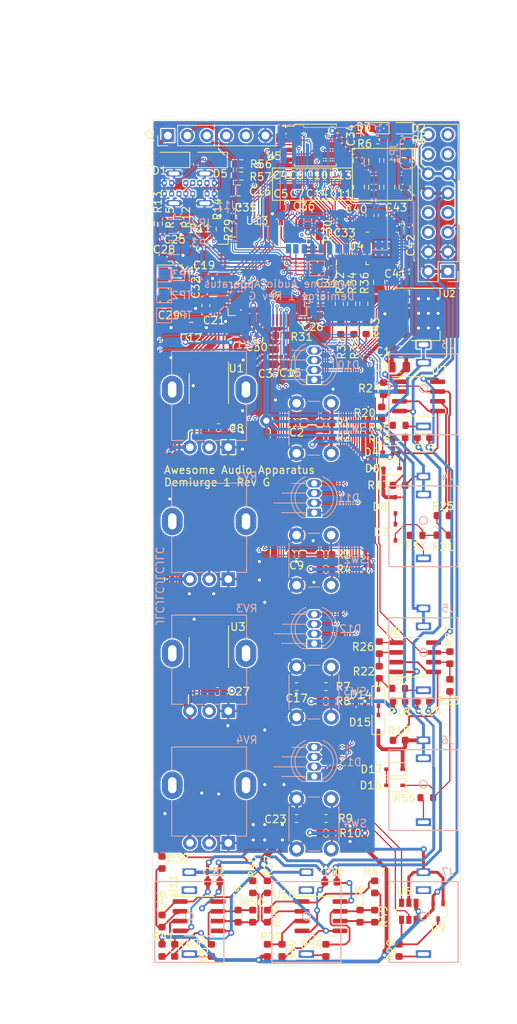
<source format=kicad_pcb>
(kicad_pcb (version 20211014) (generator pcbnew)
  (title_block (title "AAA Demiurge 1") (date "2022-10-02") (rev "G") (company "Awesome Audio Apparatus"))
  (layers (0 "F.Cu" signal) (31 "B.Cu" signal) (34 "B.Paste" user) (35 "F.Paste" user) (36 "B.SilkS" user "B.Silkscreen") (37 "F.SilkS" user "F.Silkscreen") (38 "B.Mask" user) (39 "F.Mask" user) (44 "Edge.Cuts" user))
  (net 0 "")
  (net 1 "+3V3")
  (net 2 "+5V")
  (net 3 "Net-(D2-Pad2)")
  (net 4 "+12V")
  (net 5 "-12V")
  (net 6 "GNDA")
  (net 7 "Net-(J4-PadT)")
  (net 8 "Net-(J7-PadT)")
  (net 9 "AD3")
  (net 10 "AD2")
  (net 11 "AD1")
  (net 12 "AD0")
  (net 13 "AD7")
  (net 14 "AD6")
  (net 15 "AD5")
  (net 16 "AD4")
  (net 17 "Net-(C1-Pad1)")
  (net 18 "GND")
  (net 19 "B1")
  (net 20 "B2")
  (net 21 "B3")
  (net 22 "Net-(J3-PadT)")
  (net 23 "Net-(R7-Pad1)")
  (net 24 "Net-(R10-Pad1)")
  (net 25 "Net-(R1-Pad1)")
  (net 26 "Net-(D3-Pad2)")
  (net 27 "Net-(D2-Pad1)")
  (net 28 "Net-(R3-Pad1)")
  (net 29 "Net-(J8-PadT)")
  (net 30 "Net-(J9-PadT)")
  (net 31 "DIO0")
  (net 32 "DIR0")
  (net 33 "Net-(RV1-Pad2)")
  (net 34 "Net-(RV2-Pad2)")
  (net 35 "Net-(RV3-Pad2)")
  (net 36 "Net-(RV4-Pad2)")
  (net 37 "Net-(C38-Pad1)")
  (net 38 "Net-(C39-Pad1)")
  (net 39 "Net-(C38-Pad2)")
  (net 40 "Net-(C39-Pad2)")
  (net 41 "Net-(R16-Pad1)")
  (net 42 "Net-(R18-Pad1)")
  (net 43 "Net-(D9-Pad3)")
  (net 44 "Net-(R20-Pad1)")
  (net 45 "Net-(R21-Pad1)")
  (net 46 "Net-(R22-Pad1)")
  (net 47 "Net-(R23-Pad1)")
  (net 48 "Net-(R39-Pad2)")
  (net 49 "Net-(R41-Pad2)")
  (net 50 "B0")
  (net 61 "FLASH_CS")
  (net 62 "FLASH_MISO")
  (net 63 "FLASH_MOSI")
  (net 64 "FLASH_SCK")
  (net 65 "Net-(C37-Pad1)")
  (net 66 "SDA")
  (net 67 "SCL")
  (net 68 "AO0")
  (net 69 "AO1")
  (net 70 "SD_D0")
  (net 71 "SD_CLK")
  (net 72 "SD_CMD")
  (net 73 "SD_D3")
  (net 74 "SD_D1")
  (net 75 "SD_D2")
  (net 76 "Net-(C28-Pad1)")
  (net 77 "Net-(C29-Pad1)")
  (net 78 "DP")
  (net 79 "DM")
  (net 80 "SD_DET")
  (net 81 "Net-(R46-Pad1)")
  (net 82 "VBUS")
  (net 83 "Net-(J11-PadA7)")
  (net 84 "Net-(J11-PadA6)")
  (net 85 "Net-(J11-PadB5)")
  (net 86 "Net-(J11-PadA5)")
  (net 87 "NRST")
  (net 88 "SWDIO")
  (net 89 "SWCLK")
  (net 90 "GPINT")
  (net 94 "USART1_RX")
  (net 95 "USART1_TX")
  (net 96 "~{FLASH_WP}")
  (net 97 "BOOT0")
  (net 98 "~{FLASH_HOLD}")
  (net 99 "TP1")
  (net 100 "TP2")
  (net 101 "Net-(J5-PadT)")
  (net 102 "Net-(J6-PadT)")
  (net 103 "Net-(D1-Pad2)")
  (net 104 "Net-(R37-Pad1)")
  (net 105 "Net-(R38-Pad1)")
  (net 106 "Net-(R44-Pad1)")
  (net 107 "TP3")
  (net 108 "Net-(R31-Pad1)")
  (net 109 "Net-(R30-Pad1)")
  (net 110 "Net-(C40-Pad2)")
  (net 111 "LED_R1")
  (net 112 "LED_C1")
  (net 113 "LED_G1")
  (net 114 "LED_B1")
  (net 115 "LED_C2")
  (net 116 "LED_C3")
  (net 117 "LED_R2")
  (net 118 "LED_G2")
  (net 119 "LED_B2")
  (net 120 "Net-(R32-Pad2)")
  (net 121 "Net-(R33-Pad2)")
  (net 122 "Net-(R34-Pad2)")
  (net 123 "Net-(R35-Pad2)")
  (net 124 "Net-(R36-Pad2)")
  (net 125 "Net-(R43-Pad2)")
  (net 132 "HWEN")
  (net 134 "/MCO")
  (net 136 "Net-(D4-Pad1)")
  (net 137 "Net-(D4-Pad2)")
  (net 138 "Net-(D7-Pad1)")
  (net 139 "Net-(D7-Pad2)")
  (net 140 "Net-(D14-Pad1)")
  (net 141 "Net-(D14-Pad2)")
  (net 142 "Net-(D16-Pad1)")
  (net 143 "Net-(D16-Pad2)")
  (footprint "Capacitor_SMD:C_0603_1608Metric" (layer "F.Cu") (at 83.439 74.93 -90)
    (fp_text reference "C21")
    (fp_text value "100nF")
  )
  (footprint "Capacitor_SMD:C_0603_1608Metric" (layer "F.Cu") (at 95.4025 90.17 180)
    (fp_text reference "C2")
    (fp_text value "100nF")
  )
  (footprint "Capacitor_SMD:C_0603_1608Metric" (layer "F.Cu") (at 95.25 107.315 180)
    (fp_text reference "C9")
    (fp_text value "100nF")
  )
  (footprint "Capacitor_SMD:C_0603_1608Metric" (layer "F.Cu") (at 95.25 141.605 180)
    (fp_text reference "C23")
    (fp_text value "100nF")
  )
  (footprint "Resistor_SMD:R_0603_1608Metric" (layer "F.Cu") (at 99.06 107.315 180)
    (fp_text reference "R3")
    (fp_text value "10k")
  )
  (footprint "Resistor_SMD:R_0603_1608Metric" (layer "F.Cu") (at 99.06 109.22 180)
    (fp_text reference "R4")
    (fp_text value "10k")
  )
  (footprint "Resistor_SMD:R_0603_1608Metric" (layer "F.Cu") (at 99.06 124.46 180)
    (fp_text reference "R7")
    (fp_text value "10k")
  )
  (footprint "Resistor_SMD:R_0603_1608Metric" (layer "F.Cu") (at 99.06 126.365 180)
    (fp_text reference "R8")
    (fp_text value "10k")
  )
  (footprint "Resistor_SMD:R_0603_1608Metric" (layer "F.Cu") (at 108.585 98.3 180)
    (fp_text reference "R17")
    (fp_text value "13k")
  )
  (footprint "Resistor_SMD:R_0603_1608Metric" (layer "F.Cu") (at 99.06 141.605 180)
    (fp_text reference "R9")
    (fp_text value "10k")
  )
  (footprint "Resistor_SMD:R_0603_1608Metric" (layer "F.Cu") (at 99.06 143.51 180)
    (fp_text reference "R10")
    (fp_text value "10k")
  )
  (footprint "Resistor_SMD:R_0603_1608Metric" (layer "F.Cu") (at 106.553 85.725 -90)
    (fp_text reference "R24")
    (fp_text value "3k3")
  )
  (footprint "Resistor_SMD:R_0603_1608Metric" (layer "F.Cu") (at 91.44 150.495 90)
    (fp_text reference "R37")
    (fp_text value "10k")
  )
  (footprint "Resistor_SMD:R_0603_1608Metric" (layer "F.Cu") (at 91.44 158.75 90)
    (fp_text reference "R39")
    (fp_text value "36k")
  )
  (footprint "Resistor_SMD:R_0603_1608Metric" (layer "F.Cu") (at 93.345 158.75 -90)
    (fp_text reference "R40")
    (fp_text value "22k")
  )
  (footprint "Resistor_SMD:R_0603_1608Metric" (layer "F.Cu") (at 91.44 154.305 -90)
    (fp_text reference "R44")
    (fp_text value "33k")
  )
  (footprint "Package_TO_SOT_SMD:SOT-223-3_TabPin2" (layer "F.Cu") (at 112.014 76.073)
    (fp_text reference "U2")
    (fp_text value "AMS1117-3.3")
  )
  (footprint "LED_SMD:LED_0603_1608Metric" (layer "F.Cu") (at 108.985 51.876 180)
    (fp_text reference "D2")
    (fp_text value "Red")
  )
  (footprint "LED_SMD:LED_0603_1608Metric" (layer "F.Cu") (at 105.8 51.876 180)
    (fp_text reference "D3")
    (fp_text value "Green")
  )
  (footprint "Resistor_SMD:R_0603_1608Metric" (layer "F.Cu") (at 105.8 53.4)
    (fp_text reference "R6")
    (fp_text value "2k")
  )
  (footprint "Resistor_SMD:R_0603_1608Metric" (layer "F.Cu") (at 108.985 53.4)
    (fp_text reference "R5")
    (fp_text value "2k")
  )
  (footprint "Package_SO:SOIC-8_3.9x4.9mm_P1.27mm" (layer "F.Cu") (at 110.6 120.65)
    (fp_text reference "U8")
    (fp_text value "TL072")
  )
  (footprint "Capacitor_SMD:C_0805_2012Metric" (layer "F.Cu") (at 94.25 81.6 -90)
    (fp_text reference "C15")
    (fp_text value "22uF")
  )
  (footprint "Capacitor_SMD:C_0603_1608Metric" (layer "F.Cu") (at 111.76 92.075 180)
    (fp_text reference "C18")
    (fp_text value "100nF")
  )
  (footprint "Capacitor_SMD:C_0805_2012Metric" (layer "F.Cu") (at 108.839 80.899)
    (fp_text reference "C1")
    (fp_text value "22uF")
  )
  (footprint "Capacitor_SMD:C_0805_2012Metric" (layer "F.Cu") (at 109.29 56.08 -90)
    (fp_text reference "C13")
    (fp_text value "22uF" hide)
  )
  (footprint "Capacitor_SMD:C_0805_2012Metric" (layer "F.Cu") (at 107.315 59.5376 -90)
    (fp_text reference "C14")
    (fp_text value "22uF" hide)
  )
  (footprint "Capacitor_SMD:C_0805_2012Metric" (layer "F.Cu") (at 107.31 56.08 -90)
    (fp_text reference "C10")
    (fp_text value "22uF" hide)
  )
  (footprint "Capacitor_SMD:C_0805_2012Metric" (layer "F.Cu") (at 109.2962 59.5376 -90)
    (fp_text reference "C11")
    (fp_text value "22uF" hide)
  )
  (footprint "Capacitor_SMD:C_0805_2012Metric" (layer "F.Cu") (at 103.3526 59.5376 -90)
    (fp_text reference "C5")
    (fp_text value "22uF" hide)
  )
  (footprint "Capacitor_SMD:C_0603_1608Metric" (layer "F.Cu") (at 98.4758 76.2254)
    (fp_text reference "C26")
    (fp_text value "100nF")
  )
  (footprint "Capacitor_SMD:C_0603_1608Metric" (layer "F.Cu") (at 87.63 154.305 90)
    (fp_text reference "C39")
    (fp_text value "1nF")
  )
  (footprint "Resistor_SMD:R_0603_1608Metric" (layer "F.Cu") (at 77.724 147.32 90)
    (fp_text reference "R38")
    (fp_text value "10k")
  )
  (footprint "Resistor_SMD:R_0603_1608Metric" (layer "F.Cu") (at 77.724 154.94 -90)
    (fp_text reference "R46")
    (fp_text value "33k")
  )
  (footprint "Resistor_SMD:R_0603_1608Metric" (layer "F.Cu") (at 105.41 150.495 90)
    (fp_text reference "R47")
    (fp_text value "10k")
  )
  (footprint "Resistor_SMD:R_0603_1608Metric" (layer "F.Cu") (at 89.535 150.495 90)
    (fp_text reference "R48")
    (fp_text value "10k")
  )
  (footprint "Resistor_SMD:R_0603_1608Metric" (layer "F.Cu") (at 108.585 92.075 180)
    (fp_text reference "R16")
    (fp_text value "18k")
  )
  (footprint "Resistor_SMD:R_0603_1608Metric" (layer "F.Cu") (at 114.3 104.775 180)
    (fp_text reference "R21")
    (fp_text value "20k")
  )
  (footprint "Resistor_SMD:R_0603_1608Metric" (layer "F.Cu") (at 114.3 102.235 180)
    (fp_text reference "R25")
    (fp_text value "3k3")
  )
  (footprint "Resistor_SMD:R_0603_1608Metric" (layer "F.Cu") (at 108.585 126.365 180)
    (fp_text reference "R18")
    (fp_text value "18k")
  )
  (footprint "Resistor_SMD:R_0603_1608Metric" (layer "F.Cu") (at 106 122.6 -90)
    (fp_text reference "R22")
    (fp_text value "20k")
  )
  (footprint "Resistor_SMD:R_0603_1608Metric" (layer "F.Cu") (at 115.2 124.3 -90)
    (fp_text reference "R23")
    (fp_text value "20k")
  )
  (footprint "Resistor_SMD:R_0603_1608Metric" (layer "F.Cu") (at 106 119.4 -90)
    (fp_text reference "R26")
    (fp_text value "3k3")
  )
  (footprint "Resistor_SMD:R_0603_1608Metric" (layer "F.Cu") (at 115.2 120.7 -90)
    (fp_text reference "R27")
    (fp_text value "3k3")
  )
  (footprint "Resistor_SMD:R_0603_1608Metric" (layer "F.Cu") (at 99.06 92.075 180)
    (fp_text reference "R2")
    (fp_text value "10k")
  )
  (footprint "Capacitor_SMD:C_0603_1608Metric" (layer "F.Cu") (at 111.76 126.365 180)
    (fp_text reference "C24")
    (fp_text value "100nF")
  )
  (footprint "Capacitor_SMD:C_0603_1608Metric" (layer "F.Cu") (at 81.915 66.675 180)
    (fp_text reference "C25")
    (fp_text value "100nF")
  )
  (footprint "Resistor_SMD:R_0603_1608Metric" (layer "F.Cu") (at 99.06 90.17 180)
    (fp_text reference "R1")
    (fp_text value "10k")
  )
  (footprint "Resistor_SMD:R_0603_1608Metric" (layer "F.Cu") (at 106.3 88.9 -90)
    (fp_text reference "R20")
    (fp_text value "20k")
  )
  (footprint "Package_SO:SOIC-8_3.9x4.9mm_P1.27mm" (layer "F.Cu") (at 98.425 154.305)
    (fp_text reference "U10")
    (fp_text value "TL072")
  )
  (footprint "Capacitor_SMD:C_0805_2012Metric" (layer "F.Cu") (at 105.3338 59.5376 -90)
    (fp_text reference "C7")
    (fp_text value "22uF" hide)
  )
  (footprint "Capacitor_SMD:C_0805_2012Metric" (layer "F.Cu") (at 105.34 56.08 -90)
    (fp_text reference "C6")
    (fp_text value "22uF" hide)
  )
  (footprint "Resistor_SMD:R_0603_1608Metric" (layer "F.Cu") (at 105.41 154.305 -90)
    (fp_text reference "R49")
    (fp_text value "20k")
  )
  (footprint "Resistor_SMD:R_0603_1608Metric" (layer "F.Cu") (at 89.535 154.305 -90)
    (fp_text reference "R50")
    (fp_text value "20k")
  )
  (footprint "Capacitor_SMD:C_0603_1608Metric" (layer "F.Cu") (at 99.695 149.86 180)
    (fp_text reference "C20")
    (fp_text value "100nF")
  )
  (footprint "Package_SO:SOIC-8_3.9x4.9mm_P1.27mm" (layer "F.Cu") (at 82.55 154.305)
    (fp_text reference "U11")
    (fp_text value "TL072")
  )
  (footprint "Capacitor_SMD:C_0805_2012Metric" (layer "F.Cu") (at 108.585 82.931)
    (fp_text reference "C3")
    (fp_text value "22uF")
  )
  (footprint "Capacitor_SMD:C_0805_2012Metric" (layer "F.Cu") (at 81.534 77.8256)
    (fp_text reference "C12")
    (fp_text value "22uF")
  )
  (footprint "Capacitor_SMD:C_0603_1608Metric" (layer "F.Cu") (at 95.25 124.46 180)
    (fp_text reference "C17")
    (fp_text value "100nF")
  )
  (footprint "Capacitor_SMD:C_0805_2012Metric" (layer "F.Cu") (at 87.6808 59.9694)
    (fp_text reference "C16")
    (fp_text value "22uF")
  )
  (footprint "Capacitor_SMD:C_0805_2012Metric" (layer "F.Cu") (at 82.423 68.453 180)
    (fp_text reference "C19")
    (fp_text value "22uF")
  )
  (footprint "Connector_PinHeader_2.54mm:PinHeader_2x08_P2.54mm_Vertical" (layer "F.Cu") (at 114.935 70.485 180)
    (fp_text reference "J1" hide)
    (fp_text value "~")
  )
  (footprint "Resistor_SMD:R_0603_1608Metric" (layer "F.Cu") (at 84.15 158.75 90)
    (fp_text reference "R53")
    (fp_text value "100")
  )
  (footprint "Resistor_SMD:R_0603_1608Metric" (layer "F.Cu") (at 99.06 158.75 90)
    (fp_text reference "R54")
    (fp_text value "100")
  )
  (footprint "Capacitor_SMD:C_0603_1608Metric" (layer "F.Cu") (at 103.505 154.305 90)
    (fp_text reference "C38")
    (fp_text value "1nF")
  )
  (footprint "Package_SO:SOIC-8_3.9x4.9mm_P1.27mm" (layer "F.Cu") (at 111.125 86.741)
    (fp_text reference "U7")
    (fp_text value "TL072")
  )
  (footprint "Capacitor_SMD:C_0805_2012Metric" (layer "F.Cu") (at 103.35 56.08 -90)
    (fp_text reference "C4")
    (fp_text value "22uF" hide)
  )
  (footprint "Resistor_SMD:R_0603_1608Metric" (layer "F.Cu") (at 108.585 131.445 180)
    (fp_text reference "R19")
    (fp_text value "13k")
  )
  (footprint "Package_TO_SOT_SMD:SOT-23-6" (layer "F.Cu") (at 109.855 153.67 -90)
    (fp_text reference "U6")
    (fp_text value "74LVC1T45W6")
  )
  (footprint "Package_SO:SOIC-8_3.9x4.9mm_P1.27mm" (layer "F.Cu") (at 83.82 120.015 -90)
    (fp_text reference "U3")
    (fp_text value "MCP6002")
  )
  (footprint "Capacitor_SMD:C_0603_1608Metric" (layer "F.Cu") (at 85.09 90.805 180)
    (fp_text reference "C8")
    (fp_text value "100nF")
  )
  (footprint "Capacitor_SMD:C_0603_1608Metric" (layer "F.Cu") (at 84.9375 125.095 180)
    (fp_text reference "C27")
    (fp_text value "100nF")
  )
  (footprint "Resistor_SMD:R_0603_1608Metric" (layer "F.Cu") (at 77.724 158.75 -90)
    (fp_text reference "R41")
    (fp_text value "36k")
  )
  (footprint "Resistor_SMD:R_0603_1608Metric" (layer "F.Cu") (at 79.375 158.75 -90)
    (fp_text reference "R42")
    (fp_text value "22k")
  )
  (footprint "Connector_PinHeader_2.54mm:PinHeader_1x06_P2.54mm_Vertical" (layer "F.Cu") (at 78.486 52.832 90)
    (fp_text reference "J2")
    (fp_text value "Conn_01x06")
  )
  (footprint "Resistor_SMD:R_0603_1608Metric" (layer "F.Cu") (at 108.585 158.75 90)
    (fp_text reference "R28")
    (fp_text value "1k")
  )
  (footprint "Package_TO_SOT_SMD:SOT-323_SC-70" (layer "F.Cu") (at 113.665 153.67 -90)
    (fp_text reference "D9")
    (fp_text value "BAT54SW")
  )
  (footprint "Capacitor_SMD:C_0603_1608Metric" (layer "F.Cu") (at 84.455 149.86 180)
    (fp_text reference "C22")
    (fp_text value "100nF")
  )
  (footprint "Package_QFP:LQFP-64_10x10mm_P0.5mm" (layer "F.Cu") (at 91.44 71.12)
    (fp_text reference "U13")
    (fp_text value "CH32V307RCT6")
  )
  (footprint "Package_DFN_QFN:QFN-32-1EP_4x4mm_P0.4mm_EP2.65x2.65mm_ThermalVias" (layer "F.Cu") (at 106.4 67.5)
    (fp_text reference "U4")
    (fp_text value "AW20036")
  )
  (footprint "Package_SO:SOIC-8_3.9x4.9mm_P1.27mm" (layer "F.Cu") (at 83.82 85.725 -90)
    (fp_text reference "U1")
    (fp_text value "MCP6002")
  )
  (footprint "Capacitor_SMD:C_0603_1608Metric" (layer "F.Cu") (at 88.265 80.137 -90)
    (fp_text reference "C30")
    (fp_text value "100nF")
  )
  (footprint "Capacitor_SMD:C_0603_1608Metric" (layer "F.Cu") (at 83.185 71.755 -90)
    (fp_text reference "C32")
    (fp_text value "100nF")
  )
  (footprint "Diode_SMD:D_SOD-123" (layer "F.Cu") (at 84 56 180)
    (fp_text reference "D5")
    (fp_text value "~")
  )
  (footprint "Resistor_SMD:R_0402_1005Metric" (layer "F.Cu") (at 82.75 63.5 -90)
    (fp_text reference "R11")
    (fp_text value "22R")
  )
  (footprint "Resistor_SMD:R_0402_1005Metric" (layer "F.Cu") (at 81.7 63.5 -90)
    (fp_text reference "R12")
    (fp_text value "22R")
  )
  (footprint "Resistor_SMD:R_0402_1005Metric" (layer "F.Cu") (at 83.82 63.5 -90)
    (fp_text reference "R14")
    (fp_text value "5.1k")
  )
  (footprint "Resistor_SMD:R_0402_1005Metric" (layer "F.Cu") (at 79.8 63.5 -90)
    (fp_text reference "R15")
    (fp_text value "5.1k")
  )
  (footprint "Capacitor_SMD:C_0603_1608Metric" (layer "F.Cu") (at 78.657589 68.669011)
    (fp_text reference "C28")
    (fp_text value "20pF")
  )
  (footprint "Capacitor_SMD:C_0603_1608Metric" (layer "F.Cu") (at 78.759189 74.739611)
    (fp_text reference "C29")
    (fp_text value "20pF")
  )
  (footprint "Crystal:Crystal_SMD_3225-4Pin_3.2x2.5mm" (layer "F.Cu") (at 78.733789 71.666211 -90)
    (fp_text reference "Y1")
    (fp_text value "16MHz")
  )
  (footprint "Diode_SMD:D_SOD-323" (layer "F.Cu") (at 108.1 100.9 -90)
    (fp_text reference "D8")
    (fp_text value "10V")
  )
  (footprint "Capacitor_SMD:C_0603_1608Metric" (layer "F.Cu") (at 98.2 65.2 90)
    (fp_text reference "R30")
    (fp_text value "0R")
  )
  (footprint "Capacitor_SMD:C_0603_1608Metric" (layer "F.Cu") (at 104.8 63.2 -90)
    (fp_text reference "C40")
    (fp_text value "1uF")
  )
  (footprint "Resistor_SMD:R_0603_1608Metric" (layer "F.Cu") (at 102.7 77.8 90)
    (fp_text reference "R35")
    (fp_text value "51R")
  )
  (footprint "Resistor_SMD:R_0603_1608Metric" (layer "F.Cu") (at 112.2 138.9 180)
    (fp_text reference "R55")
    (fp_text value "100")
  )
  (footprint "Capacitor_SMD:C_0603_1608Metric" (layer "F.Cu") (at 93.3 78.8 180)
    (fp_text reference "R31")
    (fp_text value "0R")
  )
  (footprint "Diode_SMD:D_SOD-323" (layer "F.Cu") (at 105.9 129.2 90)
    (fp_text reference "D15")
    (fp_text value "10V")
  )
  (footprint "Resistor_SMD:R_0603_1608Metric" (layer "F.Cu") (at 110.8 104.8 180)
    (fp_text reference "R51")
    (fp_text value "100")
  )
  (footprint "Capacitor_SMD:C_0603_1608Metric" (layer "F.Cu") (at 109.8 64.5 90)
    (fp_text reference "C42")
    (fp_text value "100nF")
  )
  (footprint "Package_SO:SOIC-8_5.23x5.23mm_P1.27mm" (layer "F.Cu") (at 97.69 54.07)
    (fp_text reference "U5")
    (fp_text value "W25Q128JVS")
  )
  (footprint "Resistor_SMD:R_0603_1608Metric" (layer "F.Cu") (at 108.525 124.7)
    (fp_text reference "R52")
    (fp_text value "100")
  )
  (footprint "Diode_SMD:D_SOD-323" (layer "F.Cu") (at 108 137.3 180)
    (fp_text reference "D16")
    (fp_text value "10V")
  )
  (footprint "Resistor_SMD:R_0603_1608Metric" (layer "F.Cu") (at 88.05 58.1 180)
    (fp_text reference "R57")
    (fp_text value "3k3")
  )
  (footprint "Resistor_SMD:R_0603_1608Metric" (layer "F.Cu") (at 85.3 64.9986 -90)
    (fp_text reference "R29")
    (fp_text value "10k")
  )
  (footprint "Capacitor_SMD:C_0603_1608Metric" (layer "F.Cu") (at 101.0412 63.6524 -90)
    (fp_text reference "C33")
    (fp_text value "100nF")
  )
  (footprint "Resistor_SMD:R_0603_1608Metric" (layer "F.Cu") (at 100.8 74.7 90)
    (fp_text reference "R32")
    (fp_text value "51R")
  )
  (footprint "Resistor_SMD:R_0603_1608Metric" (layer "F.Cu") (at 88.05 56.5 180)
    (fp_text reference "R56")
    (fp_text value "3k3")
  )
  (footprint "Resistor_SMD:R_0603_1608Metric" (layer "F.Cu") (at 102.4 74.7 90)
    (fp_text reference "R34")
    (fp_text value "20R")
  )
  (footprint "Capacitor_SMD:C_0603_1608Metric" (layer "F.Cu") (at 106.4 63.2 90)
    (fp_text reference "C43")
    (fp_text value "100nF")
  )
  (footprint "Capacitor_SMD:C_0805_2012Metric" (layer "F.Cu") (at 106 71.9 90)
    (fp_text reference "C41")
    (fp_text value "4.7uF")
  )
  (footprint "Capacitor_SMD:C_0603_1608Metric" (layer "F.Cu") (at 86.8 62.7 90)
    (fp_text reference "C35")
    (fp_text value "100nF")
  )
  (footprint "Capacitor_SMD:C_0603_1608Metric" (layer "F.Cu") (at 96.7 63.7794 90)
    (fp_text reference "C36")
    (fp_text value "100nF")
  )
  (footprint "Resistor_SMD:R_0603_1608Metric" (layer "F.Cu") (at 104.3 77.8 90)
    (fp_text reference "R43")
    (fp_text value "20R")
  )
  (footprint "Resistor_SMD:R_0603_1608Metric" (layer "F.Cu") (at 101 77.8 90)
    (fp_text reference "R33")
    (fp_text value "20R")
  )
  (footprint "Diode_SMD:D_SOD-323" (layer "F.Cu") (at 107.5 94)
    (fp_text reference "D4")
    (fp_text value "10V")
  )
  (footprint "Resistor_SMD:R_0603_1608Metric" (layer "F.Cu") (at 108.6 90.5)
    (fp_text reference "R45")
    (fp_text value "100")
  )
  (footprint "Resistor_SMD:R_0603_1608Metric" (layer "F.Cu") (at 77.2414 64.2874 90)
    (fp_text reference "R13")
    (fp_text value "10k")
  )
  (footprint "Diode_SMD:D_SOD-323" (layer "F.Cu") (at 105.9 125.9 -90)
    (fp_text reference "D14")
    (fp_text value "10V")
  )
  (footprint "Capacitor_SMD:C_0603_1608Metric" (layer "F.Cu") (at 103.1 52.8 -90)
    (fp_text reference "C34")
    (fp_text value "100nF")
  )
  (footprint "Resistor_SMD:R_0603_1608Metric" (layer "F.Cu") (at 104 74.7 90)
    (fp_text reference "R36")
    (fp_text value "20R")
  )
  (footprint "Diode_SMD:D_SOD-323" (layer "F.Cu") (at 108.1 104.4 90)
    (fp_text reference "D7")
    (fp_text value "10V")
  )
  (footprint "Capacitor_SMD:C_0603_1608Metric" (layer "F.Cu") (at 99.9 70 -90)
    (fp_text reference "C31")
    (fp_text value "100nF")
  )
  (footprint "Diode_SMD:D_SOD-123" (layer "F.Cu") (at 79.1 56 180)
    (fp_text reference "D1")
    (fp_text value "~")
  )
  (footprint "Diode_SMD:D_SOD-323" (layer "F.Cu") (at 107.6 96.1)
    (fp_text reference "D6")
    (fp_text value "10V")
  )
  (footprint "Capacitor_SMD:C_0805_2012Metric" (layer "F.Cu") (at 92.2 81.6 -90)
    (fp_text reference "C37")
    (fp_text value "4.7uF")
  )
  (footprint "Diode_SMD:D_SOD-323" (layer "F.Cu") (at 108 135.2 180)
    (fp_text reference "D17")
    (fp_text value "10V")
  )
  (footprint "Button_Switch_THT:SW_PUSH_6mm_H8mm" (layer "B.Cu") (at 95.25 104.775 -90)
    (fp_text reference "SW2")
    (fp_text value "~")
  )
  (footprint "Button_Switch_THT:SW_PUSH_6mm_H8mm" (layer "B.Cu") (at 95.25 121.92 -90)
    (fp_text reference "SW3")
    (fp_text value "~")
  )
  (footprint "aaa:PJ301M-12" (layer "B.Cu") (at 111.76 154.305)
    (fp_text reference "J7")
    (fp_text value "~")
  )
  (footprint "aaa:PJ301M-12" (layer "B.Cu") (at 111.76 85.725)
    (fp_text reference "J3")
    (fp_text value "~")
  )
  (footprint "Jumper:SolderJumper-3_P1.3mm_Bridged12_RoundedPad1.0x1.5mm" (layer "B.Cu") (at 109.728 55.118 -90)
    (fp_text reference "JP1")
    (fp_text value "~")
  )
  (footprint "Button_Switch_THT:SW_PUSH_6mm_H8mm" (layer "B.Cu") (at 95.25 139.065 -90)
    (fp_text reference "SW4")
    (fp_text value "~")
  )
  (footprint "aaa:PJ301M-12" (layer "B.Cu") (at 96.52 154.305)
    (fp_text reference "J9")
    (fp_text value "~")
  )
  (footprint "aaa:Potentiometer_Alpha_RD901F-40-00D_Single_Vertical" (layer "B.Cu") (at 86.346 93.345 90)
    (fp_text reference "RV1")
    (fp_text value "~")
  )
  (footprint "aaa:Potentiometer_Alpha_RD901F-40-00D_Single_Vertical" (layer "B.Cu") (at 86.36 144.78 90)
    (fp_text reference "RV4")
    (fp_text value "~")
  )
  (footprint "aaa:PJ301M-12" (layer "B.Cu") (at 111.76 137.16)
    (fp_text reference "J6")
    (fp_text value "~")
  )
  (footprint "aaa:PJ301M-12" (layer "B.Cu") (at 111.76 120.015)
    (fp_text reference "J5")
    (fp_text value "~")
  )
  (footprint "aaa:PJ301M-12" (layer "B.Cu") (at 111.76 102.87)
    (fp_text reference "J4")
    (fp_text value "~")
  )
  (footprint "aaa:Potentiometer_Alpha_RD901F-40-00D_Single_Vertical" (layer "B.Cu") (at 86.36 110.49 90)
    (fp_text reference "RV2")
    (fp_text value "~")
  )
  (footprint "aaa:Potentiometer_Alpha_RD901F-40-00D_Single_Vertical" (layer "B.Cu") (at 86.36 127.635 90)
    (fp_text reference "RV3")
    (fp_text value "~")
  )
  (footprint "Button_Switch_THT:SW_PUSH_6mm_H8mm" (layer "B.Cu") (at 95.25 87.63 -90)
    (fp_text reference "SW1")
    (fp_text value "~")
  )
  (footprint "aaa:PJ301M-12" (layer "B.Cu") (at 81.28 154.305)
    (fp_text reference "J8")
    (fp_text value "~")
  )
  (footprint "LED_THT:LED_D5.0mm-4_RGB" (layer "B.Cu") (at 97.536 84.582 90)
    (fp_text reference "D10")
    (fp_text value "~")
  )
  (footprint "LED_THT:LED_D5.0mm-4_RGB" (layer "B.Cu") (at 97.536 101.854 90)
    (fp_text reference "D11")
    (fp_text value "~")
  )
  (footprint "LED_THT:LED_D5.0mm-4_RGB" (layer "B.Cu") (at 97.536 136.144 90)
    (fp_text reference "D13")
    (fp_text value "~")
  )
  (footprint "LED_THT:LED_D5.0mm-4_RGB" (layer "B.Cu") (at 97.536 118.872 90)
    (fp_text reference "D12")
    (fp_text value "~")
  )
  (footprint "aaa:USB_C_Receptacle_Vertical" (layer "B.Cu") (at 81.28 59.69)
    (fp_text reference "J11")
    (fp_text value "~")
  )
  (footprint "Capacitor_SMD:C_1206_3216Metric" (layer "B.Cu") (at 79.3 64.643)
    (fp_text reference "JP2")
    (fp_text value "~")
  )
  (footprint "TestPoint:TestPoint_Pad_1.5x1.5mm" (layer "B.Cu") (at 78 70.9 180)
    (fp_text reference "TP3")
    (fp_text value "SWO")
  )
  (footprint "TestPoint:TestPoint_Pad_1.5x1.5mm" (layer "B.Cu") (at 78 73.6 180)
    (fp_text reference "TP2")
    (fp_text value "TP2")
  )
  (footprint "TestPoint:TestPoint_Pad_1.5x1.5mm" (layer "B.Cu") (at 78 76.2 180)
    (fp_text reference "TP1")
    (fp_text value "TP1")
  )
  (footprint "Connector_Card:microSD_HC_Hirose_DM3AT-SF-PEJM5" (layer "B.Cu") (at 100.076 59.817)
    (fp_text reference "J12" hide)
    (fp_text value "Micro_SD_Card_Det_Hirose_DM3AT")
  )
  (footprint "TestPoint:TestPoint_Pad_1.5x1.5mm" (layer "B.Cu") (at 97.9 70.1 180)
    (fp_text reference "TP4")
    (fp_text value "SWO")
  )
  (footprint "Capacitor_SMD:C_1206_3216Metric" (layer "B.Cu") (at 79.3 67.3862 180)
    (fp_text reference "JP3")
    (fp_text value "~")
  )
  (gr_line (start 96.4 117.6) (end 92.3 117.6) (layer "B.SilkS") (width 0.12))
  (gr_line (start 96.4 116.35) (end 93.35 116.35) (layer "B.SilkS") (width 0.12))
  (gr_line (start 96.4 98.05) (end 94.6 98.05) (layer "B.SilkS") (width 0.12))
  (gr_line (start 96.4 134.9) (end 92.3 134.9) (layer "B.SilkS") (width 0.12))
  (gr_line (start 96.4 133.6) (end 93.35 133.6) (layer "B.SilkS") (width 0.12))
  (gr_line (start 96.4 132.35) (end 94.6 132.35) (layer "B.SilkS") (width 0.12))
  (gr_line (start 96.4 118.85) (end 93.3 118.85) (layer "B.SilkS") (width 0.12))
  (gr_line (start 96.4 82) (end 93.35 82) (layer "B.SilkS") (width 0.12))
  (gr_line (start 96.4 136.15) (end 93.3 136.15) (layer "B.SilkS") (width 0.12))
  (gr_line (start 96.4 100.6) (end 92.3 100.6) (layer "B.SilkS") (width 0.12))
  (gr_line (start 96.4 80.75) (end 94.6 80.75) (layer "B.SilkS") (width 0.12))
  (gr_line (start 96.4 115.05) (end 94.6 115.05) (layer "B.SilkS") (width 0.12))
  (gr_line (start 96.4 84.55) (end 93.3 84.55) (layer "B.SilkS") (width 0.12))
  (gr_line (start 96.4 101.85) (end 93.3 101.85) (layer "B.SilkS") (width 0.12))
  (gr_line (start 96.4 83.3) (end 92.3 83.3) (layer "B.SilkS") (width 0.12))
  (gr_line (start 96.4 99.3) (end 93.35 99.3) (layer "B.SilkS") (width 0.12))
  (gr_rect (start 102.5 54.5) (end 110.3 61.25) (layer "F.SilkS") (width 0.12) (fill none))
  (gr_rect (start 92.1 57.05) (end 102.5 61.25) (layer "F.SilkS") (width 0.12) (fill none))
  (gr_line (start 76.454 160.655) (end 76.454 50.8) (layer "Edge.Cuts") (width 0.05))
  (gr_line (start 116.586 160.655) (end 76.454 160.655) (layer "Edge.Cuts") (width 0.05))
  (gr_line (start 116.586 50.8) (end 116.586 160.655) (layer "Edge.Cuts") (width 0.05))
  (gr_line (start 76.454 50.8) (end 116.586 50.8) (layer "Edge.Cuts") (width 0.05))
  (gr_text "Awesome Audio Apparatus\nDemiurge 1 Rev G" (at 102.9 72.9) (layer "B.SilkS") (effects (font (size 1 1)) (justify left mirror)))
  (gr_text "JLCJLCJLCJLC" (at 77.4 111.4 270) (layer "B.SilkS") (effects (font (size 1 1)) (justify mirror)))
  (gr_text "Awesome Audio Apparatus\nDemiurge 1 Rev G" (at 77.9 97.1) (layer "F.SilkS") (effects (font (size 1 1)) (justify left)))
  (segment (start 77.724 157.9625) (end 77.724 157.024) (width 0.5) (layer "F.Cu") (net 1))
  (segment (start 106.4 63.975) (end 105.7214 63.2964) (width 0.1524) (layer "F.Cu") (net 1))
  (segment (start 86.7433 59.9694) (end 86.7433 58.5817) (width 0.3048) (layer "F.Cu") (net 1))
  (segment (start 106.6 69.45) (end 106.6 70.35) (width 0.1524) (layer "F.Cu") (net 1))
  (segment (start 85.8 62.6) (end 86.675 63.475) (width 0.3048) (layer "F.Cu") (net 1))
  (segment (start 85.765 67.37) (end 83.3975 67.37) (width 0.2286) (layer "F.Cu") (net 1))
  (segment (start 96.7 64.5544) (end 96.7 65.4) (width 0.5) (layer "F.Cu") (net 1))
  (segment (start 103.131204 63.131204) (end 103.131204 63.031204) (width 0.1524) (layer "F.Cu") (net 1))
  (segment (start 88.265 79.3495) (end 88.265 78.549039) (width 0.1524) (layer "F.Cu") (net 1))
  (segment (start 98.2725 109.22) (end 97.12 109.22) (width 0.5) (layer "F.Cu") (net 1))
  (segment (start 80.8224 127.0974) (end 80.8224 117.3224) (width 0.5) (layer "F.Cu") (net 1))
  (segment (start 104.14 145.415) (end 104.14 143.51) (width 0.5) (layer "F.Cu") (net 1))
  (segment (start 104.4 109.951744) (end 104.4 126.105) (width 0.5) (layer "F.Cu") (net 1))
  (segment (start 101.8032 63.6394) (end 101.0412 62.8774) (width 0.381) (layer "F.Cu") (net 1))
  (segment (start 85.725 88.2) (end 85.725 90.6525) (width 0.2286) (layer "F.Cu") (net 1))
  (segment (start 83.425 66.675) (end 84.4991 65.6009) (width 0.3048) (layer "F.Cu") (net 1))
  (segment (start 97.2 65.9) (end 96.7 65.4) (width 0.1524) (layer "F.Cu") (net 1))
  (segment (start 78.3082 64.852957) (end 78.3082 65.405) (width 0.5) (layer "F.Cu") (net 1))
  (segment (start 108.45 66.5) (end 109.7 66.5) (width 0.1524) (layer "F.Cu") (net 1))
  (segment (start 107.7975 94.2025) (end 107.4 94.6) (width 0.5) (layer "F.Cu") (net 1))
  (segment (start 81.36 127.635) (end 80.8224 127.0974) (width 0.5) (layer "F.Cu") (net 1))
  (segment (start 87.1 84.2) (end 87.1 83.1) (width 0.2286) (layer "F.Cu") (net 1))
  (segment (start 81.36 144.78) (end 81.3 144.72) (width 0.5) (layer "F.Cu") (net 1))
  (segment (start 99.9 68.79739) (end 99.603263 68.500653) (width 0.5) (layer "F.Cu") (net 1))
  (segment (start 103.8981 84.3019) (end 103.8981 94.4981) (width 0.5) (layer "F.Cu") (net 1))
  (segment (start 106.9594 148.2344) (end 104.14 145.415) (width 0.5) (layer "F.Cu") (net 1))
  (segment (start 80.8224 96.7224) (end 80.7 96.6) (width 0.5) (layer "F.Cu") (net 1))
  (segment (start 99.9 69.225) (end 99.9 68.79739) (width 0.5) (layer "F.Cu") (net 1))
  (segment (start 85.725 90.6525) (end 85.8775 90.805) (width 0.2286) (layer "F.Cu") (net 1))
  (segment (start 106.736702 76.014196) (end 106.736702 79.169781) (width 0.5) (layer "F.Cu") (net 1))
  (segment (start 86.6648 82.6648) (end 86.6648 79.7052) (width 0.5) (layer "F.Cu") (net 1))
  (segment (start 85.8 61.1) (end 85.8 62.6) (width 0.3048) (layer "F.Cu") (net 1))
  (segment (start 90.7625 159.5375) (end 90.3 160) (width 0.5) (layer "F.Cu") (net 1))
  (segment (start 97.115 67.37) (end 97.2 67.285) (width 0.1524) (layer "F.Cu") (net 1))
  (segment (start 99.9 52.2) (end 101.255 52.2) (width 0.381) (layer "F.Cu") (net 1))
  (segment (start 77.2414 63.786157) (end 78.3082 64.852957) (width 0.5) (layer "F.Cu") (net 1))
  (segment (start 95.3262 78.994) (end 95.3262 79.0738) (width 0.5) (layer "F.Cu") (net 1))
  (segment (start 106.795506 76.073) (end 106.736702 76.014196) (width 0.5) (layer "F.Cu") (net 1))
  (segment (start 106.736702 79.169781) (end 104.14 81.766483) (width 0.5) (layer "F.Cu") (net 1))
  (segment (start 80.7974 79.7052) (end 80.55908 79.46688) (width 0.5) (layer "F.Cu") (net 1))
  (segment (start 81.6 74.0585) (end 81.6 70.491389) (width 0.5) (layer "F.Cu") (net 1))
  (segment (start 87.69 64.29) (end 87.69 65.445) (width 0.3048) (layer "F.Cu") (net 1))
  (segment (start 81.661 74.1195) (end 83.416 74.1195) (width 0.35) (layer "F.Cu") (net 1))
  (segment (start 94.234 80.6625) (end 94.234 81.366) (width 0.5) (layer "F.Cu") (net 1))
  (segment (start 85.8775 90.805) (end 86.895 90.805) (width 0.2286) (layer "F.Cu") (net 1))
  (segment (start 83.3605 68.453) (end 82.7025 67.795) (width 0.381) (layer "F.Cu") (net 1))
  (segment (start 85.5306 59.9694) (end 86.7433 59.9694) (width 0.3048) (layer "F.Cu") (net 1))
  (segment (start 88.265 78.549039) (end 88.69 78.124039) (width 0.1524) (layer "F.Cu") (net 1))
  (segment (start 101.8032 63.6524) (end 101.8032 63.6394) (width 0.381) (layer "F.Cu") (net 1))
  (segment (start 95.3262 78.994) (end 97.4217 76.8985) (width 0.5) (layer "F.Cu") (net 1))
  (segment (start 86.675 63.475) (end 86.8 63.475) (width 0.3048) (layer "F.Cu") (net 1))
  (segment (start 85.725 125.095) (end 86.705 125.095) (width 0.2286) (layer "F.Cu") (net 1))
  (segment (start 104.0281 109.17845) (end 104.109999 109.260349) (width 0.5) (layer "F.Cu") (net 1))
  (segment (start 109.895501 65.275) (end 108.920501 64.3) (width 0.1524) (layer "F.Cu") (net 1))
  (segment (start 82.7025 66.675) (end 83.425 66.675) (width 0.3048) (layer "F.Cu") (net 1))
  (segment (start 80.55908 79.46688) (end 80.55908 75.22142) (width 0.5) (layer "F.Cu") (net 1))
  (segment (start 87.1 83.1) (end 86.6648 82.6648) (width 0.5) (layer "F.Cu") (net 1))
  (segment (start 106.2 64.175) (end 106.4 63.975) (width 0.1524) (layer "F.Cu") (net 1))
  (segment (start 81.3 144.72) (end 81.3 127.695) (width 0.5) (layer "F.Cu") (net 1))
  (segment (start 104.2 94.8) (end 104.1 94.7) (width 0.5) (layer "F.Cu") (net 1))
  (segment (start 78.7 94.6) (end 78.7 93.9) (width 0.5) (layer "F.Cu") (net 1))
  (segment (start 89.3 83.1) (end 87.1 83.1) (width 0.5) (layer "F.Cu") (net 1))
  (segment (start 78.3844 65.4812) (end 78.3082 65.405) (width 0.2286) (layer "F.Cu") (net 1))
  (segment (start 94.234 81.366) (end 94 81.6) (width 0.5) (layer "F.Cu") (net 1))
  (segment (start 106 70.95) (end 107.55 70.95) (width 0.16) (layer "F.Cu") (net 1))
  (segment (start 80.55908 75.22142) (end 81.661 74.1195) (width 0.5) (layer "F.Cu") (net 1))
  (segment (start 103.27 51.9324) (end 101.5226 51.9324) (width 0.381) (layer "F.Cu") (net 1))
  (segment (start 77.724 157.024) (end 77.7 157) (width 0.5) (layer "F.Cu") (net 1))
  (segment (start 86.7433 59.9694) (end 86.7433 60.1567) (width 0.3048) (layer "F.Cu") (net 1))
  (segment (start 85.725 85.575) (end 87.1 84.2) (width 0.2286) (layer "F.Cu") (net 1))
  (segment (start 85.1598 60.3402) (end 85.5306 59.9694) (width 0.3048) (layer "F.Cu") (net 1))
  (segment (start 107.7975 127.4825) (end 107.95 127.635) (width 0.5) (layer "F.Cu") (net 1))
  (segment (start 97.12 109.22) (end 97.1 109.2) (width 0.5) (layer "F.Cu") (net 1))
  (segment (start 104.14 82.979656) (end 104.198602 83.038258) (width 0.5) (layer "F.Cu") (net 1))
  (segment (start 104.2 109.00655) (end 104.2 94.8) (width 0.5) (layer "F.Cu") (net 1))
  (segment (start 106.6 70.35) (end 106 70.95) (width 0.1524) (layer "F.Cu") (net 1))
  (segment (start 88.265 79.3495) (end 87.0713 79.3495) (width 0.5) (layer "F.Cu") (net 1))
  (segment (start 85.725 122.49) (end 85.725 125.095) (width 0.2286) (layer "F.Cu") (net 1))
  (segment (start 79.9 106.2) (end 80.8224 105.2776) (width 0.5) (layer "F.Cu") (net 1))
  (segment (start 108.864 76.073) (end 106.795506 76.073) (width 0.5) (layer "F.Cu") (net 1))
  (segment (start 101.255 52.2) (end 101.29 52.165) (width 0.381) (layer "F.Cu") (net 1))
  (segment (start 104.0281 109.17845) (end 104.2 109.00655) (width 0.5) (layer "F.Cu") (net 1))
  (segment (start 104.109999 109.661743) (end 104.4 109.951744) (width 0.5) (layer "F.Cu") (net 1))
  (segment (start 104.198602 83.038258) (end 104.198602 84.001398) (width 0.5) (layer "F.Cu") (net 1))
  (segment (start 81.3 127.695) (end 81.36 127.635) (width 0.5) (layer "F.Cu") (net 1))
  (segment (start 95.3262 79.0738) (end 94.234 80.166) (width 0.5) (layer "F.Cu") (net 1))
  (segment (start 104.109999 109.260349) (end 104.109999 109.661743) (width 0.5) (layer "F.Cu") (net 1))
  (segment (start 103.858513 63.8) (end 103.8 63.8) (width 0.1524) (layer "F.Cu") (net 1))
  (segment (start 86.7433 58.5817) (end 87.225 58.1) (width 0.3048) (layer "F.Cu") (net 1))
  (segment (start 83.3975 67.37) (end 82.7025 66.675) (width 0.2286) (layer "F.Cu") (net 1))
  (segment (start 84.4991 65.6009) (end 84.4991 62.124795) (width 0.3048) (layer "F.Cu") (net 1))
  (segment (start 97.4217 76.8985) (end 98.309106 76.8985) (width 0.5) (layer "F.Cu") (net 1))
  (segment (start 87.225 58.1) (end 87.225 56.5) (width 0.3048) (layer "F.Cu") (net 1))
  (segment (start 80.8224 117.3224) (end 78.4 114.9) (width 0.5) (layer "F.Cu") (net 1))
  (segment (start 97.6884 76.6318) (end 97.6884 76.2762) (width 0.5) (layer "F.Cu") (net 1))
  (segment (start 104.14 81.766483) (end 104.14 82.979656) (width 0.5) (layer "F.Cu") (net 1))
  (segment (start 85.725 88.2) (end 85.725 85.575) (width 0.2286) (layer "F.Cu") (net 1))
  (segment (start 106.2 65.55) (end 106.2 64.175) (width 0.1524) (layer "F.Cu") (net 1))
  (segment (start 84.4991 62.124795) (end 85.1598 61.464095) (width 0.3048) (layer "F.Cu") (net 1))
  (segment (start 85.1598 61.464095) (end 85.1598 60.3402) (width 0.3048) (layer "F.Cu") (net 1))
  (segment (start 104.4 126.105) (end 104.14 126.365) (width 0.5) (layer "F.Cu") (net 1))
  (segment (start 83.416 74.1195) (end 83.439 74.1425) (width 0.1524) (layer "F.Cu") (net 1))
  (segment (start 115.037 75.946) (end 115.164 76.073) (width 0.5) (layer "F.Cu") (net 1))
  (segment (start 94 81.6) (end 90.8 81.6) (width 0.5) (layer "F.Cu") (net 1))
  (segment (start 97.4217 76.8985) (end 97.6884 76.6318) (width 0.5) (layer "F.Cu") (net 1))
  (segment (start 78.6932 65.79) (end 78.3844 65.4812) (width 0.5) (layer "F.Cu") (net 1))
  (segment (start 81.661 74.1195) (end 81.6 74.0585) (width 0.5) (layer "F.Cu") (net 1))
  (segment (start 106.68 159.385) (end 106.68 158.819315) (width 0.5) (layer "F.Cu") (net 1))
  (segment (start 106.9594 158.539915) (end 106.9594 148.2344) (width 0.5) (layer "F.Cu") (net 1))
  (segment (start 97.048537 143.51) (end 96.991937 143.4534) (width 0.5) (layer "F.Cu") (net 1))
  (segment (start 80.8224 105.2776) (end 80.8224 96.7224) (width 0.5) (layer "F.Cu") (net 1))
  (segment (start 87.0713 79.3495) (end 86.8934 79.5274) (width 0.5) (layer "F.Cu") (net 1))
  (segment (start 110.805 153.35) (end 111.125 153.67) (width 0.5) (layer "F.Cu") (net 1))
  (segment (start 98.2725 143.51) (end 97.048537 143.51) (width 0.5) (layer "F.Cu") (net 1))
  (segment (start 107.7975 126.365) (end 107.7975 127.4825) (width 0.5) (layer "F.Cu") (net 1))
  (segment (start 86.7156 79.7052) (end 86.6648 79.7052) (width 0.5) (layer "F.Cu") (net 1))
  (segment (start 86.8 63.475) (end 86.875 63.475) (width 0.3048) (layer "F.Cu") (net 1))
  (segment (start 86.8934 79.5274) (end 86.7156 79.7052) (width 0.5) (layer "F.Cu") (net 1))
  (segment (start 86.895 90.805) (end 86.9 90.8) (width 0.2286) (layer "F.Cu") (net 1))
  (segment (start 98.2725 92.075) (end 98.225 92.075) (width 0.5) (layer "F.Cu") (net 1))
  (segment (start 90.8 81.6) (end 89.3 83.1) (width 0.5) (layer "F.Cu") (net 1))
  (segment (start 110.805 152.57) (end 110.805 153.35) (width 0.5) (layer "F.Cu") (net 1))
  (segment (start 91.44 159.5375) (end 90.7625 159.5375) (width 0.5) (layer "F.Cu") (net 1))
  (segment (start 83.185 74.1425) (end 83.9575 73.37) (width 0.2286) (layer "F.Cu") (net 1))
  (segment (start 82.7025 66.675) (end 81.8175 65.79) (width 0.5) (layer "F.Cu") (net 1))
  (segment (start 86.7433 60.1567) (end 85.8 61.1) (width 0.3048) (layer "F.Cu") (net 1))
  (segment (start 82.7025 67.4623) (end 82.7025 66.675) (width 0.381) (layer "F.Cu") (net 1))
  (segment (start 97.1696 76.795) (end 97.6884 76.2762) (width 0.3048) (layer "F.Cu") (net 1))
  (segment (start 81.8175 65.79) (end 78.6932 65.79) (width 0.5) (layer "F.Cu") (net 1))
  (segment (start 95.19 76.795) (end 97.1696 76.795) (width 0.3048) (layer "F.Cu") (net 1))
  (segment (start 86.875 63.475) (end 87.69 64.29) (width 0.3048) (layer "F.Cu") (net 1))
  (segment (start 94.234 80.166) (end 94.234 80.6625) (width 0.5) (layer "F.Cu") (net 1))
  (segment (start 78.4 114.9) (end 78.4 110.5) (width 0.5) (layer "F.Cu") (net 1))
  (segment (start 83.9575 73.37) (end 85.765 73.37) (width 0.2286) (layer "F.Cu") (net 1))
  (segment (start 98.309106 76.8985) (end 98.576603 77.165997) (width 0.5) (layer "F.Cu") (net 1))
  (segment (start 78.4 107.7) (end 79.9 106.2) (width 0.5) (layer "F.Cu") (net 1))
  (segment (start 109.9 66.3) (end 109.9 65.275) (width 0.1524) (layer "F.Cu") (net 1))
  (segment (start 82.7025 67.795) (end 82.7025 67.4623) (width 0.381) (layer "F.Cu") (net 1))
  (segment (start 88.69 78.124039) (end 88.69 76.795) (width 0.1524) (layer "F.Cu") (net 1))
  (segment (start 107.55 70.95) (end 108.7 69.8) (width 0.16) (layer "F.Cu") (net 1))
  (segment (start 103.8 63.8) (end 103.131204 63.131204) (width 0.1524) (layer "F.Cu") (net 1))
  (segment (start 103.8981 94.4981) (end 104.1 94.7) (width 0.5) (layer "F.Cu") (net 1))
  (segment (start 77.2414 63.4624) (end 77.2414 63.786157) (width 0.5) (layer "F.Cu") (net 1))
  (segment (start 98.225 92.075) (end 97.3 93) (width 0.5) (layer "F.Cu") (net 1))
  (segment (start 98.2725 126.365) (end 97.155 126.365) (width 0.5) (layer "F.Cu") (net 1))
  (segment (start 101.5226 51.9324) (end 101.29 52.165) (width 0.381) (layer "F.Cu") (net 1))
  (segment (start 97.2 67.285) (end 97.2 65.9) (width 0.1524) (layer "F.Cu") (net 1))
  (segment (start 109.7 66.5) (end 109.9 66.3) (width 0.1524) (layer "F.Cu") (net 1))
  (segment (start 78.4 110.5) (end 78.4 107.7) (width 0.5) (layer "F.Cu") (net 1))
  (segment (start 104.198602 84.001398) (end 103.8981 84.3019) (width 0.5) (layer "F.Cu") (net 1))
  (segment (start 109.9 65.275) (end 109.895501 65.275) (width 0.1524) (layer "F.Cu") (net 1))
  (segment (start 104.14 126.365) (end 104.14 143.51) (width 0.5) (layer "F.Cu") (net 1))
  (segment (start 106.68 158.819315) (end 106.9594 158.539915) (width 0.5) (layer "F.Cu") (net 1))
  (segment (start 107.7975 92.075) (end 107.7975 94.2025) (width 0.5) (layer "F.Cu") (net 1))
  (segment (start 104.362113 63.2964) (end 103.858513 63.8) (width 0.1524) (layer "F.Cu") (net 1))
  (segment (start 80.7 96.6) (end 78.7 94.6) (width 0.5) (layer "F.Cu") (net 1))
  (segment (start 86.705 125.095) (end 86.8 125) (width 0.2286) (layer "F.Cu") (net 1))
  (segment (start 105.7214 63.2964) (end 104.362113 63.2964) (width 0.1524) (layer "F.Cu") (net 1))
  (via locked (at 112.395 75.946) (size 0.8) (drill 0.4) (layers "F.Cu" "B.Cu") (net 1))
  (via (at 107.95 127.635) (size 0.8) (drill 0.4) (layers "F.Cu" "B.Cu") (net 1))
  (via (at 99.9 52.2) (size 0.8) (drill 0.4) (layers "F.Cu" "B.Cu") (net 1))
  (via (at 78.4 110.5) (size 0.46) (drill 0.2) (layers "F.Cu" "B.Cu") (net 1))
  (via locked (at 111.125 74.041) (size 0.8) (drill 0.4) (layers "F.Cu" "B.Cu") (net 1))
  (via locked (at 111.125 75.946) (size 0.8) (drill 0.4) (layers "F.Cu" "B.Cu") (net 1))
  (via (at 111.125 77.851) (size 0.8) (drill 0.4) (layers "F.Cu" "B.Cu") (net 1))
  (via (at 80.7974 79.7052) (size 0.8) (drill 0.4) (layers "F.Cu" "B.Cu") (net 1))
  (via (at 104.14 143.51) (size 0.8) (drill 0.4) (layers "F.Cu" "B.Cu") (net 1))
  (via (at 111.125 153.67) (size 0.8) (drill 0.4) (layers "F.Cu" "B.Cu") (net 1))
  (via (at 107.4 94.6) (size 0.8) (drill 0.4) (layers "F.Cu" "B.Cu") (net 1))
  (via (at 81.6 70.491389) (size 0.8) (drill 0.4) (layers "F.Cu" "B.Cu") (net 1))
  (via (at 96.7 65.4) (size 0.8) (drill 0.4) (layers "F.Cu" "B.Cu") (net 1))
  (via (at 108.7 69.8) (size 0.46) (drill 0.2) (layers "F.Cu" "B.Cu") (net 1))
  (via locked (at 113.665 74.041) (size 0.8) (drill 0.4) (layers "F.Cu" "B.Cu") (net 1))
  (via (at 80.2 65.7) (size 0.8) (drill 0.4) (layers "F.Cu" "B.Cu") (net 1))
  (via (at 112.395 77.851) (size 0.8) (drill 0.4) (layers "F.Cu" "B.Cu") (net 1))
  (via (at 101.8032 63.6524) (size 0.46) (drill 0.2) (layers "F.Cu" "B.Cu") (net 1))
  (via (at 106.68 159.385) (size 0.8) (drill 0.4) (layers "F.Cu" "B.Cu") (net 1))
  (via locked (at 97.155 126.365) (size 0.8) (drill 0.4) (layers "F.Cu" "B.Cu") (net 1))
  (via locked (at 113.665 75.946) (size 0.8) (drill 0.4) (layers "F.Cu" "B.Cu") (net 1))
  (via locked (at 112.395 74.041) (size 0.8) (drill 0.4) (layers "F.Cu" "B.Cu") (net 1))
  (via (at 86.9 90.8) (size 0.46) (drill 0.2) (layers "F.Cu" "B.Cu") (net 1))
  (via (at 90.3 160) (size 0.8) (drill 0.4) (layers "F.Cu" "B.Cu") (net 1))
  (via (at 106.736702 76.014196) (size 0.8) (drill 0.4) (layers "F.Cu" "B.Cu") (net 1))
  (via (at 78.7 93.9) (size 0.46) (drill 0.2) (layers "F.Cu" "B.Cu") (net 1))
  (via (at 82.7024 67.5386) (size 0.8) (drill 0.4) (layers "F.Cu" "B.Cu") (net 1))
  (via (at 99.603263 68.500653) (size 0.8) (drill 0.4) (layers "F.Cu" "B.Cu") (net 1))
  (via (at 96.991937 143.4534) (size 0.8) (drill 0.4) (layers "F.Cu" "B.Cu") (net 1))
  (via (at 104.0281 109.17845) (size 0.8) (drill 0.4) (layers "F.Cu" "B.Cu") (net 1))
  (via (at 97.1 109.2) (size 0.8) (drill 0.4) (layers "F.Cu" "B.Cu") (net 1))
  (via (at 86.6648 79.7052) (size 0.8) (drill 0.4) (layers "F.Cu" "B.Cu") (net 1))
  (via (at 103.131204 63.031204) (size 0.46) (drill 0.2) (layers "F.Cu" "B.Cu") (net 1))
  (via (at 97.3 93) (size 0.8) (drill 0.4) (layers "F.Cu" "B.Cu") (net 1))
  (via (at 108.920501 64.3) (size 0.46) (drill 0.2) (layers "F.Cu" "B.Cu") (net 1))
  (via locked (at 104.14 126.365) (size 0.8) (drill 0.4) (layers "F.Cu" "B.Cu") (net 1))
  (via (at 104.1 94.7) (size 0.8) (drill 0.4) (layers "F.Cu" "B.Cu") (net 1))
  (via locked (at 77.7 157) (size 0.8) (drill 0.4) (layers "F.Cu" "B.Cu") (net 1))
  (via (at 98.576603 77.165997) (size 0.8) (drill 0.4) (layers "F.Cu" "B.Cu") (net 1))
  (via (at 86.8 125) (size 0.8) (drill 0.4) (layers "F.Cu" "B.Cu") (net 1))
  (via locked (at 113.665 77.851) (size 0.8) (drill 0.4) (layers "F.Cu" "B.Cu") (net 1))
  (segment (start 108.920501 64.233801) (end 108.920501 64.3) (width 0.381) (layer "B.Cu") (net 1))
  (segment (start 105.2 61.9) (end 105.3 62) (width 0.381) (layer "B.Cu") (net 1))
  (segment (start 106.736702 76.014196) (end 108.920501 73.830397) (width 0.381) (layer "B.Cu") (net 1))
  (segment (start 99.551 68.642) (end 99.551 67.542) (width 0.5) (layer "B.Cu") (net 1))
  (segment (start 86.4 91.3) (end 81.5 91.3) (width 0.2286) (layer "B.Cu") (net 1))
  (segment (start 98.3742 72.7758) (end 98.3742 76.963594) (width 0.5) (layer "B.Cu") (net 1))
  (segment (start 98.576603 77.165997) (end 98.779006 77.3684) (width 0.5) (layer "B.Cu") (net 1))
  (segment (start 98.9 72.2) (end 100.1 71) (width 0.5) (layer "B.Cu") (net 1))
  (segment (start 104.14 126.365) (end 97.155 126.365) (width 0.5) (layer "B.Cu") (net 1))
  (segment (start 99.551 67.542) (end 99.551 66.888178) (width 0.5) (layer "B.Cu") (net 1))
  (segment (start 98.9 72.25) (end 98.9 72.2) (width 0.5) (layer "B.Cu") (net 1))
  (segment (start 81.36 110.49) (end 78.41 110.49) (width 0.5) (layer "B.Cu") (net 1))
  (segment (start 82.7024 67.5386) (end 82.900568 67.736768) (width 0.5) (layer "B.Cu") (net 1))
  (segment (start 82.900568 69.190821) (end 81.6 70.491389) (width 0.5) (layer "B.Cu") (net 1))
  (segment (start 86.6648 79.7052) (end 80.7974 79.7052) (width 0.5) (layer "B.Cu") (net 1))
  (segment (start 90.5 160.2) (end 90.3 160) (width 0.5) (layer "B.Cu") (net 1))
  (segment (start 102 92.6) (end 104.1 94.7) (width 0.5) (layer "B.Cu") (net 1))
  (segment (start 103.5415 61.9141) (end 103.5556 61.9) (width 0.381) (layer "B.Cu") (net 1))
  (segment (start 102.510008 63.6524) (end 103.131204 63.031204) (width 0.381) (layer "B.Cu") (net 1))
  (segment (start 107.95 127.635) (end 106.68 126.365) (width 0.5) (layer "B.Cu") (net 1))
  (segment (start 106.68 159.385) (end 105.865 160.2) (width 0.5) (layer "B.Cu") (net 1))
  (segment (start 81.8 125.2) (end 81.36 125.64) (width 0.2286) (layer "B.Cu") (net 1))
  (segment (start 79.255 93.345) (end 78.7 93.9) (width 0.5) (layer "B.Cu") (net 1))
  (segment (start 81.346 93.345) (end 79.255 93.345) (width 0.5) (layer "B.Cu") (net 1))
  (segment (start 107.4 94.6) (end 107.3 94.5) (width 0.5) (layer "B.Cu") (net 1))
  (segment (start 108.920501 73.830397) (end 108.920501 64.3) (width 0.381) (layer "B.Cu") (net 1))
  (segment (start 106.6867 62) (end 108.920501 64.233801) (width 0.381) (layer "B.Cu") (net 1))
  (segment (start 103.5556 61.9) (end 105.2 61.9) (width 0.381) (layer "B.Cu") (net 1))
  (segment (start 86.9 90.8) (end 86.4 91.3) (width 0.2286) (layer "B.Cu") (net 1))
  (segment (start 84.8 160) (end 90.3 160) (width 0.5) (layer "B.Cu") (net 1))
  (segment (start 98.779006 77.3684) (end 105.382498 77.3684) (width 0.5) (layer "B.Cu") (net 1))
  (segment (start 100.1 69.191) (end 99.551 68.642) (width 0.5) (layer "B.Cu") (net 1))
  (segment (start 81.5 91.3) (end 81.346 91.454) (width 0.2286) (layer "B.Cu") (net 1))
  (segment (start 99.551 66.888178) (end 98.062822 65.4) (width 0.5) (layer "B.Cu") (net 1))
  (segment (start 105.3 62) (end 106.6867 62) (width 0.381) (layer "B.Cu") (net 1))
  (segment (start 111.125 154.94) (end 106.68 159.385) (width 0.5) (layer "B.Cu") (net 1))
  (segment (start 104.14 143.51) (end 97.048537 143.51) (width 0.5) (layer "B.Cu") (net 1))
  (segment (start 105.382498 77.3684) (end 106.736702 76.014196) (width 0.5) (layer "B.Cu") (net 1))
  (segment (start 80.2 65.218) (end 80.775 64.643) (width 0.5) (layer "B.Cu") (net 1))
  (segment (start 98.9 72.25) (end 98.3742 72.7758) (width 0.5) (layer "B.Cu") (net 1))
  (segment (start 98.3742 76.963594) (end 98.576603 77.165997) (width 0.5) (layer "B.Cu") (net 1))
  (segment (start 105.865 160.2) (end 90.5 160.2) (width 0.5) (layer "B.Cu") (net 1))
  (segment (start 97.048537 143.51) (end 96.991937 143.4534) (width 0.5) (layer "B.Cu") (net 1))
  (segment (start 103.5415 62.620908) (end 103.5415 61.9141) (width 0.381) (layer "B.Cu") (net 1))
  (segment (start 80.2 65.7) (end 80.2 65.218) (width 0.5) (layer "B.Cu") (net 1))
  (segment (start 81.346 91.454) (end 81.346 93.345) (width 0.2286) (layer "B.Cu") (net 1))
  (segment (start 98.062822 65.4) (end 96.7 65.4) (width 0.5) (layer "B.Cu") (net 1))
  (segment (start 104.00655 109.2) (end 104.0281 109.17845) (width 0.5) (layer "B.Cu") (net 1))
  (segment (start 86.6 125.2) (end 81.8 125.2) (width 0.2286) (layer "B.Cu") (net 1))
  (segment (start 82.900568 67.736768) (end 82.900568 69.190821) (width 0.5) (layer "B.Cu") (net 1))
  (segment (start 106.68 126.365) (end 104.14 126.365) (width 0.5) (layer "B.Cu") (net 1))
  (segment (start 103.131204 63.031204) (end 103.5415 62.620908) (width 0.381) (layer "B.Cu") (net 1))
  (segment (start 86.8 125) (end 86.6 125.2) (width 0.2286) (layer "B.Cu") (net 1))
  (segment (start 101.8032 63.6524) (end 102.510008 63.6524) (width 0.381) (layer "B.Cu") (net 1))
  (segment (start 111.125 153.67) (end 111.125 154.94) (width 0.5) (layer "B.Cu") (net 1))
  (segment (start 97.1 109.2) (end 104.00655 109.2) (width 0.5) (layer "B.Cu") (net 1))
  (segment (start 77.7 157) (end 81.8 157) (width 0.5) (layer "B.Cu") (net 1))
  (segment (start 100.1 71) (end 100.1 69.191) (width 0.5) (layer "B.Cu") (net 1))
  (segment (start 97.7 92.6) (end 102 92.6) (width 0.5) (layer "B.Cu") (net 1))
  (segment (start 78.41 110.49) (end 78.4 110.5) (width 0.5) (layer "B.Cu") (net 1))
  (segment (start 97.3 93) (end 97.7 92.6) (width 0.5) (layer "B.Cu") (net 1))
  (segment (start 81.8 157) (end 84.8 160) (width 0.5) (layer "B.Cu") (net 1))
  (segment (start 99.9 52.2) (end 105.3 57.6) (width 0.381) (layer "B.Cu") (net 1))
  (segment (start 104.3 94.5) (end 104.1 94.7) (width 0.5) (layer "B.Cu") (net 1))
  (segment (start 105.3 57.6) (end 105.3 62) (width 0.381) (layer "B.Cu") (net 1))
  (segment (start 81.36 125.64) (end 81.36 127.635) (width 0.2286) (layer "B.Cu") (net 1))
  (segment (start 107.3 94.5) (end 104.3 94.5) (width 0.5) (layer "B.Cu") (net 1))
  (segment (start 85.300422 51.199578) (end 102.563824 51.199578) (width 0.4) (layer "F.Cu") (net 2))
  (segment (start 80.75 55.35) (end 81.3 54.8) (width 0.5) (layer "F.Cu") (net 2))
  (segment (start 103.565888 51.2) (end 103.92692 51.561032) (width 0.4) (layer "F.Cu") (net 2))
  (segment (start 105.83942 54.22692) (end 108.22692 54.22692) (width 0.4) (layer "F.Cu") (net 2))
  (segment (start 105.0125 53.4) (end 105.83942 54.22692) (width 0.4) (layer "F.Cu") (net 2))
  (segment (start 108.22692 54.22692) (end 110.87308 54.22692) (width 0.4) (layer "F.Cu") (net 2))
  (segment (start 108.22692 54.22692) (end 108.22692 53.42942) (width 0.4) (layer "F.Cu") (net 2))
  (segment (start 84.817911 51.682089) (end 85.300422 51.199578) (width 0.4) (layer "F.Cu") (net 2))
  (segment (start 84.8 54.8) (end 84.817911 54.782089) (width 0.4) (layer "F.Cu") (net 2))
  (segment (start 102.563824 51.199578) (end 102.564246 51.2) (width 0.4) (layer "F.Cu") (net 2))
  (segment (start 113.015 152.67) (end 113.015 151.68709) (width 0.381) (layer "F.Cu") (net 2))
  (segment (start 80.75 56) (end 80.75 55.35) (width 0.5) (layer "F.Cu") (net 2))
  (segment (start 85.65 55.65) (end 85.65 56) (width 0.5) (layer "F.Cu") (net 2))
  (segment (start 103.92692 52.31442) (end 105.0125 53.4) (width 0.4) (layer "F.Cu") (net 2))
  (segment (start 84.8 54.8) (end 85.65 55.65) (width 0.5) (layer "F.Cu") (net 2))
  (segment (start 81.3 54.8) (end 84.8 54.8) (width 0.5) (layer "F.Cu") (net 2))
  (segment (start 111.646 154.77) (end 110.805 154.77) (width 0.381) (layer "F.Cu") (net 2))
  (segment (start 113.015 153.401) (end 111.646 154.77) (width 0.381) (layer "F.Cu") (net 2))
  (segment (start 102.564246 51.2) (end 103.565888 51.2) (width 0.4) (layer "F.Cu") (net 2))
  (segment (start 113.015 152.67) (end 113.015 153.401) (width 0.381) (layer "F.Cu") (net 2))
  (segment (start 110.87308 54.22692) (end 111.2 53.9) (width 0.4) (layer "F.Cu") (net 2))
  (segment (start 103.92692 51.561032) (end 103.92692 52.31442) (width 0.4) (layer "F.Cu") (net 2))
  (segment (start 84.817911 54.782089) (end 84.817911 51.682089) (width 0.4) (layer "F.Cu") (net 2))
  (segment (start 113.015 151.68709) (end 113.57209 151.13) (width 0.381) (layer "F.Cu") (net 2))
  (via (at 113.57209 151.13) (size 0.8) (drill 0.4) (layers "F.Cu" "B.Cu") (net 2))
  (via (at 111.2 53.9) (size 0.8) (drill 0.4) (layers "F.Cu" "B.Cu") (net 2))
  (segment (start 116.127901 58.977901) (end 116.127901 148.574189) (width 0.381) (layer "B.Cu") (net 2))
  (segment (start 112.395 57.785) (end 114.935 57.785) (width 0.4572) (layer "B.Cu") (net 2))
  (segment (start 111.193089 56.583089) (end 112.395 57.785) (width 0.4) (layer "B.Cu") (net 2))
  (segment (start 111.2 53.9) (end 111.193089 53.906911) (width 0.4) (layer "B.Cu") (net 2))
  (segment (start 111.193089 53.906911) (end 111.193089 56.583089) (width 0.4) (layer "B.Cu") (net 2))
  (segment (start 109.728 53.818) (end 111.118 53.818) (width 0.5) (layer "B.Cu") (net 2))
  (segment (start 111.118 53.818) (end 111.2 53.9) (width 0.5) (layer "B.Cu") (net 2))
  (segment (start 114.935 57.785) (end 116.127901 58.977901) (width 0.381) (layer "B.Cu") (net 2))
  (segment (start 116.127901 148.574189) (end 113.57209 151.13) (width 0.381) (layer "B.Cu") (net 2))
  (segment (start 116.051701 64.288299) (end 114.935 65.405) (width 0.2286) (layer "F.Cu") (net 3))
  (segment (start 114.982718 51.1) (end 116.051701 52.168983) (width 0.2286) (layer "F.Cu") (net 3))
  (segment (start 116.051701 52.168983) (end 116.051701 64.288299) (width 0.2286) (layer "F.Cu") (net 3))
  (segment (start 109.1575 51.1) (end 114.982718 51.1) (width 0.2286) (layer "F.Cu") (net 3))
  (segment (start 108.1975 52.06) (end 109.1575 51.1) (width 0.2286) (layer "F.Cu") (net 3))
  (segment (start 100.9905 149.987) (end 100.8635 149.86) (width 0.25) (layer "F.Cu") (net 4))
  (segment (start 85.2425 149.86) (end 85.2425 147.4725) (width 0.381) (layer "F.Cu") (net 4))
  (segment (start 105.34 55.1425) (end 103.35 55.1425) (width 0.5) (layer "F.Cu") (net 4))
  (segment (start 85.2425 150.9775) (end 85.09 151.13) (width 0.381) (layer "F.Cu") (net 4))
  (segment (start 85.09 151.13) (end 85.217 149.606) (width 0.25) (layer "F.Cu") (net 4))
  (segment (start 112.5475 93.1925) (end 112.395 93.345) (width 0.3048) (layer "F.Cu") (net 4))
  (segment (start 114.935 60.325) (end 112.395 60.325) (width 0.4572) (layer "F.Cu") (net 4))
  (segment (start 112.395 60.325) (end 110.4 58.33) (width 0.5) (layer "F.Cu") (net 4))
  (segment (start 100.4825 149.86) (end 100.4825 148.1075) (width 0.381) (layer "F.Cu") (net 4))
  (segment (start 102.108 152.527) (end 102.362 152.273) (width 0.25) (layer "F.Cu") (net 4))
  (segment (start 115.045 117.3) (end 115.2 117.3) (width 0.381) (layer "F.Cu") (net 4))
  (segment (start 85.2425 149.86) (end 85.2425 150.9775) (width 0.381) (layer "F.Cu") (net 4))
  (segment (start 105.34 55.1425) (end 107.31 55.1425) (width 0.5) (layer "F.Cu") (net 4))
  (segment (start 85.3695 150.93509) (end 85.3695 149.86) (width 0.25) (layer "F.Cu") (net 4))
  (segment (start 100.4825 148.1075) (end 100.33 147.955) (width 0.381) (layer "F.Cu") (net 4))
  (segment (start 110.4 58.33) (end 110.4 56.2525) (width 0.5) (layer "F.Cu") (net 4))
  (segment (start 84.709 152.527) (end 83.693 152.527) (width 0.25) (layer "F.Cu") (net 4))
  (segment (start 85.09 151.13) (end 85.3695 150.93509) (width 0.25) (layer "F.Cu") (net 4))
  (segment (start 85.2425 147.4725) (end 85.09 147.32) (width 0.381) (layer "F.Cu") (net 4))
  (segment (start 112.5475 127.4825) (end 112.395 127.635) (width 0.3048) (layer "F.Cu") (net 4))
  (segment (start 111.76 84.455) (end 113.6 84.455) (width 0.3048) (layer "F.Cu") (net 4))
  (segment (start 113.6 118.745) (end 115.045 117.3) (width 0.381) (layer "F.Cu") (net 4))
  (segment (start 100.584 152.527) (end 102.108 152.527) (width 0.25) (layer "F.Cu") (net 4))
  (segment (start 102.108 149.987) (end 100.9905 149.987) (width 0.25) (layer "F.Cu") (net 4))
  (segment (start 112.5475 126.365) (end 112.5475 127.4825) (width 0.3048) (layer "F.Cu") (net 4))
  (segment (start 107.31 55.1425) (end 109.29 55.1425) (width 0.5) (layer "F.Cu") (net 4))
  (segment (start 83.693 152.527) (end 82.931 153.289) (width 0.25) (layer "F.Cu") (net 4))
  (segment (start 112.5475 92.075) (end 112.5475 93.1925) (width 0.3048) (layer "F.Cu") (net 4))
  (segment (start 110.4 56.2525) (end 109.29 55.1425) (width 0.5) (layer "F.Cu") (net 4))
  (via locked (at 85.09 151.13) (size 0.8) (drill 0.4) (layers "F.Cu" "B.Cu") (net 4))
  (via (at 82.931 153.289) (size 0.8) (drill 0.4) (layers "F.Cu" "B.Cu") (net 4))
  (via (at 102.108 149.987) (size 0.8) (drill 0.4) (layers "F.Cu" "B.Cu") (net 4))
  (via locked (at 112.395 93.345) (size 0.8) (drill 0.4) (layers "F.Cu" "B.Cu") (net 4))
  (via locked (at 85.09 147.32) (size 0.8) (drill 0.4) (layers "F.Cu" "B.Cu") (net 4))
  (via (at 110.4 56.2525) (size 0.46) (drill 0.2) (layers "F.Cu" "B.Cu") (net 4))
  (via (at 102.362 152.273) (size 0.8) (drill 0.4) (layers "F.Cu" "B.Cu") (net 4))
  (via locked (at 112.395 127.635) (size 0.8) (drill 0.4) (layers "F.Cu" "B.Cu") (net 4))
  (via locked (at 111.76 84.455) (size 0.8) (drill 0.4) (layers "F.Cu" "B.Cu") (net 4))
  (via locked (at 100.33 147.955) (size 0.8) (drill 0.4) (layers "F.Cu" "B.Cu") (net 4))
  (via locked (at 115.2 117.3) (size 0.8) (drill 0.4) (layers "F.Cu" "B.Cu") (net 4))
  (segment (start 113.064801 85.759801) (end 111.76 84.455) (width 0.3048) (layer "B.Cu") (net 4))
  (segment (start 92.5 146.6) (end 93.633411 147.733411) (width 0.381) (layer "B.Cu") (net 4))
  (segment (start 115.576312 81.857539) (end 112.978851 84.455) (width 0.381) (layer "B.Cu") (net 4))
  (segment (start 97.763411 147.733411) (end 98.83 148.8) (width 0.381) (layer "B.Cu") (net 4))
  (segment (start 113.742099 71.842099) (end 115.576312 73.676312) (width 0.381) (layer "B.Cu") (net 4))
  (segment (start 113.742099 61.517901) (end 113.742099 71.842099) (width 0.381) (layer "B.Cu") (net 4))
  (segment (start 85.09 151.13) (end 82.931 153.289) (width 0.25) (layer "B.Cu") (net 4))
  (segment (start 99.485 148.8) (end 100.33 147.955) (width 0.381) (layer "B.Cu") (net 4))
  (segment (start 113.102901 119.297099) (end 113.102901 126.361414) (width 0.381) (layer "B.Cu") (net 4))
  (segment (start 93.633411 147.733411) (end 97.763411 147.733411) (width 0.381) (layer "B.Cu") (net 4))
  (segment (start 89.25 147.32) (end 89.97 146.6) (width 0.381) (layer "B.Cu") (net 4))
  (segment (start 113.98 129.22) (end 113.98 145.72) (width 0.381) (layer "B.Cu") (net 4))
  (segment (start 115.452902 96.402902) (end 115.452902 116.947098) (width 0.381) (layer "B.Cu") (net 4))
  (segment (start 112.395 93.345) (end 115.452902 96.402902) (width 0.381) (layer "B.Cu") (net 4))
  (segment (start 112.395 127.635) (end 113.98 129.22) (width 0.381) (layer "B.Cu") (net 4))
  (segment (start 113.102901 126.361414) (end 112.395 127.069315) (width 0.381) (layer "B.Cu") (net 4))
  (segment (start 113.064801 92.675199) (end 113.064801 85.759801) (width 0.3048) (layer "B.Cu") (net 4))
  (segment (start 112.395 127.069315) (end 112.395 127.635) (width 0.381) (layer "B.Cu") (net 4))
  (segment (start 113.98 145.72) (end 112.067089 147.632911) (width 0.381) (layer "B.Cu") (net 4))
  (segment (start 89.97 146.6) (end 92.5 146.6) (width 0.381) (layer "B.Cu") (net 4))
  (segment (start 112.978851 84.455) (end 111.76 84.455) (width 0.381) (layer "B.Cu") (net 4))
  (segment (start 102.362 152.273) (end 102.362 150.241) (width 0.25) (layer "B.Cu") (net 4))
  (segment (start 85.09 147.32) (end 89.25 147.32) (width 0.381) (layer "B.Cu") (net 4))
  (segment (start 112.067089 147.632911) (end 100.652089 147.632911) (width 0.381) (layer "B.Cu") (net 4))
  (segment (start 115.452902 116.947098) (end 113.102901 119.297099) (width 0.381) (layer "B.Cu") (net 4))
  (segment (start 114.935 60.325) (end 113.742099 61.517901) (width 0.381) (layer "B.Cu") (net 4))
  (segment (start 98.83 148.8) (end 99.485 148.8) (width 0.381) (layer "B.Cu") (net 4))
  (segment (start 100.652089 147.632911) (end 100.33 147.955) (width 0.381) (layer "B.Cu") (net 4))
  (segment (start 115.576312 73.676312) (end 115.576312 81.857539) (width 0.381) (layer "B.Cu") (net 4))
  (segment (start 102.362 150.241) (end 102.108 149.987) (width 0.25) (layer "B.Cu") (net 4))
  (segment (start 112.395 93.345) (end 113.064801 92.675199) (width 0.3048) (layer "B.Cu") (net 4))
  (segment (start 97.917 155.448) (end 97.917 153.543) (width 0.25) (layer "F.Cu") (net 5))
  (segment (start 98.9075 149.86) (end 98.9075 148.1075) (width 0.381) (layer "F.Cu") (net 5))
  (segment (start 98.298 150.8505) (end 99.2885 149.86) (width 0.25) (layer "F.Cu") (net 5))
  (segment (start 112.395 70.485) (end 114.935 70.485) (width 0.4572) (layer "F.Cu") (net 5))
  (segment (start 110.3376 88.646) (end 110.4138 88.7222) (width 0.3048) (layer "F.Cu") (net 5))
  (segment (start 110.9725 92.075) (end 110.9725 93.1925) (width 0.3048) (layer "F.Cu") (net 5))
  (segment (start 109.22 60.7545) (end 103.505 60.7545) (width 0.4572) (layer "F.Cu") (net 5))
  (segment (start 97.028 156.337) (end 97.917 155.448) (width 0.25) (layer "F.Cu") (net 5))
  (segment (start 110.2845 60.7545) (end 110.744 61.214) (width 0.4572) (layer "F.Cu") (net 5))
  (segment (start 83.6675 149.86) (end 83.6675 147.4725) (width 0.381) (layer "F.Cu") (net 5))
  (segment (start 79.759 156.337) (end 80.899 156.337) (width 0.25) (layer "F.Cu") (net 5))
  (segment (start 110.845 122.555) (end 110.9 122.5) (width 0.3048) (layer "F.Cu") (net 5))
  (segment (start 109.22 60.7545) (end 110.2845 60.7545) (width 0.4572) (layer "F.Cu") (net 5))
  (segment (start 95.634 156.337) (end 97.028 156.337) (width 0.25) (layer "F.Cu") (net 5))
  (segment (start 83.6675 151.1045) (end 83.693 151.13) (width 0.381) (layer "F.Cu") (net 5))
  (segment (start 110.9725 126.365) (end 110.9725 127.4825) (width 0.3048) (layer "F.Cu") (net 5))
  (segment (start 112.395 70.485) (end 110.744 68.834) (width 0.381) (layer "F.Cu") (net 5))
  (segment (start 108.65 88.646) (end 110.3376 88.646) (width 0.3048) (layer "F.Cu") (net 5))
  (segment (start 80.899 156.337) (end 81.534 155.702) (width 0.25) (layer "F.Cu") (net 5))
  (segment (start 110.9725 93.1925) (end 111.125 93.345) (width 0.3048) (layer "F.Cu") (net 5))
  (segment (start 83.6675 147.4725) (end 83.82 147.32) (width 0.381) (layer "F.Cu") (net 5))
  (segment (start 110.9725 127.4825) (end 111.125 127.635) (width 0.3048) (layer "F.Cu") (net 5))
  (segment (start 83.7945 150.98609) (end 83.7945 149.86) (width 0.25) (layer "F.Cu") (net 5))
  (segment (start 110.744 68.834) (end 110.744 61.214) (width 0.381) (layer "F.Cu") (net 5))
  (segment (start 98.9075 148.1075) (end 99.06 147.955) (width 0.381) (layer "F.Cu") (net 5))
  (segment (start 83.693 151.13) (end 83.7945 150.98609) (width 0.25) (layer "F.Cu") (net 5))
  (segment (start 98.298 150.876) (end 98.298 150.8505) (width 0.25) (layer "F.Cu") (net 5))
  (segment (start 83.6675 149.86) (end 83.6675 151.1045) (width 0.381) (layer "F.Cu") (net 5))
  (segment (start 108.65 122.555) (end 110.845 122.555) (width 0.3048) (layer "F.Cu") (net 5))
  (via locked (at 83.82 147.32) (size 0.8) (drill 0.4) (layers "F.Cu" "B.Cu") (net 5))
  (via locked (at 83.693 151.13) (size 0.8) (drill 0.4) (layers "F.Cu" "B.Cu") (net 5))
  (via locked (at 99.06 147.955) (size 0.8) (drill 0.4) (layers "F.Cu" "B.Cu") (net 5))
  (via (at 110.9 122.5) (size 0.8) (drill 0.4) (layers "F.Cu" "B.Cu") (net 5))
  (via locked (at 111.125 127.635) (size 0.8) (drill 0.4) (layers "F.Cu" "B.Cu") (net 5))
  (via (at 110.4138 88.7222) (size 0.8) (drill 0.4) (layers "F.Cu" "B.Cu") (net 5))
  (via (at 97.917 153.543) (size 0.8) (drill 0.4) (layers "F.Cu" "B.Cu") (net 5))
  (via (at 81.534 155.702) (size 0.8) (drill 0.4) (layers "F.Cu" "B.Cu") (net 5))
  (via locked (at 111.125 93.345) (size 0.8) (drill 0.4) (layers "F.Cu" "B.Cu") (net 5))
  (via (at 98.298 150.876) (size 0.8) (drill 0.4) (layers "F.Cu" "B.Cu") (net 5))
  (segment (start 111.403407 83.712099) (end 110.4138 84.701706) (width 0.381) (layer "B.Cu") (net 5))
  (segment (start 110.4138 92.6338) (end 110.4138 88.7222) (width 0.3048) (layer "B.Cu") (net 5))
  (segment (start 113.102901 145.597099) (end 111.7 147) (width 0.381) (layer "B.Cu") (net 5))
  (segment (start 110.4138 84.701706) (end 110.4138 88.7222) (width 0.381) (layer "B.Cu") (net 5))
  (segment (start 110.417099 126.927099) (end 111.125 127.635) (width 0.381) (layer "B.Cu") (net 5))
  (segment (start 113.034321 117.477901) (end 113.907098 116.605124) (width 0.381) (layer "B.Cu") (net 5))
  (segment (start 115.042901 74.334982) (end 115.042901 81.636593) (width 0.381) (layer "B.Cu") (net 5))
  (segment (start 112.967395 83.712099) (end 111.403407 83.712099) (width 0.381) (layer "B.Cu") (net 5))
  (segment (start 112.395 70.485) (end 112.395 71.687081) (width 0.381) (layer "B.Cu") (net 5))
  (segment (start 99.06 147.955) (end 98.205 147.1) (width 0.381) (layer "B.Cu") (net 5))
  (segment (start 113.102901 135.042901) (end 113.102901 145.597099) (width 0.381) (layer "B.Cu") (net 5))
  (segment (start 111.125 127.635) (end 113.064801 129.574801) (width 0.3048) (layer "B.Cu") (net 5))
  (segment (start 113.907098 116.605124) (end 113.907098 96.127098) (width 0.381) (layer "B.Cu") (net 5))
  (segment (start 98.205 147.1) (end 94.05 147.1) (width 0.381) (layer "B.Cu") (net 5))
  (segment (start 97.917 153.543) (end 97.917 151.257) (width 0.25) (layer "B.Cu") (net 5))
  (segment (start 94.05 147.1) (end 92.85 145.9) (width 0.381) (layer "B.Cu") (net 5))
  (segment (start 100.015 147) (end 99.06 147.955) (width 0.381) (layer "B.Cu") (net 5))
  (segment (start 92.85 145.9) (end 88.812343 145.899232) (width 0.381) (layer "B.Cu") (net 5))
  (segment (start 112.395 71.687081) (end 115.042901 74.334982) (width 0.381) (layer "B.Cu") (net 5))
  (segment (start 110.417099 122.982901) (end 110.417099 126.927099) (width 0.381) (layer "B.Cu") (net 5))
  (segment (start 110.9 122.5) (end 110.500001 122.100001) (width 0.381) (layer "B.Cu") (net 5))
  (segment (start 113.064801 135.004801) (end 113.102901 135.042901) (width 0.381) (layer "B.Cu") (net 5))
  (segment (start 83.293001 151.487589) (end 81.534 153.24659) (width 0.25) (layer "B.Cu") (net 5))
  (segment (start 113.907098 96.127098) (end 111.125 93.345) (width 0.381) (layer "B.Cu") (net 5))
  (segment (start 81.534 153.24659) (end 81.534 155.702) (width 0.25) (layer "B.Cu") (net 5))
  (segment (start 83.693 151.13) (end 83.293001 151.487589) (width 0.25) (layer "B.Cu") (net 5))
  (segment (start 84.562901 146.577099) (end 83.82 147.32) (width 0.381) (layer "B.Cu") (net 5))
  (segment (start 111.7 147) (end 100.015 147) (width 0.381) (layer "B.Cu") (net 5))
  (segment (start 97.917 151.257) (end 98.298 150.876) (width 0.25) (layer "B.Cu") (net 5))
  (segment (start 111.745506 117.477901) (end 113.034321 117.477901) (width 0.381) (layer "B.Cu") (net 5))
  (segment (start 88.134476 146.577099) (end 84.562901 146.577099) (width 0.381) (layer "B.Cu") (net 5))
  (segment (start 111.125 93.345) (end 110.4138 92.6338) (width 0.3048) (layer "B.Cu") (net 5))
  (segment (start 110.500001 122.100001) (end 110.500001 118.723406) (width 0.381) (layer "B.Cu") (net 5))
  (segment (start 110.500001 118.723406) (end 111.745506 117.477901) (width 0.381) (layer "B.Cu") (net 5))
  (segment (start 113.064801 129.574801) (end 113.064801 135.004801) (width 0.3048) (layer "B.Cu") (net 5))
  (segment (start 110.9 122.5) (end 110.417099 122.982901) (width 0.381) (layer "B.Cu") (net 5))
  (segment (start 115.042901 81.636593) (end 112.967395 83.712099) (width 0.381) (layer "B.Cu") (net 5))
  (segment (start 88.812343 145.899232) (end 88.134476 146.577099) (width 0.381) (layer "B.Cu") (net 5))
  (segment (start 105.9 132.1) (end 106.4 132.6) (width 0.5) (layer "F.Cu") (net 6))
  (segment (start 90.932 146.768) (end 92.3 145.4) (width 0.8) (layer "F.Cu") (net 6))
  (segment (start 98.171 156.21) (end 95.922701 158.458299) (width 0.2286) (layer "F.Cu") (net 6))
  (segment (start 93.98 159.5375) (end 93.345 159.5375) (width 0.2286) (layer "F.Cu") (net 6))
  (segment (start 85.025 156.21) (end 86.487008 156.21) (width 0.2286) (layer "F.Cu") (net 6))
  (segment (start 92.3 90.9) (end 91.3 89.9) (width 0.8) (layer "F.Cu") (net 6))
  (segment (start 109.3725 132.3275) (end 109.3725 131.445) (width 0.5) (layer "F.Cu") (net 6))
  (segment (start 92.3 145.4) (end 92.3 90.9) (width 0.8) (layer "F.Cu") (net 6))
  (segment (start 109.3725 98.3) (end 109.3725 99.6275) (width 0.2286) (layer "F.Cu") (net 6))
  (segment (start 106.55 96.1) (end 106.55 99.55) (width 0.5) (layer "F.Cu") (net 6))
  (segment (start 85.765 72.87) (end 88.37 72.87) (width 0.3048) (layer "F.Cu") (net 6))
  (segment (start 106.55 99.55) (end 106.85 99.85) (width 0.5) (layer "F.Cu") (net 6))
  (segment (start 100.9 156.21) (end 98.171 156.21) (width 0.2286) (layer "F.Cu") (net 6))
  (segment (start 90.932 147.574) (end 90.932 146.768) (width 0.8) (layer "F.Cu") (net 6))
  (segment (start 79.121 159.454315) (end 82.075315 156.5) (width 0.25) (layer "F.Cu") (net 6))
  (segment (start 89.6 74.1) (end 89.6 74.9) (width 0.3048) (layer "F.Cu") (net 6))
  (segment (start 79.121 159.5375) (end 79.121 159.454315) (width 0.25) (layer "F.Cu") (net 6))
  (segment (start 109.05 135.2) (end 109.05 132.65) (width 0.5) (layer "F.Cu") (net 6))
  (segment (start 109.05 132.65) (end 109.1 132.6) (width 0.5) (layer "F.Cu") (net 6))
  (segment (start 109.1 132.6) (end 109.3725 132.3275) (width 0.5) (layer "F.Cu") (net 6))
  (segment (start 109.15 99.85) (end 108.1 99.85) (width 0.2286) (layer "F.Cu") (net 6))
  (segment (start 88.37 72.87) (end 89.6 74.1) (width 0.3048) (layer "F.Cu") (net 6))
  (segment (start 110.5175 97.155) (end 111.76 97.155) (width 0.2286) (layer "F.Cu") (net 6))
  (segment (start 106.4 132.6) (end 109.1 132.6) (width 0.5) (layer "F.Cu") (net 6))
  (segment (start 86.487008 156.21) (end 86.741008 156.464) (width 0.2286) (layer "F.Cu") (net 6))
  (segment (start 82.075315 156.5) (end 82.8 156.5) (width 0.25) (layer "F.Cu") (net 6))
  (segment (start 109.3725 131.445) (end 111.76 131.445) (width 0.5) (layer "F.Cu") (net 6))
  (segment (start 106.85 99.85) (end 108.1 99.85) (width 0.5) (layer "F.Cu") (net 6))
  (segment (start 95.059201 158.458299) (end 93.98 159.5375) (width 0.2286) (layer "F.Cu") (net 6))
  (segment (start 109.3725 98.3) (end 110.5175 97.155) (width 0.2286) (layer "F.Cu") (net 6))
  (segment (start 109.3725 99.6275) (end 109.15 99.85) (width 0.2286) (layer "F.Cu") (net 6))
  (segment (start 95.922701 158.458299) (end 95.059201 158.458299) (width 0.2286) (layer "F.Cu") (net 6))
  (segment (start 105.9 130.25) (end 105.9 132.1) (width 0.5) (layer "F.Cu") (net 6))
  (via locked (at 90.932 147.574) (size 1.2) (drill 0.6) (layers "F.Cu" "B.Cu") (net 6))
  (via (at 86.741008 156.464) (size 0.8) (drill 0.4) (layers "F.Cu" "B.Cu") (net 6))
  (via (at 91.3 89.9) (size 1.6) (drill 0.8) (layers "F.Cu" "B.Cu") (net 6))
  (via locked (at 99.06 156.21) (size 0.8) (drill 0.4) (layers "F.Cu" "B.Cu") (net 6))
  (via (at 89.6 74.9) (size 0.8) (drill 0.4) (layers "F.Cu" "B.Cu") (net 6))
  (via (at 82.8 156.5) (size 0.8) (drill 0.4) (layers "F.Cu" "B.Cu") (net 6))
  (segment (start 81.28 148.59) (end 89.916 148.59) (width 0.4572) (layer "B.Cu") (net 6))
  (segment (start 90.932 147.574) (end 86.741008 151.764992) (width 0.381) (layer "B.Cu") (net 6))
  (segment (start 111.76 131.445) (end 111.76 129.369494) (width 0.381) (layer "B.Cu") (net 6))
  (segment (start 89.6 77.2) (end 89.6 74.9) (width 0.8) (layer "B.Cu") (net 6))
  (segment (start 86.741008 151.764992) (end 86.741008 156.464) (width 0.381) (layer "B.Cu") (net 6))
  (segment (start 111.76 99.49) (end 111.76 97.155) (width 0.381) (layer "B.Cu") (net 6))
  (segment (start 91.948 149.098) (end 99.06 156.21) (width 0.381) (layer "B.Cu") (net 6))
  (segment (start 91.3 91.6) (end 91.3 89.9) (width 0.381) (layer "B.Cu") (net 6))
  (segment (start 110.417099 95.417099) (end 106 91) (width 0.381) (layer "B.Cu") (net 6))
  (segment (start 106 90) (end 91.4 90) (width 0.381) (layer "B.Cu") (net 6))
  (segment (start 91.948 148.59) (end 96.52 148.59) (width 0.381) (layer "B.Cu") (net 6))
  (segment (start 111.76 116.635) (end 111.76 114.3) (width 0.381) (layer "B.Cu") (net 6))
  (segment (start 111.76 82.345) (end 111.76 80.01) (width 0.381) (layer "B.Cu") (net 6))
  (segment (start 109.671399 86.428601) (end 109.671399 84.433601) (width 0.381) (layer "B.Cu") (net 6))
  (segment (start 111.76 97.155) (end 111.76 95.76) (width 0.381) (layer "B.Cu") (net 6))
  (segment (start 110.417099 114.238099) (end 110.417099 95.417099) (width 0.381) (layer "B.Cu") (net 6))
  (segment (start 109.671399 84.433601) (end 111.76 82.345) (width 0.381) (layer "B.Cu") (net 6))
  (segment (start 86.741008 156.464) (end 85.979008 157.226) (width 0.25) (layer "B.Cu") (net 6))
  (segment (start 92.4 91) (end 91.3 89.9) (width 0.381) (layer "B.Cu") (net 6))
  (segment (start 105.8 91.8) (end 91.5 91.8) (width 0.381) (layer "B.Cu") (net 6))
  (segment (start 91.4 90) (end 91.3 89.9) (width 0.381) (layer "B.Cu") (net 6))
  (segment (start 91.3 89.9) (end 91.3 78.9) (width 0.8) (layer "B.Cu") (net 6))
  (segment (start 92 89.2) (end 106.9 89.2) (width 0.381) (layer "B.Cu") (net 6))
  (segment (start 91.3 89.9) (end 92 89.2) (width 0.381) (layer "B.Cu") (net 6))
  (segment (start 111.76 129.369494) (end 109.3 126.909494) (width 0.381) (layer "B.Cu") (net 6))
  (segment (start 91.948 148.59) (end 91.948 149.098) (width 0.381) (layer "B.Cu") (net 6))
  (segment (start 111.76 95.76) (end 106 90) (width 0.381) (layer "B.Cu") (net 6))
  (segment (start 83.526 157.226) (end 82.8 156.5) (width 0.25) (layer "B.Cu") (net 6))
  (segment (start 89.916 148.59) (end 90.932 147.574) (width 0.4572) (layer "B.Cu") (net 6))
  (segment (start 106 91) (end 92.4 91) (width 0.381) (layer "B.Cu") (net 6))
  (segment (start 91.3 78.9) (end 89.6 77.2) (width 0.8) (layer "B.Cu") (net 6))
  (segment (start 111.76 114.3) (end 110.479 114.3) (width 0.381) (layer "B.Cu") (net 6))
  (segment (start 90.932 147.574) (end 91.948 148.59) (width 0.381) (layer "B.Cu") (net 6))
  (segment (start 110.479 114.3) (end 110.417099 114.238099) (width 0.381) (layer "B.Cu") (net 6))
  (segment (start 106.9 89.2) (end 109.671399 86.428601) (width 0.381) (layer "B.Cu") (net 6))
  (segment (start 111.76 133.78) (end 111.76 131.445) (width 0.381) (layer "B.Cu") (net 6))
  (segment (start 109.3 126.909494) (end 109.3 95.3) (width 0.381) (layer "B.Cu") (net 6))
  (segment (start 85.979008 157.226) (end 83.526 157.226) (width 0.25) (layer "B.Cu") (net 6))
  (segment (start 109.3 95.3) (end 105.8 91.8) (width 0.381) (layer "B.Cu") (net 6))
  (segment (start 91.5 91.8) (end 91.3 91.6) (width 0.381) (layer "B.Cu") (net 6))
  (segment (start 111.76 107.79) (end 111.76 106.585) (width 0.1524) (layer "F.Cu") (net 7))
  (segment (start 111.76 106.585) (end 109.975 104.8) (width 0.1524) (layer "F.Cu") (net 7))
  (segment (start 108.585 159.5375) (end 111.4475 159.5375) (width 0.2286) (layer "F.Cu") (net 8))
  (segment (start 111.4475 159.5375) (end 111.76 159.225) (width 0.2286) (layer "F.Cu") (net 8))
  (segment (start 108.65 84.836) (end 106.6545 84.836) (width 0.1524) (layer "F.Cu") (net 9))
  (segment (start 106.553 84.9375) (end 106.5275 84.963) (width 0.1524) (layer "F.Cu") (net 9))
  (segment (start 91.69 76.795) (end 91.69 74.262148) (width 0.1524) (layer "F.Cu") (net 9))
  (segment (start 92.602148 73.35) (end 95.35 73.35) (width 0.1524) (layer "F.Cu") (net 9))
  (segment (start 91.69 74.262148) (end 92.602148 73.35) (width 0.1524) (layer "F.Cu") (net 9))
  (segment (start 106.6545 84.836) (end 106.553 84.9375) (width 0.1524) (layer "F.Cu") (net 9))
  (segment (start 106.5275 84.963) (end 105.752 84.963) (width 0.1524) (layer "F.Cu") (net 9))
  (via (at 105.752 84.963) (size 0.46) (drill 0.2) (layers "F.Cu" "B.Cu") (net 9))
  (via (at 95.35 73.35) (size 0.46) (drill 0.2) (layers "F.Cu" "B.Cu") (net 9))
  (segment (start 102.757011 79.057011) (end 99.041239 79.057011) (width 0.1524) (layer "B.Cu") (net 9))
  (segment (start 105.752 82.052) (end 102.757011 79.057011) (width 0.1524) (layer "B.Cu") (net 9))
  (segment (start 96.372902 74.372902) (end 95.35 73.35) (width 0.1524) (layer "B.Cu") (net 9))
  (segment (start 105.752 84.963) (end 105.752 82.052) (width 0.1524) (layer "B.Cu") (net 9))
  (segment (start 99.041239 79.057011) (end 96.372902 76.388674) (width 0.1524) (layer "B.Cu") (net 9))
  (segment (start 96.372902 76.388674) (end 96.372902 74.372902) (width 0.1524) (layer "B.Cu") (net 9))
  (segment (start 91.19 76.795) (end 91.19 74.279654) (width 0.1524) (layer "F.Cu") (net 10))
  (segment (start 91.19 74.279654) (end 92.719654 72.75) (width 0.1524) (layer "F.Cu") (net 10))
  (segment (start 92.719654 72.75) (end 95 72.75) (width 0.1524) (layer "F.Cu") (net 10))
  (segment (start 111.87 86.1) (end 111.17222 85.40222) (width 0.1524) (layer "F.Cu") (net 10))
  (segment (start 114.956 86.106) (end 111.887 86.106) (width 0.2286) (layer "F.Cu") (net 10))
  (segment (start 107.38378 85.40222) (end 107.3658 85.4202) (width 0.1524) (layer "F.Cu") (net 10))
  (segment (start 111.17222 85.40222) (end 107.38378 85.40222) (width 0.1524) (layer "F.Cu") (net 10))
  (segment (start 115.0875 102.235) (end 115.0875 89.260247) (width 0.2286) (layer "F.Cu") (net 10))
  (segment (start 115.222721 89.125026) (end 115.222721 86.372721) (width 0.2286) (layer "F.Cu") (net 10))
  (segment (start 115.222721 86.372721) (end 114.956 86.106) (width 0.2286) (layer "F.Cu") (net 10))
  (segment (start 115.0875 89.260247) (end 115.222721 89.125026) (width 0.2286) (layer "F.Cu") (net 10))
  (via (at 95 72.75) (size 0.46) (drill 0.2) (layers "F.Cu" "B.Cu") (net 10))
  (via (at 107.3658 85.4202) (size 0.46) (drill 0.2) (layers "F.Cu" "B.Cu") (net 10))
  (segment (start 99.183056 78.7146) (end 96.715303 76.246847) (width 0.1524) (layer "B.Cu") (net 10))
  (segment (start 103.0146 78.7146) (end 99.183056 78.7146) (width 0.1524) (layer "B.Cu") (net 10))
  (segment (start 106.106443 84.160843) (end 106.106443 81.806443) (width 0.1524) (layer "B.Cu") (net 10))
  (segment (start 96.715303 73.967451) (end 95.497852 72.75) (width 0.1524) (layer "B.Cu") (net 10))
  (segment (start 107.3658 85.4202) (end 106.106443 84.160843) (width 0.1524) (layer "B.Cu") (net 10))
  (segment (start 95.497852 72.75) (end 95 72.75) (width 0.1524) (layer "B.Cu") (net 10))
  (segment (start 106.106443 81.806443) (end 103.0146 78.7146) (width 0.1524) (layer "B.Cu") (net 10))
  (segment (start 96.715303 76.246847) (end 96.715303 73.967451) (width 0.1524) (layer "B.Cu") (net 10))
  (segment (start 105.495699 105.826045) (end 105.495699 96.45728) (width 0.1524) (layer "F.Cu") (net 11))
  (segment (start 106.1325 118.745) (end 106 118.6125) (width 0.1524) (layer "F.Cu") (net 11))
  (segment (start 91 72.5) (end 90.87 72.37) (width 0.1524) (layer "F.Cu") (net 11))
  (segment (start 108.125 118.745) (end 106.1325 118.745) (width 0.1524) (layer "F.Cu") (net 11))
  (segment (start 105.795699 116.415699) (end 105.795699 106.126046) (width 0.1524) (layer "F.Cu") (net 11))
  (segment (start 105.195699 87.895699) (end 104.7719 87.4719) (width 0.1524) (layer "F.Cu") (net 11))
  (segment (start 104.7719 87.4719) (end 104.7719 82.546976) (width 0.1524) (layer "F.Cu") (net 11))
  (segment (start 108.125 118.745) (end 105.795699 116.415699) (width 0.1524) (layer "F.Cu") (net 11))
  (segment (start 105.495699 91.795699) (end 105.195699 91.495699) (width 0.1524) (layer "F.Cu") (net 11))
  (segment (start 105.195699 91.495699) (end 105.195699 87.895699) (width 0.1524) (layer "F.Cu") (net 11))
  (segment (start 90.87 72.37) (end 85.765 72.37) (width 0.1524) (layer "F.Cu") (net 11))
  (segment (start 105.633409 95.799234) (end 105.495699 95.661524) (width 0.1524) (layer "F.Cu") (net 11))
  (segment (start 105.795699 106.126046) (end 105.495699 105.826045) (width 0.1524) (layer "F.Cu") (net 11))
  (segment (start 105.495699 95.661524) (end 105.495699 91.795699) (width 0.1524) (layer "F.Cu") (net 11))
  (segment (start 105.495699 96.45728) (end 105.633409 96.31957) (width 0.1524) (layer "F.Cu") (net 11))
  (segment (start 105.633409 96.31957) (end 105.633409 95.799234) (width 0.1524) (layer "F.Cu") (net 11))
  (via (at 91 72.5) (size 0.46) (drill 0.2) (layers "F.Cu" "B.Cu") (net 11))
  (via (at 104.7719 82.546976) (size 0.46) (drill 0.2) (layers "F.Cu" "B.Cu") (net 11))
  (segment (start 95.4 74.4) (end 95.4 76.8) (width 0.1524) (layer "B.Cu") (net 11))
  (segment (start 91 72.5) (end 92.9 74.4) (width 0.1524) (layer "B.Cu") (net 11))
  (segment (start 92.9 74.4) (end 95.4 74.4) (width 0.1524) (layer "B.Cu") (net 11))
  (segment (start 95.4 76.8) (end 98.379933 79.779933) (width 0.1524) (layer "B.Cu") (net 11))
  (segment (start 102.004857 79.779933) (end 104.7719 82.546976) (width 0.1524) (layer "B.Cu") (net 11))
  (segment (start 98.379933 79.779933) (end 102.004857 79.779933) (width 0.1524) (layer "B.Cu") (net 11))
  (segment (start 105.8 95.535478) (end 105.8 91.6) (width 0.1524) (layer "F.Cu") (net 12))
  (segment (start 115.0975 120.015) (end 115.2 119.9125) (width 0.1524) (layer "F.Cu") (net 12))
  (segment (start 113.075 120.015) (end 111.415 120.015) (width 0.1524) (layer "F.Cu") (net 12))
  (segment (start 105.246712 82.194564) (end 104.926137 81.873989) (width 0.1524) (layer "F.Cu") (net 12))
  (segment (start 105.8 91.6) (end 105.5 91.3) (width 0.1524) (layer "F.Cu") (net 12))
  (segment (start 105.5 91.3) (end 105.5 86.969654) (width 0.1524) (layer "F.Cu") (net 12))
  (segment (start 85.765 71.87) (end 90.88 71.87) (width 0.1524) (layer "F.Cu") (net 12))
  (segment (start 113.075 120.015) (end 115.0975 120.015) (width 0.1524) (layer "F.Cu") (net 12))
  (segment (start 111.415 120.015) (end 106.1 114.7) (width 0.1524) (layer "F.Cu") (net 12))
  (segment (start 105.93771 105.83771) (end 105.93771 95.673189) (width 0.1524) (layer "F.Cu") (net 12))
  (segment (start 105.93771 95.673189) (end 105.8 95.535478) (width 0.1524) (layer "F.Cu") (net 12))
  (segment (start 105.246712 86.716366) (end 105.246712 82.194564) (width 0.1524) (layer "F.Cu") (net 12))
  (segment (start 106.1 106) (end 105.93771 105.83771) (width 0.1524) (layer "F.Cu") (net 12))
  (segment (start 90.88 71.87) (end 90.95 71.8) (width 0.1524) (layer "F.Cu") (net 12))
  (segment (start 105.5 86.969654) (end 105.246712 86.716366) (width 0.1524) (layer "F.Cu") (net 12))
  (segment (start 106.1 114.7) (end 106.1 106) (width 0.1524) (layer "F.Cu") (net 12))
  (via (at 104.926137 81.873989) (size 0.46) (drill 0.2) (layers "F.Cu" "B.Cu") (net 12))
  (via (at 90.95 71.8) (size 0.46) (drill 0.2) (layers "F.Cu" "B.Cu") (net 12))
  (segment (start 95.238446 73.8081) (end 92.9581 73.8081) (width 0.1524) (layer "B.Cu") (net 12))
  (segment (start 102.45157 79.399422) (end 98.929768 79.399422) (width 0.1524) (layer "B.Cu") (net 12))
  (segment (start 98.929768 79.399422) (end 95.704301 76.173955) (width 0.1524) (layer "B.Cu") (net 12))
  (segment (start 104.926137 81.873989) (end 102.45157 79.399422) (width 0.1524) (layer "B.Cu") (net 12))
  (segment (start 92.9581 73.8081) (end 90.95 71.8) (width 0.1524) (layer "B.Cu") (net 12))
  (segment (start 95.704301 76.173955) (end 95.704301 74.273955) (width 0.1524) (layer "B.Cu") (net 12))
  (segment (start 95.704301 74.273955) (end 95.238446 73.8081) (width 0.1524) (layer "B.Cu") (net 12))
  (segment (start 85.725 78.76) (end 87.69 76.795) (width 0.2286) (layer "F.Cu") (net 13))
  (segment (start 84.455 83.25) (end 85.725 83.25) (width 0.2286) (layer "F.Cu") (net 13))
  (segment (start 85.725 83.25) (end 85.725 78.76) (width 0.2286) (layer "F.Cu") (net 13))
  (segment (start 83.185 88.2) (end 84.455 88.2) (width 0.2286) (layer "F.Cu") (net 14))
  (segment (start 83.185 88.2) (end 83.87564 87.50936) (width 0.2286) (layer "F.Cu") (net 14))
  (segment (start 83.87564 87.50936) (end 83.87564 81.35202) (width 0.2286) (layer "F.Cu") (net 14))
  (segment (start 83.87564 81.35202) (end 85.102023 80.125637) (width 0.2286) (layer "F.Cu") (net 14))
  (segment (start 85.102023 80.125637) (end 85.102023 75.532977) (width 0.2286) (layer "F.Cu") (net 14))
  (segment (start 85.102023 75.532977) (end 85.765 74.87) (width 0.2286) (layer "F.Cu") (net 14))
  (segment (start 84.455 117.54) (end 85.725 117.54) (width 0.2286) (layer "F.Cu") (net 15))
  (segment (start 84.99 74.37) (end 84.721012 74.638988) (width 0.2286) (layer "F.Cu") (net 15))
  (segment (start 84.721012 78.478988) (end 81.12534 82.07466) (width 0.2286) (layer "F.Cu") (net 15))
  (segment (start 81.12534 82.07466) (end 81.12534 87.42534) (width 0.2286) (layer "F.Cu") (net 15))
  (segment (start 84.455 115.03117) (end 84.455 117.54) (width 0.2286) (layer "F.Cu") (net 15))
  (segment (start 79.95 94.016056) (end 82.1 96.166056) (width 0.2286) (layer "F.Cu") (net 15))
  (segment (start 85.765 74.37) (end 84.99 74.37) (width 0.2286) (layer "F.Cu") (net 15))
  (segment (start 82.1 96.166056) (end 82.1 108.4) (width 0.2286) (layer "F.Cu") (net 15))
  (segment (start 82.693299 113.269469) (end 84.455 115.03117) (width 0.2286) (layer "F.Cu") (net 15))
  (segment (start 82.693299 108.993299) (end 82.693299 113.269469) (width 0.2286) (layer "F.Cu") (net 15))
  (segment (start 84.721012 74.638988) (end 84.721012 78.478988) (width 0.2286) (layer "F.Cu") (net 15))
  (segment (start 82.1 108.4) (end 82.693299 108.993299) (width 0.2286) (layer "F.Cu") (net 15))
  (segment (start 79.95 88.60068) (end 79.95 94.016056) (width 0.2286) (layer "F.Cu") (net 15))
  (segment (start 81.12534 87.42534) (end 79.95 88.60068) (width 0.2286) (layer "F.Cu") (net 15))
  (segment (start 84.340001 74.48117) (end 84.39 74.431171) (width 0.2286) (layer "F.Cu") (net 16))
  (segment (start 80.744829 81.917047) (end 84.340001 78.321875) (width 0.2286) (layer "F.Cu") (net 16))
  (segment (start 83.75171 121.92329) (end 83.75171 116.15171) (width 0.2286) (layer "F.Cu") (net 16))
  (segment (start 81.55 106.35) (end 81.55 96.5) (width 0.2286) (layer "F.Cu") (net 16))
  (segment (start 83.185 122.49) (end 83.75171 121.92329) (width 0.2286) (layer "F.Cu") (net 16))
  (segment (start 84.39 74.41) (end 84.93 73.87) (width 0.2286) (layer "F.Cu") (net 16))
  (segment (start 79.6 112) (end 79.6 108.3) (width 0.2286) (layer "F.Cu") (net 16))
  (segment (start 84.39 74.431171) (end 84.39 74.41) (width 0.2286) (layer "F.Cu") (net 16))
  (segment (start 83.75171 116.15171) (end 79.6 112) (width 0.2286) (layer "F.Cu") (net 16))
  (segment (start 84.340001 78.321875) (end 84.340001 74.48117) (width 0.2286) (layer "F.Cu") (net 16))
  (segment (start 79.4 94.35) (end 79.4 88.611851) (width 0.2286) (layer "F.Cu") (net 16))
  (segment (start 79.6 108.3) (end 81.55 106.35) (width 0.2286) (layer "F.Cu") (net 16))
  (segment (start 79.4 88.611851) (end 80.744829 87.267022) (width 0.2286) (layer "F.Cu") (net 16))
  (segment (start 80.744829 87.267022) (end 80.744829 81.917047) (width 0.2286) (layer "F.Cu") (net 16))
  (segment (start 84.93 73.87) (end 85.765 73.87) (width 0.2286) (layer "F.Cu") (net 16))
  (segment (start 81.55 96.5) (end 79.4 94.35) (width 0.2286) (layer "F.Cu") (net 16))
  (segment (start 83.185 122.49) (end 84.455 122.49) (width 0.2286) (layer "F.Cu") (net 16))
  (segment (start 107.6475 82.6285) (end 106.8832 81.8642) (width 0.5) (layer "F.Cu") (net 17))
  (segment (start 107.6475 82.931) (end 107.6475 82.6285) (width 0.5) (layer "F.Cu") (net 17))
  (segment (start 107.6475 82.931) (end 107.6475 81.153) (width 0.5) (layer "F.Cu") (net 17))
  (segment (start 107.9015 80.899) (end 107.9015 79.3355) (width 0.5) (layer "F.Cu") (net 17))
  (segment (start 107.6475 81.153) (end 107.9015 80.899) (width 0.5) (layer "F.Cu") (net 17))
  (segment (start 107.9015 79.3355) (end 108.864 78.373) (width 0.5) (layer "F.Cu") (net 17))
  (via (at 106.8832 81.8642) (size 0.46) (drill 0.2) (layers "F.Cu" "B.Cu") (net 17))
  (segment (start 110.236 78.5114) (end 106.8832 81.8642) (width 0.5) (layer "B.Cu") (net 17))
  (segment (start 108.57608 59.14448) (end 110.236 60.8044) (width 0.5) (layer "B.Cu") (net 17))
  (segment (start 108.57608 55.70152) (end 108.57608 59.14448) (width 0.5) (layer "B.Cu") (net 17))
  (segment (start 109.728 55.118) (end 109.1596 55.118) (width 0.5) (layer "B.Cu") (net 17))
  (segment (start 109.1596 55.118) (end 108.57608 55.70152) (width 0.5) (layer "B.Cu") (net 17))
  (segment (start 110.236 60.8044) (end 110.236 78.5114) (width 0.5) (layer "B.Cu") (net 17))
  (segment (start 113.57 148.59) (end 111.76 148.59) (width 0.381) (layer "F.Cu") (net 18))
  (segment (start 109.5225 81.153) (end 109.7765 80.899) (width 0.5) (layer "F.Cu") (net 18))
  (segment (start 109.5225 82.931) (end 109.5225 81.153) (width 0.5) (layer "F.Cu") (net 18))
  (segment (start 114.315 152.67) (end 114.315 149.335) (width 0.381) (layer "F.Cu") (net 18))
  (segment (start 109.855 149.214) (end 110.479 148.59) (width 0.381) (layer "F.Cu") (net 18))
  (segment (start 86.8 61.925) (end 86.8 61.7877) (width 0.5) (layer "F.Cu") (net 18))
  (segment (start 105.005309 96.059402) (end 105.005309 92.205309) (width 0.5) (layer "F.Cu") (net 18))
  (segment (start 108.45 66.1) (end 109.2 66.1) (width 0.1524) (layer "F.Cu") (net 18))
  (segment (start 86.8 61.7877) (end 88.6183 59.9694) (width 0.5) (layer "F.Cu") (net 18))
  (segment (start 111.76 148.59) (end 111.76 145.64) (width 0.381) (layer "F.Cu") (net 18))
  (segment (start 95.25 140.8175) (end 94.4625 141.605) (width 0.381) (layer "F.Cu") (net 18))
  (segment (start 114.315 149.335) (end 113.57 148.59) (width 0.381) (layer "F.Cu") (net 18))
  (segment (start 79.7141 68.4) (end 80.45 68.4) (width 0.5) (layer "F.Cu") (net 18))
  (segment (start 105.005309 92.205309) (end 104.6 91.8) (width 0.5) (layer "F.Cu") (net 18))
  (segment (start 109.5225 83.0095) (end 108.39792 84.13408) (width 0.5) (layer "F.Cu") (net 18))
  (segment (start 107.034948 84.13408) (end 106.772644 83.871776) (width 0.5) (layer "F.Cu") (net 18))
  (segment (start 104.6 91.8) (end 104.6 88.1) (width 0.5) (layer "F.Cu") (net 18))
  (segment (start 94.4625 144.7775) (end 95.25 145.565) (width 0.381) (layer "F.Cu") (net 18))
  (segment (start 110.479 148.59) (end 111.76 148.59) (width 0.381) (layer "F.Cu") (net 18))
  (segment (start 108.462401 64.987599) (end 108.462401 62.222419) (width 0.1524) (layer "F.Cu") (net 18))
  (segment (start 109.5225 82.931) (end 109.5225 83.0095) (width 0.5) (layer "F.Cu") (net 18))
  (segment (start 111.76 145.64) (end 111.8 145.6) (width 0.381) (layer "F.Cu") (net 18))
  (segment (start 98.2 64.425) (end 98.2 63.5) (width 0.2) (layer "F.Cu") (net 18))
  (segment (start 94.4625 141.605) (end 94.4625 144.7775) (width 0.381) (layer "F.Cu") (net 18))
  (segment (start 79.445089 68.669011) (end 79.7141 68.4) (width 0.5) (layer "F.Cu") (net 18))
  (segment (start 108.39792 84.13408) (end 107.034948 84.13408) (width 0.5) (layer "F.Cu") (net 18))
  (segment (start 107.9 65.55) (end 108.462401 64.987599) (width 0.1524) (layer "F.Cu") (net 18))
  (segment (start 95.25 139.065) (end 95.25 140.8175) (width 0.381) (layer "F.Cu") (net 18))
  (segment (start 109.855 152.57) (end 109.855 149.214) (width 0.381) (layer "F.Cu") (net 18))
  (via (at 91.1 130.1) (size 0.8) (drill 0.4) (layers "F.Cu" "B.Cu") (net 18))
  (via (at 88.2 88.6) (size 0.8) (drill 0.4) (layers "F.Cu" "B.Cu") (net 18))
  (via (at 86.3 129.54) (size 0.8) (drill 0.4) (layers "F.Cu" "B.Cu") (net 18))
  (via (at 89.6 144.4) (size 0.8) (drill 0.4) (layers "F.Cu" "B.Cu") (net 18))
  (via (at 100.713404 65.283226) (size 0.46) (drill 0.2) (layers "F.Cu" "B.Cu") (net 18))
  (via (at 87.9 62) (size 0.8) (drill 0.4) (layers "F.Cu" "B.Cu") (net 18))
  (via (at 98.6 71.4) (size 0.46) (drill 0.2) (layers "F.Cu" "B.Cu") (net 18))
  (via (at 88.3 82) (size 0.8) (drill 0.4) (layers "F.Cu" "B.Cu") (net 18))
  (via (at 78.74 100.076) (size 0.8) (drill 0.4) (layers "F.Cu" "B.Cu") (net 18))
  (via (at 91.1 137.2) (size 0.8) (drill 0.4) (layers "F.Cu" "B.Cu") (net 18))
  (via (at 83.8 64.9) (size 0.46) (drill 0.2) (layers "F.Cu" "B.Cu") (net 18))
  (via (at 107.011243 71.722473) (size 0.46) (drill 0.2) (layers "F.Cu" "B.Cu") (net 18))
  (via (at 107 63.2) (size 0.46) (drill 0.2) (layers "F.Cu" "B.Cu") (net 18))
  (via (at 82.9 138.3) (size 0.8) (drill 0.4) (layers "F.Cu" "B.Cu") (net 18))
  (via (at 88.2 91.4) (size 0.8) (drill 0.4) (layers "F.Cu" "B.Cu") (net 18))
  (via (at 106.6 51.9) (size 0.46) (drill 0.2) (layers "F.Cu" "B.Cu") (net 18))
  (via (at 85.09 138.43) (size 0.8) (drill 0.4) (layers "F.Cu" "B.Cu") (net 18))
  (via (at 90.4 108.2) (size 0.8) (drill 0.4) (layers "F.Cu" "B.Cu") (net 18))
  (via (at 102.2 142.6) (size 0.8) (drill 0.4) (layers "F.Cu" "B.Cu") (net 18))
  (via (at 81.28 112.395) (size 0.8) (drill 0.4) (layers "F.Cu" "B.Cu") (net 18))
  (via (at 86 77) (size 0.8) (drill 0.4) (layers "F.Cu" "B.Cu") (net 18))
  (via (at 83.5 77.8) (size 0.8) (drill 0.4) (layers "F.Cu" "B.Cu") (net 18))
  (via (at 80.45 68.4) (size 0.8) (drill 0.4) (layers "F.Cu" "B.Cu") (net 18))
  (via (at 81.9 115.7) (size 0.8) (drill 0.4) (layers "F.Cu" "B.Cu") (net 18))
  (via (at 82.1 75.3) (size 0.8) (drill 0.4) (layers "F.Cu" "B.Cu") (net 18))
  (via (at 90.4 110.6) (size 0.8) (drill 0.4) (layers "F.Cu" "B.Cu") (net 18))
  (via (at 84.455 112.395) (size 0.8) (drill 0.4) (layers "F.Cu" "B.Cu") (net 18))
  (via (at 78.105 140.97) (size 0.8) (drill 0.4) (layers "F.Cu" "B.Cu") (net 18))
  (via (at 102.2 64.9) (size 0.46) (drill 0.2) (layers "F.Cu" "B.Cu") (net 18))
  (via (at 92.1 63) (size 0.8) (drill 0.4) (layers "F.Cu" "B.Cu") (net 18))
  (via (at 100 85.8) (size 0.8) (drill 0.4) (layers "F.Cu" "B.Cu") (net 18))
  (via (at 84.3 71.4) (size 0.8) (drill 0.4) (layers "F.Cu" "B.Cu") (net 18))
  (via (at 85.3 63.3) (size 0.8) (drill 0.4) (layers "F.Cu" "B.Cu") (net 18))
  (via (at 103 127.1) (size 0.46) (drill 0.2) (layers "F.Cu" "B.Cu") (net 18))
  (via (at 102.2 144.6) (size 0.8) (drill 0.4) (layers "F.Cu" "B.Cu") (net 18))
  (via (at 95.2 125.4) (size 0.8) (drill 0.4) (layers "F.Cu" "B.Cu") (net 18))
  (via (at 97.4 105.5) (size 0.8) (drill 0.4) (layers "F.Cu" "B.Cu") (net 18))
  (via (at 89.6 142.4) (size 0.8) (drill 0.4) (layers "F.Cu" "B.Cu") (net 18))
  (via (at 103 125.5) (size 0.46) (drill 0.2) (layers "F.Cu" "B.Cu") (net 18))
  (via (at 93.4 144.4) (size 0.8) (drill 0.4) (layers "F.Cu" "B.Cu") (net 18))
  (via (at 78.9 81.7) (size 0.8) (drill 0.4) (layers "F.Cu" "B.Cu") (net 18))
  (via (at 102 57.9) (size 0.8) (drill 0.4) (layers "F.Cu" "B.Cu") (net 18))
  (via (at 103.829257 63.181404) (size 0.46) (drill 0.2) (layers "F.Cu" "B.Cu") (net 18))
  (via (at 105.005309 96.059402) (size 0.8) (drill 0.4) (layers "F.Cu" "B.Cu") (net 18))
  (via (at 97.5 110.9) (size 0.8) (drill 0.4) (layers "F.Cu" "B.Cu") (net 18))
  (via (at 87.997113 75.502887) (size 0.46) (drill 0.2) (layers "F.Cu" "B.Cu") (net 18))
  (via (at 104.6 88.1) (size 0.6) (drill 0.2) (layers "F.Cu" "B.Cu") (net 18))
  (via (at 91.1 113.5) (size 0.8) (drill 0.4) (layers "F.Cu" "B.Cu") (net 18))
  (via (at 93.4 142.4) (size 0.8) (drill 0.4) (layers "F.Cu" "B.Cu") (net 18))
  (via (at 98.2 63.5) (size 0.46) (drill 0.2) (layers "F.Cu" "B.Cu") (net 18))
  (via (at 106.772644 83.871776) (size 0.8) (drill 0.4) (layers "F.Cu" "B.Cu") (net 18))
  (via (at 108.3 64.6) (size 0.46) (drill 0.2) (layers "F.Cu" "B.Cu") (net 18))
  (via (at 111.8 145.6) (size 0.8) (drill 0.4) (layers "F.Cu" "B.Cu") (net 18))
  (via (at 95.2 108.2) (size 0.8) (drill 0.4) (layers "F.Cu" "B.Cu") (net 18))
  (via (at 91.1 144.4) (size 0.8) (drill 0.4) (layers "F.Cu" "B.Cu") (net 18))
  (via (at 88.2 93.6) (size 0.8) (drill 0.4) (layers "F.Cu" "B.Cu") (net 18))
  (via (at 78.9 77.8) (size 0.8) (drill 0.4) (layers "F.Cu" "B.Cu") (net 18))
  (via (at 81.79154 85.344) (size 0.8) (drill 0.4) (layers "F.Cu" "B.Cu") (net 18))
  (via (at 92.5 87.2) (size 0.8) (drill 0.4) (layers "F.Cu" "B.Cu") (net 18))
  (via (at 91.1 142.4) (size 0.8) (drill 0.4) (layers "F.Cu" "B.Cu") (net 18))
  (via (at 108.462401 62.222419) (size 0.46) (drill 0.2) (layers "F.Cu" "B.Cu") (net 18))
  (via (at 101.3 60.2) (size 0.46) (drill 0.2) (layers "F.Cu" "B.Cu") (net 18))
  (via (at 93.6 137.2) (size 0.8) (drill 0.4) (layers "F.Cu" "B.Cu") (net 18))
  (segment (start 105 86.1) (end 100.3 86.1) (width 0.5) (layer "B.Cu") (net 18))
  (segment (start 105 86.1) (end 104.6 86.5) (width 0.5) (layer "B.Cu") (net 18))
  (segment (start 102.9716 144.1958) (end 104.3758 145.6) (width 0.381) (layer "B.Cu") (net 18))
  (segment (start 108.1532 86.1) (end 105 86.1) (width 0.5) (layer "B.Cu") (net 18))
  (segment (start 106.772644 83.871776) (end 108.1532 85.252332) (width 0.5) (layer "B.Cu") (net 18))
  (segment (start 96.6192 144.1958) (end 102.9716 144.1958) (width 0.381) (layer "B.Cu") (net 18))
  (segment (start 95.25 145.565) (end 96.6192 144.1958) (width 0.381) (layer "B.Cu") (net 18))
  (segment (start 104.6 86.5) (end 104.6 88.1) (width 0.5) (layer "B.Cu") (net 18))
  (segment (start 100.3 86.1) (end 100 85.8) (width 0.5) (layer "B.Cu") (net 18))
  (segment (start 104.3758 145.6) (end 111.8 145.6) (width 0.381) (layer "B.Cu") (net 18))
  (segment (start 108.1532 85.252332) (end 108.1532 86.1) (width 0.5) (layer "B.Cu") (net 18))
  (segment (start 93.19 75.51) (end 93.2 75.5) (width 0.1524) (layer "F.Cu") (net 19))
  (segment (start 93.94889 100.113372) (end 93.94889 85.44889) (width 0.1524) (layer "F.Cu") (net 19))
  (segment (start 98.2725 107.315) (end 98.2725 104.436982) (width 0.1524) (layer "F.Cu") (net 19))
  (segment (start 93.19 76.795) (end 93.19 75.51) (width 0.1524) (layer "F.Cu") (net 19))
  (segment (start 98.2725 104.436982) (end 93.94889 100.113372) (width 0.1524) (layer "F.Cu") (net 19))
  (segment (start 96.0375 107.315) (end 98.2725 107.315) (width 0.2286) (layer "F.Cu") (net 19))
  (segment (start 93.94889 85.44889) (end 93.85 85.35) (width 0.1524) (layer "F.Cu") (net 19))
  (via (at 93.85 85.35) (size 0.46) (drill 0.2) (layers "F.Cu" "B.Cu") (net 19))
  (via (at 93.2 75.5) (size 0.46) (drill 0.2) (layers "F.Cu" "B.Cu") (net 19))
  (segment (start 93.2 84.7) (end 93.85 85.35) (width 0.1524) (layer "B.Cu") (net 19))
  (segment (start 93.2 75.5) (end 93.2 84.7) (width 0.1524) (layer "B.Cu") (net 19))
  (segment (start 93.5419 86.0419) (end 93 85.5) (width 0.1524) (layer "F.Cu") (net 20))
  (segment (start 93.5419 121.9644) (end 93.5419 86.0419) (width 0.1524) (layer "F.Cu") (net 20))
  (segment (start 92.69 76.795) (end 92.69 75.01) (width 0.1524) (layer "F.Cu") (net 20))
  (segment (start 96.0375 124.46) (end 98.2725 124.46) (width 0.2286) (layer "F.Cu") (net 20))
  (segment (start 96.0375 124.46) (end 93.5419 121.9644) (width 0.1524) (layer "F.Cu") (net 20))
  (segment (start 92.69 75.01) (end 92.7 75) (width 0.1524) (layer "F.Cu") (net 20))
  (via (at 93 85.5) (size 0.46) (drill 0.2) (layers "F.Cu" "B.Cu") (net 20))
  (via (at 92.7 75) (size 0.46) (drill 0.2) (layers "F.Cu" "B.Cu") (net 20))
  (segment (start 92.7 83.452148) (end 92.895699 83.647847) (width 0.1524) (layer "B.Cu") (net 20))
  (segment (start 92.7 75) (end 92.7 83.452148) (width 0.1524) (layer "B.Cu") (net 20))
  (segment (start 92.895699 85.395699) (end 93 85.5) (width 0.1524) (layer "B.Cu") (net 20))
  (segment (start 92.895699 83.647847) (end 92.895699 85.395699) (width 0.1524) (layer "B.Cu") (net 20))
  (segment (start 92.437599 85.787599) (end 92.437599 83.9) (width 0.1524) (layer "F.Cu") (net 21))
  (segment (start 93.237599 135.234269) (end 93.237599 86.587599) (width 0.1524) (layer "F.Cu") (net 21))
  (segment (start 98.2725 141.605) (end 98.2725 140.26917) (width 0.1524) (layer "F.Cu") (net 21))
  (segment (start 98.2725 140.26917) (end 93.237599 135.234269) (width 0.1524) (layer "F.Cu") (net 21))
  (segment (start 96.0375 141.605) (end 98.2725 141.605) (width 0.2286) (layer "F.Cu") (net 21))
  (segment (start 92.19 76.795) (end 92.19 74.59) (width 0.1524) (layer "F.Cu") (net 21))
  (segment (start 93.237599 86.587599) (end 92.437599 85.787599) (width 0.1524) (layer "F.Cu") (net 21))
  (segment (start 92.19 74.59) (end 92.15 74.55) (width 0.1524) (layer "F.Cu") (net 21))
  (via (at 92.15 74.55) (size 0.46) (drill 0.2) (layers "F.Cu" "B.Cu") (net 21))
  (via (at 92.437599 83.9) (size 0.46) (drill 0.2) (layers "F.Cu" "B.Cu") (net 21))
  (segment (start 92.15 74.55) (end 92.15 83.612401) (width 0.1524) (layer "B.Cu") (net 21))
  (segment (start 92.15 83.612401) (end 92.437599 83.9) (width 0.1524) (layer "B.Cu") (net 21))
  (segment (start 111.76 90.645) (end 109.8475 90.645) (width 0.2286) (layer "F.Cu") (net 22))
  (segment (start 109.8475 90.645) (end 109.3725 90.17) (width 0.2286) (layer "F.Cu") (net 22))
  (segment (start 99.75 128.42) (end 99.75 126.4625) (width 0.2286) (layer "F.Cu") (net 23))
  (segment (start 99.75 126.4625) (end 99.8475 126.365) (width 0.2286) (layer "F.Cu") (net 23))
  (segment (start 99.8475 126.365) (end 99.8475 124.46) (width 0.2286) (layer "F.Cu") (net 23))
  (segment (start 99.8475 124.46) (end 99.8475 122.0175) (width 0.2286) (layer "F.Cu") (net 23))
  (segment (start 99.8475 122.0175) (end 99.75 121.92) (width 0.2286) (layer "F.Cu") (net 23))
  (segment (start 99.8475 143.51) (end 99.8475 145.4675) (width 0.2286) (layer "F.Cu") (net 24))
  (segment (start 99.8475 145.4675) (end 99.75 145.565) (width 0.2286) (layer "F.Cu") (net 24))
  (segment (start 99.8475 141.605) (end 99.8475 139.1625) (width 0.2286) (layer "F.Cu") (net 24))
  (segment (start 99.8475 143.51) (end 99.8475 141.605) (width 0.2286) (layer "F.Cu") (net 24))
  (segment (start 99.8475 139.1625) (end 99.75 139.065) (width 0.2286) (layer "F.Cu") (net 24))
  (segment (start 99.8475 92.075) (end 99.8475 90.17) (width 0.381) (layer "F.Cu") (net 25))
  (segment (start 99.75 92.1725) (end 99.8475 92.075) (width 0.381) (layer "F.Cu") (net 25))
  (segment (start 99.8475 87.7275) (end 99.75 87.63) (width 0.381) (layer "F.Cu") (net 25))
  (segment (start 99.8475 90.17) (end 99.8475 87.7275) (width 0.381) (layer "F.Cu") (net 25))
  (segment (start 99.75 94.13) (end 99.75 92.1725) (width 0.381) (layer "F.Cu") (net 25))
  (segment (start 106.5875 53.4) (end 106.5365 53.4) (width 0.1524) (layer "F.Cu") (net 26))
  (segment (start 106.5365 53.4) (end 105.0125 51.876) (width 0.4) (layer "F.Cu") (net 26))
  (segment (start 109.7725 51.876) (end 109.7725 53.4) (width 0.4) (layer "F.Cu") (net 27))
  (segment (start 99.75 107.2175) (end 99.8475 107.315) (width 0.2286) (layer "F.Cu") (net 28))
  (segment (start 99.75 104.775) (end 99.75 107.2175) (width 0.2286) (layer "F.Cu") (net 28))
  (segment (start 99.8475 109.22) (end 99.8475 111.1775) (width 0.2286) (layer "F.Cu") (net 28))
  (segment (start 99.8475 111.1775) (end 99.75 111.275) (width 0.2286) (layer "F.Cu") (net 28))
  (segment (start 99.8475 107.315) (end 99.8475 109.22) (width 0.2286) (layer "F.Cu") (net 28))
  (segment (start 81.5925 159.5375) (end 81.28 159.225) (width 0.2286) (layer "F.Cu") (net 29))
  (segment (start 84.15 159.5375) (end 81.5925 159.5375) (width 0.2286) (layer "F.Cu") (net 29))
  (segment (start 98.9075 159.385) (end 96.68 159.385) (width 0.2286) (layer "F.Cu") (net 30))
  (segment (start 96.68 159.385) (end 96.52 159.225) (width 0.2286) (layer "F.Cu") (net 30))
  (segment (start 108.905 145.705) (end 105.2 142) (width 0.1524) (layer "F.Cu") (net 31))
  (segment (start 90.69 79.31) (end 90.5 79.5) (width 0.1524) (layer "F.Cu") (net 31))
  (segment (start 108.905 152.57) (end 108.905 145.705) (width 0.1524) (layer "F.Cu") (net 31))
  (segment (start 91.1 100) (end 91.1 106.5) (width 0.1524) (layer "F.Cu") (net 31))
  (segment (start 105.243028 109.589913) (end 105.243028 108.111679) (width 0.1524) (layer "F.Cu") (net 31))
  (segment (start 89.823926 89.523926) (end 89.823926 98.723926) (width 0.1524) (layer "F.Cu") (net 31))
  (segment (start 89.823926 98.723926) (end 91 99.9) (width 0.1524) (layer "F.Cu") (net 31))
  (segment (start 91 99.9) (end 91.1 100) (width 0.1524) (layer "F.Cu") (net 31))
  (segment (start 105.2 109.632941) (end 105.243028 109.589913) (width 0.1524) (layer "F.Cu") (net 31))
  (segment (start 105.2 142) (end 105.2 109.632941) (width 0.1524) (layer "F.Cu") (net 31))
  (segment (start 90.69 76.795) (end 90.69 79.31) (width 0.1524) (layer "F.Cu") (net 31))
  (via (at 89.823926 89.523926) (size 0.46) (drill 0.2) (layers "F.Cu" "B.Cu") (net 31))
  (via (at 105.243028 108.111679) (size 0.46) (drill 0.2) (layers "F.Cu" "B.Cu") (net 31))
  (via (at 91.100001 106.499999) (size 0.46) (drill 0.2) (layers "F.Cu" "B.Cu") (net 31))
  (via (at 90.5 79.5) (size 0.46) (drill 0.2) (layers "F.Cu" "B.Cu") (net 31))
  (segment (start 103.631348 106.499999) (end 91.100001 106.499999) (width 0.1524) (layer "B.Cu") (net 31))
  (segment (start 90.6 88.747852) (end 90.6 79.6) (width 0.1524) (layer "B.Cu") (net 31))
  (segment (start 89.823926 89.523926) (end 90.6 88.747852) (width 0.1524) (layer "B.Cu") (net 31))
  (segment (start 90.6 79.6) (end 90.5 79.5) (width 0.1524) (layer "B.Cu") (net 31))
  (segment (start 105.243028 108.111679) (end 103.631348 106.499999) (width 0.1524) (layer "B.Cu") (net 31))
  (segment (start 108.1 145.9) (end 104.878101 142.678101) (width 0.1524) (layer "F.Cu") (net 32))
  (segment (start 89.1 89.6) (end 89.1 98.9) (width 0.1524) (layer "F.Cu") (net 32))
  (segment (start 108.4 153.6) (end 108.1 153.3) (width 0.1524) (layer "F.Cu") (net 32))
  (segment (start 108.1 153.3) (end 108.1 145.9) (width 0.1524) (layer "F.Cu") (net 32))
  (segment (start 90.19 76.795) (end 90.19 79.01) (width 0.1524) (layer "F.Cu") (net 32))
  (segment (start 109.855 154.0876) (end 109.3674 153.6) (width 0.1524) (layer "F.Cu") (net 32))
  (segment (start 90.5 100.3) (end 90.5 106.6) (width 0.1524) (layer "F.Cu") (net 32))
  (segment (start 90.19 79.01) (end 89.8 79.4) (width 0.1524) (layer "F.Cu") (net 32))
  (segment (start 104.878101 109.513472) (end 104.774859 109.41023) (width 0.1524) (layer "F.Cu") (net 32))
  (segment (start 109.855 154.77) (end 109.855 154.0876) (width 0.1524) (layer "F.Cu") (net 32))
  (segment (start 104.878101 142.678101) (end 104.878101 109.513472) (width 0.1524) (layer "F.Cu") (net 32))
  (segment (start 109.3674 153.6) (end 108.4 153.6) (width 0.1524) (layer "F.Cu") (net 32))
  (segment (start 89.1 98.9) (end 90.5 100.3) (width 0.1524) (layer "F.Cu") (net 32))
  (segment (start 90.5 106.6) (end 90.4 106.7) (width 0.1524) (layer "F.Cu") (net 32))
  (via (at 90.4 106.7) (size 0.46) (drill 0.2) (layers "F.Cu" "B.Cu") (net 32))
  (via (at 104.774859 109.41023) (size 0.46) (drill 0.2) (layers "F.Cu" "B.Cu") (net 32))
  (via (at 89.1 89.6) (size 0.46) (drill 0.2) (layers "F.Cu" "B.Cu") (net 32))
  (via (at 89.8 79.4) (size 0.46) (drill 0.2) (layers "F.Cu" "B.Cu") (net 32))
  (segment (start 90.295699 79.943551) (end 89.8 79.447852) (width 0.1524) (layer "B.Cu") (net 32))
  (segment (start 91.1 107.4) (end 103.8 107.4) (width 0.1524) (layer "B.Cu") (net 32))
  (segment (start 90.4 106.7) (end 91.1 107.4) (width 0.1524) (layer "B.Cu") (net 32))
  (segment (start 89.8 79.447852) (end 89.8 79.4) (width 0.1524) (layer "B.Cu") (net 32))
  (segment (start 103.8 107.4) (end 104.774859 108.374859) (width 0.1524) (layer "B.Cu") (net 32))
  (segment (start 89.1 89.6) (end 90.295699 88.404301) (width 0.1524) (layer "B.Cu") (net 32))
  (segment (start 104.774859 108.374859) (end 104.774859 109.41023) (width 0.1524) (layer "B.Cu") (net 32))
  (segment (start 90.295699 88.404301) (end 90.295699 79.943551) (width 0.1524) (layer "B.Cu") (net 32))
  (segment (start 82.61829 92.11729) (end 82.61829 86.47122) (width 0.2286) (layer "F.Cu") (net 33))
  (segment (start 83.185 85.90451) (end 83.185 83.25) (width 0.2286) (layer "F.Cu") (net 33))
  (segment (start 83.846 93.345) (end 82.61829 92.11729) (width 0.2286) (layer "F.Cu") (net 33))
  (segment (start 82.61829 86.47122) (end 83.185 85.90451) (width 0.2286) (layer "F.Cu") (net 33))
  (segment (start 83.86 108.81) (end 82.65 107.6) (width 0.2286) (layer "F.Cu") (net 34))
  (segment (start 83.86 110.49) (end 83.86 108.81) (width 0.2286) (layer "F.Cu") (net 34))
  (segment (start 82.65 92.922282) (end 81.915 92.187282) (width 0.2286) (layer "F.Cu") (net 34))
  (segment (start 82.65 107.6) (end 82.65 92.922282) (width 0.2286) (layer "F.Cu") (net 34))
  (segment (start 81.915 92.187282) (end 81.915 88.2) (width 0.2286) (layer "F.Cu") (net 34))
  (segment (start 82.55 120.015) (end 83.185 119.38) (width 0.2286) (layer "F.Cu") (net 35))
  (segment (start 83.86 127.635) (end 82.55 126.325) (width 0.2286) (layer "F.Cu") (net 35))
  (segment (start 83.185 119.38) (end 83.185 117.54) (width 0.2286) (layer "F.Cu") (net 35))
  (segment (start 82.55 126.325) (end 82.55 120.015) (width 0.2286) (layer "F.Cu") (net 35))
  (segment (start 82.6933 127.2933) (end 82.6933 134.1283) (width 0.2286) (layer "F.Cu") (net 36))
  (segment (start 83.86 144.78) (end 83.86 135.295) (width 0.2286) (layer "F.Cu") (net 36))
  (segment (start 82.6933 134.1283) (end 83.86 135.295) (width 0.2286) (layer "F.Cu") (net 36))
  (segment (start 81.915 126.515) (end 82.6933 127.2933) (width 0.2286) (layer "F.Cu") (net 36))
  (segment (start 81.915 122.49) (end 81.915 126.515) (width 0.2286) (layer "F.Cu") (net 36))
  (segment (start 106.15171 151.54921) (end 106.15171 154.82579) (width 0.2286) (layer "F.Cu") (net 37))
  (segment (start 106.15171 154.82579) (end 105.885 155.0925) (width 0.2286) (layer "F.Cu") (net 37))
  (segment (start 100.9 154.94) (end 103.3525 154.94) (width 0.2286) (layer "F.Cu") (net 37))
  (segment (start 105.41 151.2825) (end 105.885 151.2825) (width 0.2286) (layer "F.Cu") (net 37))
  (segment (start 105.885 155.0925) (end 105.41 155.0925) (width 0.2286) (layer "F.Cu") (net 37))
  (segment (start 103.3525 154.94) (end 103.505 155.0925) (width 0.2286) (layer "F.Cu") (net 37))
  (segment (start 105.41 155.0925) (end 103.505 155.0925) (width 0.2286) (layer "F.Cu") (net 37))
  (segment (start 105.885 151.2825) (end 106.15171 151.54921) (width 0.2286) (layer "F.Cu") (net 37))
  (segment (start 89.535 155.0925) (end 87.63 155.0925) (width 0.2286) (layer "F.Cu") (net 38))
  (segment (start 90.27671 151.54921) (end 90.01 151.2825) (width 0.2286) (layer "F.Cu") (net 38))
  (segment (start 85.025 154.94) (end 87.4775 154.94) (width 0.2286) (layer "F.Cu") (net 38))
  (segment (start 90.01 151.2825) (end 89.535 151.2825) (width 0.2286) (layer "F.Cu") (net 38))
  (segment (start 89.535 155.0925) (end 90.01 155.0925) (width 0.2286) (layer "F.Cu") (net 38))
  (segment (start 87.4775 154.94) (end 87.63 155.0925) (width 0.2286) (layer "F.Cu") (net 38))
  (segment (start 90.27671 154.82579) (end 90.27671 151.54921) (width 0.2286) (layer "F.Cu") (net 38))
  (segment (start 90.01 155.0925) (end 90.27671 154.82579) (width 0.2286) (layer "F.Cu") (net 38))
  (segment (start 102.14171 155.88739) (end 101.76103 155.50671) (width 0.2286) (layer "F.Cu") (net 39))
  (segment (start 100.9 153.67) (end 103.3525 153.67) (width 0.2286) (layer "F.Cu") (net 39))
  (segment (start 99.90239 155.50671) (end 99.65829 155.26261) (width 0.2286) (layer "F.Cu") (net 39))
  (segment (start 101.3715 157.988) (end 99.2125 157.988) (width 0.25) (layer "F.Cu") (net 39))
  (segment (start 99.925 153.67) (end 100.9 153.67) (width 0.2286) (layer "F.Cu") (net 39))
  (segment (start 101.473 157.9625) (end 101.6375 157.9625) (width 0.2286) (layer "F.Cu") (net 39))
  (segment (start 99.2125 157.988) (end 99.06 157.8355) (width 0.25) (layer "F.Cu") (net 39))
  (segment (start 99.65829 153.93671) (end 99.925 153.67) (width 0.2286) (layer "F.Cu") (net 39))
  (segment (start 102.14171 157.45829) (end 102.14171 155.88739) (width 0.2286) (layer "F.Cu") (net 39))
  (segment (start 99.65829 155.26261) (end 99.65829 153.93671) (width 0.2286) (layer "F.Cu") (net 39))
  (segment (start 101.6375 157.9625) (end 102.14171 157.45829) (width 0.2286) (layer "F.Cu") (net 39))
  (segment (start 103.3525 153.67) (end 103.505 153.5175) (width 0.2286) (layer "F.Cu") (net 39))
  (segment (start 101.76103 155.50671) (end 99.90239 155.50671) (width 0.2286) (layer "F.Cu") (net 39))
  (segment (start 103.505 153.5175) (end 105.39929 153.5175) (width 0.2286) (layer "F.Cu") (net 39))
  (segment (start 83.78329 153.93671) (end 83.78329 157.59579) (width 0.2286) (layer "F.Cu") (net 40))
  (segment (start 87.2745 153.67) (end 87.376 153.7715) (width 0.2286) (layer "F.Cu") (net 40))
  (segment (start 85.025 153.67) (end 87.2745 153.67) (width 0.2286) (layer "F.Cu") (net 40))
  (segment (start 85.025 153.67) (end 84.05 153.67) (width 0.2286) (layer "F.Cu") (net 40))
  (segment (start 84.05 153.67) (end 83.78329 153.93671) (width 0.2286) (layer "F.Cu") (net 40))
  (segment (start 87.63 153.5175) (end 89.535 153.5175) (width 0.2286) (layer "F.Cu") (net 40))
  (segment (start 83.78329 157.59579) (end 84.15 157.9625) (width 0.2286) (layer "F.Cu") (net 40))
  (segment (start 112.8775 94.1325) (end 109.3725 94.1325) (width 0.2286) (layer "F.Cu") (net 41))
  (segment (start 109.3725 92.075) (end 109.3725 94.1325) (width 0.2286) (layer "F.Cu") (net 41))
  (segment (start 113.6 93.41) (end 112.8775 94.1325) (width 0.2286) (layer "F.Cu") (net 41))
  (segment (start 111.146 87.376) (end 112.416 88.646) (width 0.2286) (layer "F.Cu") (net 41))
  (segment (start 109.3725 94.1325) (end 109.3725 96.725) (width 0.2286) (layer "F.Cu") (net 41))
  (segment (start 112.416 88.646) (end 113.6 88.646) (width 0.2286) (layer "F.Cu") (net 41))
  (segment (start 113.6 88.646) (end 113.6 93.41) (width 0.2286) (layer "F.Cu") (net 41))
  (segment (start 109.3725 96.725) (end 107.7975 98.3) (width 0.2286) (layer "F.Cu") (net 41))
  (segment (start 108.65 87.376) (end 111.146 87.376) (width 0.2286) (layer "F.Cu") (net 41))
  (segment (start 113.6 122.555) (end 112.265 122.555) (width 0.2286) (layer "F.Cu") (net 42))
  (segment (start 109.886701 128.301701) (end 112.715017 128.301701) (width 0.2286) (layer "F.Cu") (net 42))
  (segment (start 110.995 121.285) (end 108.65 121.285) (width 0.2286) (layer "F.Cu") (net 42))
  (segment (start 113.6 127.416718) (end 113.6 122.555) (width 0.2286) (layer "F.Cu") (net 42))
  (segment (start 109.3725 126.365) (end 109.3725 127.7875) (width 0.2286) (layer "F.Cu") (net 42))
  (segment (start 109.886701 128.301701) (end 109.886701 129.355799) (width 0.2286) (layer "F.Cu") (net 42))
  (segment (start 109.3725 127.7875) (end 109.886701 128.301701) (width 0.2286) (layer "F.Cu") (net 42))
  (segment (start 109.886701 129.355799) (end 107.7975 131.445) (width 0.2286) (layer "F.Cu") (net 42))
  (segment (start 112.715017 128.301701) (end 113.6 127.416718) (width 0.2286) (layer "F.Cu") (net 42))
  (segment (start 112.265 122.555) (end 110.995 121.285) (width 0.2286) (layer "F.Cu") (net 42))
  (segment (start 108.585 157.9625) (end 110.9511 157.9625) (width 0.2286) (layer "F.Cu") (net 43))
  (segment (start 108.905 154.77) (end 108.905 157.6425) (width 0.2286) (layer "F.Cu") (net 43))
  (segment (start 110.9511 157.9625) (end 113.665 155.2486) (width 0.2286) (layer "F.Cu") (net 43))
  (segment (start 108.905 157.6425) (end 108.585 157.9625) (width 0.2286) (layer "F.Cu") (net 43))
  (segment (start 113.665 155.2486) (end 113.665 154.67) (width 0.2286) (layer "F.Cu") (net 43))
  (segment (start 107.2641 86.5125) (end 107.6706 86.106) (width 0.2286) (layer "F.Cu") (net 44))
  (segment (start 107.6706 86.106) (end 108.65 86.106) (width 0.2286) (layer "F.Cu") (net 44))
  (segment (start 106.553 86.5125) (end 107.2641 86.5125) (width 0.2286) (layer "F.Cu") (net 44))
  (segment (start 106.5 88.1125) (end 106.5 86.5655) (width 0.1524) (layer "F.Cu") (net 44))
  (segment (start 106.5 86.5655) (end 106.553 86.5125) (width 0.1524) (layer "F.Cu") (net 44))
  (segment (start 113.5125 102.235) (end 114.7 101.0475) (width 0.2286) (layer "F.Cu") (net 45))
  (segment (start 115.0875 104.775) (end 113.5125 103.2) (width 0.1524) (layer "F.Cu") (net 45))
  (segment (start 114.7 101.0475) (end 114.7 89.109623) (width 0.2286) (layer "F.Cu") (net 45))
  (segment (start 113.893623 87.376) (end 113.6 87.376) (width 0.2286) (layer "F.Cu") (net 45))
  (segment (start 114.84122 88.323597) (end 113.893623 87.376) (width 0.2286) (layer "F.Cu") (net 45))
  (segment (start 114.7 89.109623) (end 114.84122 88.968403) (width 0.2286) (layer "F.Cu") (net 45))
  (segment (start 113.5125 103.2) (end 113.5125 102.235) (width 0.1524) (layer "F.Cu") (net 45))
  (segment (start 114.84122 88.968403) (end 114.84122 88.323597) (width 0.2286) (layer "F.Cu") (net 45))
  (segment (start 106.1725 120.015) (end 106 120.1875) (width 0.1524) (layer "F.Cu") (net 46))
  (segment (start 106 120.1875) (end 106 121.8125) (width 0.1524) (layer "F.Cu") (net 46))
  (segment (start 108.125 120.015) (end 106.1725 120.015) (width 0.1524) (layer "F.Cu") (net 46))
  (segment (start 115.2 121.4875) (end 115.2 123.5125) (width 0.1524) (layer "F.Cu") (net 47))
  (segment (start 114.9975 121.285) (end 115.2 121.4875) (width 0.1524) (layer "F.Cu") (net 47))
  (segment (start 113.075 121.285) (end 114.9975 121.285) (width 0.1524) (layer "F.Cu") (net 47))
  (segment (start 93.345 156.57) (end 94.975 154.94) (width 0.2286) (layer "F.Cu") (net 48))
  (segment (start 93.505 157.9625) (end 91.44 157.9625) (width 0.2286) (layer "F.Cu") (net 48))
  (segment (start 93.345 157.9625) (end 93.345 156.57) (width 0.2286) (layer "F.Cu") (net 48))
  (segment (start 94.975 154.94) (end 95.95 154.94) (width 0.2286) (layer "F.Cu") (net 48))
  (segment (start 77.724 159.5375) (end 78.199 159.5375) (width 0.2286) (layer "F.Cu") (net 49))
  (segment (start 78.76059 155.27941) (end 78.76059 156.66404) (width 0.2286) (layer "F.Cu") (net 49))
  (segment (start 79.1 154.94) (end 78.76059 155.27941) (width 0.2286) (layer "F.Cu") (net 49))
  (segment (start 79.3 155) (end 78.938 155.067) (width 0.25) (layer "F.Cu") (net 49))
  (segment (start 80.075 154.94) (end 79.1 154.94) (width 0.2286) (layer "F.Cu") (net 49))
  (segment (start 79.375 158.3615) (end 79.375 157.9625) (width 0.2286) (layer "F.Cu") (net 49))
  (segment (start 79.375 157.27845) (end 79.375 157.9625) (width 0.2286) (layer "F.Cu") (net 49))
  (segment (start 78.76059 155.24441) (end 78.76059 156.66404) (width 0.25) (layer "F.Cu") (net 49))
  (segment (start 78.938 155.067) (end 78.76059 155.24441) (width 0.25) (layer "F.Cu") (net 49))
  (segment (start 80.013 155.067) (end 79.3 155) (width 0.25) (layer "F.Cu") (net 49))
  (segment (start 79.36 154.94) (end 79.3 155) (width 0.2286) (layer "F.Cu") (net 49))
  (segment (start 78.199 159.5375) (end 79.375 158.3615) (width 0.2286) (layer "F.Cu") (net 49))
  (segment (start 80.075 154.94) (end 79.36 154.94) (width 0.2286) (layer "F.Cu") (net 49))
  (segment (start 78.76059 156.66404) (end 79.375 157.27845) (width 0.2286) (layer "F.Cu") (net 49))
  (segment (start 93.69 76.795) (end 93.69 75.81) (width 0.1524) (layer "F.Cu") (net 50))
  (segment (start 98.2725 90.17) (end 98.2725 87.2725) (width 0.1524) (layer "F.Cu") (net 50))
  (segment (start 98.2725 87.2725) (end 94.7 83.7) (width 0.1524) (layer "F.Cu") (net 50))
  (segment (start 98.2725 90.17) (end 96.19 90.17) (width 0.381) (layer "F.Cu") (net 50))
  (segment (start 93.69 75.81) (end 94 75.5) (width 0.1524) (layer "F.Cu") (net 50))
  (via (at 94 75.5) (size 0.46) (drill 0.2) (layers "F.Cu" "B.Cu") (net 50))
  (via (at 94.7 83.7) (size 0.46) (drill 0.2) (layers "F.Cu" "B.Cu") (net 50))
  (segment (start 94 83) (end 94.7 83.7) (width 0.1524) (layer "B.Cu") (net 50))
  (segment (start 94 75.5) (end 94 83) (width 0.1524) (layer "B.Cu") (net 50))
  (segment (start 94.09 52.165) (end 98.565 52.165) (width 0.1524) (layer "F.Cu") (net 61))
  (segment (start 98.565 52.165) (end 99.3 52.9) (width 0.1524) (layer "F.Cu") (net 61))
  (segment (start 97.115 74.87) (end 98.6882 74.87) (width 0.1524) (layer "F.Cu") (net 61))
  (segment (start 99.5838 59.499749) (end 99.583922 59.499627) (width 0.1524) (layer "F.Cu") (net 61))
  (segment (start 100.991398 72.33791) (end 101.712903 71.616405) (width 0.1524) (layer "F.Cu") (net 61))
  (segment (start 98.6882 74.87) (end 100.991398 72.566802) (width 0.1524) (layer "F.Cu") (net 61))
  (segment (start 100.255304 65.473685) (end 100.255304 61.315997) (width 0.1524) (layer "F.Cu") (net 61))
  (segment (start 99.5838 60.644493) (end 99.5838 59.499749) (width 0.1524) (layer "F.Cu") (net 61))
  (segment (start 101.712903 71.616405) (end 101.712903 66.931284) (width 0.1524) (layer "F.Cu") (net 61))
  (segment (start 100.255304 61.315997) (end 99.5838 60.644493) (width 0.1524) (layer "F.Cu") (net 61))
  (segment (start 101.712903 66.931284) (end 100.255304 65.473685) (width 0.1524) (layer "F.Cu") (net 61))
  (segment (start 100.991398 72.566802) (end 100.991398 72.33791) (width 0.1524) (layer "F.Cu") (net 61))
  (via (at 99.583922 59.499627) (size 0.46) (drill 0.2) (layers "F.Cu" "B.Cu") (net 61))
  (via (at 99.3 52.9) (size 0.46) (drill 0.2) (layers "F.Cu" "B.Cu") (net 61))
  (segment (start 99.3 52.9) (end 99.8 53.4) (width 0.1524) (layer "B.Cu") (net 61))
  (segment (start 99.8 59.283549) (end 99.583922 59.499627) (width 0.1524) (layer "B.Cu") (net 61))
  (segment (start 99.8 53.4) (end 99.8 59.283549) (width 0.1524) (layer "B.Cu") (net 61))
  (segment (start 96.735 53.435) (end 96.8 53.5) (width 0.1524) (layer "F.Cu") (net 62))
  (segment (start 101.104301 67.183374) (end 99.646702 65.725775) (width 0.1524) (layer "F.Cu") (net 62))
  (segment (start 98.723 73.87) (end 100.382796 72.210204) (width 0.1524) (layer "F.Cu") (net 62))
  (segment (start 98.4 61.140057) (end 98.4 60.3) (width 0.1524) (layer "F.Cu") (net 62))
  (segment (start 100.382796 72.08582) (end 101.104301 71.364315) (width 0.1524) (layer "F.Cu") (net 62))
  (segment (start 100.382796 72.210204) (end 100.382796 72.08582) (width 0.1524) (layer "F.Cu") (net 62))
  (segment (start 101.104301 71.364315) (end 101.104301 67.183374) (width 0.1524) (layer "F.Cu") (net 62))
  (segment (start 94.09 53.435) (end 96.735 53.435) (width 0.1524) (layer "F.Cu") (net 62))
  (segment (start 97.115 73.87) (end 98.723 73.87) (width 0.1524) (layer "F.Cu") (net 62))
  (segment (start 99.646702 65.725775) (end 99.646702 62.386759) (width 0.1524) (layer "F.Cu") (net 62))
  (segment (start 99.646702 62.386759) (end 98.4 61.140057) (width 0.1524) (layer "F.Cu") (net 62))
  (via (at 98.4 60.3) (size 0.46) (drill 0.2) (layers "F.Cu" "B.Cu") (net 62))
  (via (at 96.8 53.5) (size 0.46) (drill 0.2) (layers "F.Cu" "B.Cu") (net 62))
  (segment (start 97.447854 60.3) (end 98.4 60.3) (width 0.1524) (layer "B.Cu") (net 62))
  (segment (start 96.8 53.5) (end 97.1 53.8) (width 0.1524) (layer "B.Cu") (net 62))
  (segment (start 97.1 59.952146) (end 97.447854 60.3) (width 0.1524) (layer "B.Cu") (net 62))
  (segment (start 97.1 53.8) (end 97.1 59.952146) (width 0.1524) (layer "B.Cu") (net 62))
  (segment (start 98.66827 73.37) (end 100.8 71.23827) (width 0.1524) (layer "F.Cu") (net 63))
  (segment (start 99.342401 65.85182) (end 99.342401 62.512804) (width 0.1524) (layer "F.Cu") (net 63))
  (segment (start 100.8 71.23827) (end 100.8 67.309419) (width 0.1524) (layer "F.Cu") (net 63))
  (segment (start 97.8 60.970403) (end 97.8 59.3) (width 0.1524) (layer "F.Cu") (net 63))
  (segment (start 101.29 55.975) (end 98.125 55.975) (width 0.1524) (layer "F.Cu") (net 63))
  (segment (start 100.8 67.309419) (end 99.342401 65.85182) (width 0.1524) (layer "F.Cu") (net 63))
  (segment (start 98.125 55.975) (end 97.9 56.2) (width 0.1524) (layer "F.Cu") (net 63))
  (segment (start 97.115 73.37) (end 98.66827 73.37) (width 0.1524) (layer "F.Cu") (net 63))
  (segment (start 99.342401 62.512804) (end 97.8 60.970403) (width 0.1524) (layer "F.Cu") (net 63))
  (via (at 97.9 56.2) (size 0.46) (drill 0.2) (layers "F.Cu" "B.Cu") (net 63))
  (via (at 97.8 59.3) (size 0.46) (drill 0.2) (layers "F.Cu" "B.Cu") (net 63))
  (segment (start 97.9 56.2) (end 97.9 59.2) (width 0.1524) (layer "B.Cu") (net 63))
  (segment (start 97.9 59.2) (end 97.8 59.3) (width 0.1524) (layer "B.Cu") (net 63))
  (segment (start 101.408602 67.057329) (end 99.951003 65.59973) (width 0.1524) (layer "F.Cu") (net 64))
  (segment (start 97.115 74.37) (end 98.7564 74.37) (width 0.1524) (layer "F.Cu") (net 64))
  (segment (start 101.408602 71.49036) (end 101.408602 67.057329) (width 0.1524) (layer "F.Cu") (net 64))
  (segment (start 99.951003 61.964017) (end 98.9 60.913014) (width 0.1524) (layer "F.Cu") (net 64))
  (segment (start 99.951003 65.59973) (end 99.951003 61.964017) (width 0.1524) (layer "F.Cu") (net 64))
  (segment (start 100.687097 72.439303) (end 100.687097 72.211865) (width 0.1524) (layer "F.Cu") (net 64))
  (segment (start 100.687097 72.211865) (end 101.408602 71.49036) (width 0.1524) (layer "F.Cu") (net 64))
  (segment (start 98.7564 74.37) (end 100.687097 72.439303) (width 0.1524) (layer "F.Cu") (net 64))
  (segment (start 98.805 54.705) (end 98.7 54.6) (width 0.1524) (layer "F.Cu") (net 64))
  (segment (start 98.9 60.913014) (end 98.9 59.7) (width 0.1524) (layer "F.Cu") (net 64))
  (segment (start 101.29 54.705) (end 98.805 54.705) (width 0.1524) (layer "F.Cu") (net 64))
  (via (at 98.9 59.7) (size 0.46) (drill 0.2) (layers "F.Cu" "B.Cu") (net 64))
  (via (at 98.7 54.6) (size 0.46) (drill 0.2) (layers "F.Cu" "B.Cu") (net 64))
  (segment (start 98.9 59.7) (end 98.9 54.8) (width 0.1524) (layer "B.Cu") (net 64))
  (segment (start 98.9 54.8) (end 98.7 54.6) (width 0.1524) (layer "B.Cu") (net 64))
  (segment (start 93.2036 79.6464) (end 92.2 80.65) (width 0.1524) (layer "F.Cu") (net 65))
  (segment (start 94.19 77.568513) (end 93.2036 78.554913) (width 0.1524) (layer "F.Cu") (net 65))
  (segment (start 93.2036 78.554913) (end 93.2036 79.6464) (width 0.1524) (layer "F.Cu") (net 65))
  (segment (start 94.19 76.795) (end 94.19 77.568513) (width 0.1524) (layer "F.Cu") (net 65))
  (segment (start 102.725164 61.214988) (end 107.22534 61.214988) (width 0.1524) (layer "F.Cu") (net 66))
  (segment (start 89.75 59.35) (end 89.75 58.975) (width 0.1524) (layer "F.Cu") (net 66))
  (segment (start 107.22534 61.214988) (end 107.8 61.789648) (width 0.1524) (layer "F.Cu") (net 66))
  (segment (start 89.7919 61.43682) (end 92.691122 58.537598) (width 0.1524) (layer "F.Cu") (net 66))
  (segment (start 89.826074 63.523926) (end 89.7919 63.489752) (width 0.1524) (layer "F.Cu") (net 66))
  (segment (start 102.304301 60.794125) (end 102.725164 61.214988) (width 0.1524) (layer "F.Cu") (net 66))
  (segment (start 90.19 65.445) (end 90.19 63.887852) (width 0.1524) (layer "F.Cu") (net 66))
  (segment (start 89.7 63.65) (end 89.7 63.75) (width 0.1524) (layer "F.Cu") (net 66))
  (segment (start 107.4 65.156) (end 107.4 65.55) (width 0.1524) (layer "F.Cu") (net 66))
  (segment (start 92.691122 58.537598) (end 101.417944 58.537598) (width 0.1524) (layer "F.Cu") (net 66))
  (segment (start 89.826074 63.523926) (end 89.7 63.65) (width 0.1524) (layer "F.Cu") (net 66))
  (segment (start 107.8 64.756) (end 107.4 65.156) (width 0.1524) (layer "F.Cu") (net 66))
  (segment (start 89.7919 63.489752) (end 89.7919 61.43682) (width 0.1524) (layer "F.Cu") (net 66))
  (segment (start 90.19 63.887852) (end 89.826074 63.523926) (width 0.1524) (layer "F.Cu") (net 66))
  (segment (start 107.8 61.789648) (end 107.8 64.756) (width 0.1524) (layer "F.Cu") (net 66))
  (segment (start 102.304301 59.423955) (end 102.304301 60.794125) (width 0.1524) (layer "F.Cu") (net 66))
  (segment (start 89.75 58.975) (end 88.875 58.1) (width 0.1524) (layer "F.Cu") (net 66))
  (segment (start 101.417944 58.537598) (end 102.304301 59.423955) (width 0.1524) (layer "F.Cu") (net 66))
  (via (at 89.7 63.75) (size 0.46) (drill 0.2) (layers "F.Cu" "B.Cu") (net 66))
  (via (at 89.75 59.35) (size 0.46) (drill 0.2) (layers "F.Cu" "B.Cu") (net 66))
  (segment (start 89.7 63.75) (end 89.7 59.4) (width 0.1524) (layer "B.Cu") (net 66))
  (segment (start 89.7 59.4) (end 89.75 59.35) (width 0.1524) (layer "B.Cu") (net 66))
  (segment (start 89.075 56.7) (end 88.875 56.5) (width 0.1524) (layer "F.Cu") (net 67))
  (segment (start 107 65.55) (end 107 64.9808) (width 0.1524) (layer "F.Cu") (net 67))
  (segment (start 90.65 63.25) (end 90.35 63.25) (width 0.1524) (layer "F.Cu") (net 67))
  (segment (start 107.4904 61.910394) (end 107.4904 64.4904) (width 0.1524) (layer "F.Cu") (net 67))
  (segment (start 90.69 60.96908) (end 92.817181 58.841899) (width 0.1524) (layer "F.Cu") (net 67))
  (segment (start 101.291899 58.841899) (end 102 59.55) (width 0.1524) (layer "F.Cu") (net 67))
  (segment (start 90.35 63.25) (end 90.3 63.3) (width 0.1524) (layer "F.Cu") (net 67))
  (segment (start 90.69 65.445) (end 90.69 63.76) (width 0.1524) (layer "F.Cu") (net 67))
  (segment (start 90.69 63.76) (end 90.69 60.96908) (width 0.1524) (layer "F.Cu") (net 67))
  (segment (start 90.69 63.76) (end 90.69 63.29) (width 0.1524) (layer "F.Cu") (net 67))
  (segment (start 107 64.9808) (end 107.4904 64.4904) (width 0.1524) (layer "F.Cu") (net 67))
  (segment (start 102.599105 61.519289) (end 107.099295 61.519289) (width 0.1524) (layer "F.Cu") (net 67))
  (segment (start 92.817181 58.841899) (end 101.291899 58.841899) (width 0.1524) (layer "F.Cu") (net 67))
  (segment (start 90.25 56.7) (end 89.075 56.7) (width 0.1524) (layer "F.Cu") (net 67))
  (segment (start 102 59.55) (end 102 60.920184) (width 0.1524) (layer "F.Cu") (net 67))
  (segment (start 90.69 63.29) (end 90.65 63.25) (width 0.1524) (layer "F.Cu") (net 67))
  (segment (start 102 60.920184) (end 102.599105 61.519289) (width 0.1524) (layer "F.Cu") (net 67))
  (segment (start 107.099295 61.519289) (end 107.4904 61.910394) (width 0.1524) (layer "F.Cu") (net 67))
  (via (at 90.25 56.7) (size 0.46) (drill 0.2) (layers "F.Cu" "B.Cu") (net 67))
  (via (at 90.3 63.3) (size 0.46) (drill 0.2) (layers "F.Cu" "B.Cu") (net 67))
  (segment (start 90.3 56.75) (end 90.25 56.7) (width 0.1524) (layer "B.Cu") (net 67))
  (segment (start 90.3 63.3) (end 90.3 56.75) (width 0.1524) (layer "B.Cu") (net 67))
  (segment (start 80.993299 146.653299) (end 77.2 142.86) (width 0.2286) (layer "F.Cu") (net 68))
  (segment (start 77.2 142.86) (end 77.2 80.915) (width 0.2286) (layer "F.Cu") (net 68))
  (segment (start 89.69 78.31) (end 89.4 78.6) (width 0.2286) (layer "F.Cu") (net 68))
  (segment (start 91.44 149.7075) (end 88.385799 146.653299) (width 0.2286) (layer "F.Cu") (net 68))
  (segment (start 89.69 76.795) (end 89.69 78.31) (width 0.2286) (layer "F.Cu") (net 68))
  (segment (start 77.2 80.915) (end 77.47 80.645) (width 0.2286) (layer "F.Cu") (net 68))
  (segment (start 88.385799 146.653299) (end 80.993299 146.653299) (width 0.2286) (layer "F.Cu") (net 68))
  (via (at 77.47 80.645) (size 0.46) (drill 0.2) (layers "F.Cu" "B.Cu") (net 68))
  (via (at 89.4 78.6) (size 0.46) (drill 0.2) (layers "F.Cu" "B.Cu") (net 68))
  (segment (start 77.47 80.645) (end 89.5 80.645) (width 0.2286) (layer "B.Cu") (net 68))
  (segment (start 89.3038 78.6962) (end 89.4 78.6) (width 0.2286) (layer "B.Cu") (net 68))
  (segment (start 89.5 79.801733) (end 89.3038 79.605533) (width 0.2286) (layer "B.Cu") (net 68))
  (segment (start 89.5 80.645) (end 89.5 79.801733) (width 0.2286) (layer "B.Cu") (net 68))
  (segment (start 89.3038 79.605533) (end 89.3038 78.6962) (width 0.2286) (layer "B.Cu") (net 68))
  (segment (start 89.19 76.795) (end 89.19 78.108267) (width 0.2286) (layer "F.Cu") (net 69))
  (segment (start 76.803298 145.611798) (end 76.803298 80.041702) (width 0.2286) (layer "F.Cu") (net 69))
  (segment (start 89.19 78.108267) (end 88.9038 78.394467) (width 0.2286) (layer "F.Cu") (net 69))
  (segment (start 89.1038 79.005533) (end 89.1038 79.9962) (width 0.2286) (layer "F.Cu") (net 69))
  (segment (start 88.9038 78.394467) (end 88.9038 78.805533) (width 0.2286) (layer "F.Cu") (net 69))
  (segment (start 77.724 146.5325) (end 76.803298 145.611798) (width 0.2286) (layer "F.Cu") (net 69))
  (segment (start 88.9038 78.805533) (end 89.1038 79.005533) (width 0.2286) (layer "F.Cu") (net 69))
  (segment (start 76.803298 80.041702) (end 77.47 79.375) (width 0.2286) (layer "F.Cu") (net 69))
  (segment (start 89.1038 79.9962) (end 89 80.1) (width 0.2286) (layer "F.Cu") (net 69))
  (via (at 77.47 79.375) (size 0.46) (drill 0.2) (layers "F.Cu" "B.Cu") (net 69))
  (via (at 89 80.1) (size 0.46) (drill 0.2) (layers "F.Cu" "B.Cu") (net 69))
  (segment (start 87.6908 78.7908) (end 89 80.1) (width 0.2286) (layer "B.Cu") (net 69))
  (segment (start 78.0542 78.7908) (end 87.6908 78.7908) (width 0.2286) (layer "B.Cu") (net 69))
  (segment (start 77.47 79.375) (end 78.0542 78.7908) (width 0.2286) (layer "B.Cu") (net 69))
  (segment (start 97.115 71.87) (end 96.17 71.87) (width 0.1524) (layer "F.Cu") (net 70))
  (segment (start 96.17 71.87) (end 95.7 71.4) (width 0.1524) (layer "F.Cu") (net 70))
  (via (at 95.7 71.4) (size 0.46) (drill 0.2) (layers "F.Cu" "B.Cu") (net 70))
  (segment (start 96.251 67.542) (end 96.251 70.849) (width 0.1524) (layer "B.Cu") (net 70))
  (segment (start 96.251 70.849) (end 95.7 71.4) (width 0.1524) (layer "B.Cu") (net 70))
  (segment (start 95.498185 66.558676) (end 95.9 66.156861) (width 0.1524) (layer "F.Cu") (net 71))
  (segment (start 93.19 66.148676) (end 93.6 66.558676) (width 0.1524) (layer "F.Cu") (net 71))
  (segment (start 95.9 66.156861) (end 95.9 65.7) (width 0.1524) (layer "F.Cu") (net 71))
  (segment (start 93.6 66.558676) (end 95.498185 66.558676) (width 0.1524) (layer "F.Cu") (net 71))
  (segment (start 93.19 65.445) (end 93.19 66.148676) (width 0.1524) (layer "F.Cu") (net 71))
  (via (at 95.9 65.7) (size 0.46) (drill 0.2) (layers "F.Cu" "B.Cu") (net 71))
  (segment (start 98.451 67.292) (end 97.259 66.1) (width 0.1524) (layer "B.Cu") (net 71))
  (segment (start 98.451 67.542) (end 98.451 67.292) (width 0.1524) (layer "B.Cu") (net 71))
  (segment (start 97.259 66.1) (end 96.3 66.1) (width 0.1524) (layer "B.Cu") (net 71))
  (segment (start 96.3 66.1) (end 95.9 65.7) (width 0.1524) (layer "B.Cu") (net 71))
  (segment (start 94 62.5656) (end 94 61.6) (width 0.1524) (layer "F.Cu") (net 72))
  (segment (start 92.69 65.445) (end 92.69 63.8756) (width 0.1524) (layer "F.Cu") (net 72))
  (segment (start 92.69 63.8756) (end 94 62.5656) (width 0.1524) (layer "F.Cu") (net 72))
  (via (at 94 61.6) (size 0.46) (drill 0.2) (layers "F.Cu" "B.Cu") (net 72))
  (segment (start 95.1 64.4) (end 94.2 63.5) (width 0.1524) (layer "B.Cu") (net 72))
  (segment (start 100.651 67.292) (end 97.759 64.4) (width 0.1524) (layer "B.Cu") (net 72))
  (segment (start 94.2 61.8) (end 94 61.6) (width 0.1524) (layer "B.Cu") (net 72))
  (segment (start 94.2 63.5) (end 94.2 61.8) (width 0.1524) (layer "B.Cu") (net 72))
  (segment (start 97.759 64.4) (end 95.1 64.4) (width 0.1524) (layer "B.Cu") (net 72))
  (segment (start 100.651 67.542) (end 100.651 67.292) (width 0.1524) (layer "B.Cu") (net 72))
  (segment (start 93.69 65.445) (end 93.69 63.91) (width 0.1524) (layer "F.Cu") (net 73))
  (segment (start 93.69 63.91) (end 94.7 62.9) (width 0.1524) (layer "F.Cu") (net 73))
  (via (at 94.7 62.9) (size 0.46) (drill 0.2) (layers "F.Cu" "B.Cu") (net 73))
  (segment (start 98.536774 64.077774) (end 95.877774 64.077774) (width 0.1524) (layer "B.Cu") (net 73))
  (segment (start 95.877774 64.077774) (end 94.7 62.9) (width 0.1524) (layer "B.Cu") (net 73))
  (segment (start 101.751 67.542) (end 101.751 67.292) (width 0.1524) (layer "B.Cu") (net 73))
  (segment (start 101.751 67.292) (end 98.536774 64.077774) (width 0.1524) (layer "B.Cu") (net 73))
  (segment (start 96.410645 71.37) (end 95.940645 70.9) (width 0.1524) (layer "F.Cu") (net 74))
  (segment (start 95.940645 70.9) (end 95.1 70.9) (width 0.1524) (layer "F.Cu") (net 74))
  (segment (start 97.115 71.37) (end 96.410645 71.37) (width 0.1524) (layer "F.Cu") (net 74))
  (via (at 95.1 70.9) (size 0.46) (drill 0.2) (layers "F.Cu" "B.Cu") (net 74))
  (segment (start 95.151 67.542) (end 95.151 70.849) (width 0.1524) (layer "B.Cu") (net 74))
  (segment (start 95.151 70.849) (end 95.1 70.9) (width 0.1524) (layer "B.Cu") (net 74))
  (segment (start 94.3 65.335) (end 94.3 64) (width 0.1524) (layer "F.Cu") (net 75))
  (segment (start 94.3 64) (end 95.4 62.9) (width 0.1524) (layer "F.Cu") (net 75))
  (segment (start 94.19 65.445) (end 94.3 65.335) (width 0.1524) (layer "F.Cu") (net 75))
  (via (at 95.4 62.9) (size 0.46) (drill 0.2) (layers "F.Cu" "B.Cu") (net 75))
  (segment (start 98.97803 62.9) (end 95.4 62.9) (width 0.1524) (layer "B.Cu") (net 75))
  (segment (start 102.851 66.77297) (end 98.97803 62.9) (width 0.1524) (layer "B.Cu") (net 75))
  (segment (start 102.851 67.542) (end 102.851 66.77297) (width 0.1524) (layer "B.Cu") (net 75))
  (segment (start 80.45 69.6) (end 78.85 69.6) (width 0.2286) (layer "F.Cu") (net 76))
  (segment (start 77.883789 70.566211) (end 77.883789 68.682711) (width 0.2286) (layer "F.Cu") (net 76))
  (segment (start 85.765 69.37) (end 85.71578 69.41922) (width 0.2286) (layer "F.Cu") (net 76))
  (segment (start 77.883789 68.682711) (end 77.870089 68.669011) (width 0.2286) (layer "F.Cu") (net 76))
  (segment (start 78.85 69.6) (end 77.883789 70.566211) (width 0.2286) (layer "F.Cu") (net 76))
  (segment (start 80.63078 69.41922) (end 80.45 69.6) (width 0.2286) (layer "F.Cu") (net 76))
  (segment (start 85.71578 69.41922) (end 80.63078 69.41922) (width 0.2286) (layer "F.Cu") (net 76))
  (segment (start 81.274812 69.825188) (end 80.45 70.65) (width 0.2286) (layer "F.Cu") (net 77))
  (segment (start 85.720188 69.825188) (end 81.274812 69.825188) (width 0.2286) (layer "F.Cu") (net 77))
  (segment (start 79.117578 71.532422) (end 77.883789 72.766211) (width 0.2286) (layer "F.Cu") (net 77))
  (segment (start 80.45 71.532422) (end 79.117578 71.532422) (width 0.2286) (layer "F.Cu") (net 77))
  (segment (start 80.45 70.65) (end 80.45 71.532422) (width 0.2286) (layer "F.Cu") (net 77))
  (segment (start 77.971689 74.739611) (end 77.883789 74.651711) (width 0.1524) (layer "F.Cu") (net 77))
  (segment (start 85.765 69.87) (end 85.720188 69.825188) (width 0.2286) (layer "F.Cu") (net 77))
  (segment (start 77.883789 74.651711) (end 77.883789 72.766211) (width 0.1524) (layer "F.Cu") (net 77))
  (segment (start 81.7 65.0081) (end 81.85 65.1581) (width 0.2286) (layer "F.Cu") (net 78))
  (segment (start 81.7 63.985) (end 81.7 65.0081) (width 0.2286) (layer "F.Cu") (net 78))
  (segment (start 90.4 69.798265) (end 90.4 69.9) (width 0.2286) (layer "F.Cu") (net 78))
  (segment (start 94.613122 68.87) (end 94.321242 68.57812) (width 0.2286) (layer "F.Cu") (net 78))
  (segment (start 91.620145 68.57812) (end 90.4 69.798265) (width 0.2286) (layer "F.Cu") (net 78))
  (segment (start 97.115 68.87) (end 94.613122 68.87) (width 0.2286) (layer "F.Cu") (net 78))
  (segment (start 94.321242 68.57812) (end 91.620145 68.57812) (width 0.2286) (layer "F.Cu") (net 78))
  (via (at 81.85 65.1581) (size 0.46) (drill 0.2) (layers "F.Cu" "B.Cu") (net 78))
  (via (at 90.4 69.9) (size 0.46) (drill 0.2) (layers "F.Cu" "B.Cu") (net 78))
  (segment (start 81.85 65.572365) (end 86.177635 69.9) (width 0.2286) (layer "B.Cu") (net 78))
  (segment (start 81.85 65.1581) (end 81.85 65.572365) (width 0.2286) (layer "B.Cu") (net 78))
  (segment (start 86.177635 69.9) (end 90.4 69.9) (width 0.2286) (layer "B.Cu") (net 78))
  (segment (start 91.941377 68.958621) (end 91.499998 69.4) (width 0.2286) (layer "F.Cu") (net 79))
  (segment (start 82.75 63.985) (end 82.55 64.185) (width 0.2286) (layer "F.Cu") (net 79))
  (segment (start 97.115 69.37) (end 94.575012 69.37) (width 0.2286) (layer "F.Cu") (net 79))
  (segment (start 94.575012 69.37) (end 94.163633 68.958621) (width 0.2286) (layer "F.Cu") (net 79))
  (segment (start 82.55 64.185) (end 82.55 65.1581) (width 0.2286) (layer "F.Cu") (net 79))
  (segment (start 94.163633 68.958621) (end 91.941377 68.958621) (width 0.2286) (layer "F.Cu") (net 79))
  (via (at 91.499998 69.4) (size 0.46) (drill 0.2) (layers "F.Cu" "B.Cu") (net 79))
  (via (at 82.55 65.1581) (size 0.46) (drill 0.2) (layers "F.Cu" "B.Cu") (net 79))
  (segment (start 82.55 65.1581) (end 82.55 65.734241) (width 0.2286) (layer "B.Cu") (net 79))
  (segment (start 86.215759 69.4) (end 91.499998 69.4) (width 0.2286) (layer "B.Cu") (net 79))
  (segment (start 82.55 65.734241) (end 86.215759 69.4) (width 0.2286) (layer "B.Cu") (net 79))
  (segment (start 95.2581 72.110248) (end 94.347852 71.2) (width 0.1524) (layer "F.Cu") (net 80))
  (segment (start 97.115 72.37) (end 95.47 72.37) (width 0.1524) (layer "F.Cu") (net 80))
  (segment (start 94.347852 71.2) (end 94.3 71.2) (width 0.1524) (layer "F.Cu") (net 80))
  (segment (start 95.47 72.37) (end 95.2581 72.1581) (width 0.1524) (layer "F.Cu") (net 80))
  (segment (start 95.2581 72.1581) (end 95.2581 72.110248) (width 0.1524) (layer "F.Cu") (net 80))
  (via (at 94.3 71.2) (size 0.46) (drill 0.2) (layers "F.Cu" "B.Cu") (net 80))
  (segment (start 94.201 67.542) (end 94.4162 67.7572) (width 0.1524) (layer "B.Cu") (net 80))
  (segment (start 94.4162 71.0838) (end 94.3 71.2) (width 0.1524) (layer "B.Cu") (net 80))
  (segment (start 94.050398 67.391398) (end 94.201 67.542) (width 0.1524) (layer "B.Cu") (net 80))
  (segment (start 91.404311 58.888689) (end 91.404311 66.250549) (width 0.1524) (layer "B.Cu") (net 80))
  (segment (start 93.251 57.042) (end 91.404311 58.888689) (width 0.1524) (layer "B.Cu") (net 80))
  (segment (start 92.54516 67.391398) (end 94.050398 67.391398) (width 0.1524) (layer "B.Cu") (net 80))
  (segment (start 94.4162 67.7572) (end 94.4162 71.0838) (width 0.1524) (layer "B.Cu") (net 80))
  (segment (start 91.404311 66.250549) (end 92.54516 67.391398) (width 0.1524) (layer "B.Cu") (net 80))
  (segment (start 80.075 152.4) (end 81.8 152.4) (width 0.2286) (layer "F.Cu") (net 81))
  (segment (start 82.36671 151.83329) (end 86.66671 151.83329) (width 0.2286) (layer "F.Cu") (net 81))
  (segment (start 79.4765 152.4) (end 77.724 154.1525) (width 0.2286) (layer "F.Cu") (net 81))
  (segment (start 88.7925 149.7075) (end 89.535 149.7075) (width 0.2286) (layer "F.Cu") (net 81))
  (segment (start 80.075 152.4) (end 79.4765 152.4) (width 0.2286) (layer "F.Cu") (net 81))
  (segment (start 86.66671 151.83329) (end 88.7925 149.7075) (width 0.2286) (layer "F.Cu") (net 81))
  (segment (start 81.8 152.4) (end 82.36671 151.83329) (width 0.2286) (layer "F.Cu") (net 81))
  (segment (start 82.4192 55.9308) (end 82.35 56) (width 0.3048) (layer "F.Cu") (net 82))
  (segment (start 83.232318 55.9308) (end 82.4192 55.9308) (width 0.3048) (layer "F.Cu") (net 82))
  (via (at 83.232318 55.9308) (size 0.46) (drill 0.2) (layers "F.Cu" "B.Cu") (net 82))
  (segment (start 85.15932 57.857802) (end 85.15932 59.49368) (width 0.254) (layer "B.Cu") (net 82))
  (segment (start 82.828322 55.9308) (end 83.232318 55.9308) (width 0.3048) (layer "B.Cu") (net 82))
  (segment (start 78.98 58.99) (end 79.769122 58.99) (width 0.3048) (layer "B.Cu") (net 82))
  (segment (start 83.58 59.6532) (end 83.58 60.39) (width 0.381) (layer "B.Cu") (net 82))
  (segment (start 85.15932 59.49368) (end 84.98408 59.66892) (width 0.254) (layer "B.Cu") (net 82))
  (segment (start 85.15932 57.857802) (end 83.232318 55.9308) (width 0.254) (layer "B.Cu") (net 82))
  (segment (start 78.98 58.99) (end 78.98 60.39) (width 0.381) (layer "B.Cu") (net 82))
  (segment (start 84.98408 59.66892) (end 83.59572 59.66892) (width 0.254) (layer "B.Cu") (net 82))
  (segment (start 83.59572 59.66892) (end 83.58 59.6532) (width 0.254) (layer "B.Cu") (net 82))
  (segment (start 83.58 58.99) (end 83.58 59.6532) (width 0.381) (layer "B.Cu") (net 82))
  (segment (start 79.769122 58.99) (end 82.828322 55.9308) (width 0.3048) (layer "B.Cu") (net 82))
  (segment (start 81.73 60.39) (end 81.73 61.995) (width 0.1524) (layer "F.Cu") (net 83))
  (segment (start 81.73 61.995) (end 81.747569 62.012569) (width 0.1524) (layer "F.Cu") (net 83))
  (segment (start 81.747569 62.012569) (end 81.74757 62.133383) (width 0.1524) (layer "F.Cu") (net 83))
  (segment (start 82.629187 63.015) (end 82.75 63.015) (width 0.1524) (layer "F.Cu") (net 83))
  (segment (start 81.74757 62.133383) (end 82.629187 63.015) (width 0.1524) (layer "F.Cu") (net 83))
  (segment (start 80.83 58.99) (end 80.83 59.436884) (width 0.1524) (layer "B.Cu") (net 83))
  (segment (start 80.83 59.436884) (end 81.73 60.336884) (width 0.1524) (layer "B.Cu") (net 83))
  (segment (start 81.73 60.336884) (end 81.73 60.39) (width 0.1524) (layer "B.Cu") (net 83))
  (segment (start 80.83 59.943116) (end 81.73 59.043116) (width 0.1524) (layer "F.Cu") (net 84))
  (segment (start 80.83 60.39) (end 80.83 59.943116) (width 0.1524) (layer "F.Cu") (net 84))
  (segment (start 81.7 63.015) (end 80.83 62.145) (width 0.1524) (layer "F.Cu") (net 84))
  (segment (start 80.83 62.145) (end 80.83 60.39) (width 0.1524) (layer "F.Cu") (net 84))
  (segment (start 81.73 59.043116) (end 81.73 58.99) (width 0.1524) (layer "F.Cu") (net 84))
  (segment (start 82.63 58.99) (end 82.63 60.443116) (width 0.1524) (layer "F.Cu") (net 85))
  (segment (start 83.29639 62.49139) (end 83.82 63.015) (width 0.1524) (layer "F.Cu") (net 85))
  (segment (start 82.535937 62.49139) (end 83.29639 62.49139) (width 0.1524) (layer "F.Cu") (net 85))
  (segment (start 82.05188 62.007333) (end 82.535937 62.49139) (width 0.1524) (layer "F.Cu") (net 85))
  (segment (start 82.05188 61.021236) (end 82.05188 62.007333) (width 0.1524) (layer "F.Cu") (net 85))
  (segment (start 82.63 60.443116) (end 82.05188 61.021236) (width 0.1524) (layer "F.Cu") (net 85))
  (segment (start 79.8 63.015) (end 80.50861 62.30639) (width 0.1524) (layer "F.Cu") (net 86))
  (segment (start 80.50861 61.242462) (end 79.93 60.663852) (width 0.1524) (layer "F.Cu") (net 86))
  (segment (start 79.93 60.663852) (end 79.93 60.39) (width 0.1524) (layer "F.Cu") (net 86))
  (segment (start 80.50861 62.30639) (end 80.50861 61.242462) (width 0.1524) (layer "F.Cu") (net 86))
  (segment (start 83.185 70.9675) (end 82.290413 70.9675) (width 0.2286) (layer "F.Cu") (net 87))
  (segment (start 83.7825 70.37) (end 85.765 70.37) (width 0.2286) (layer "F.Cu") (net 87))
  (segment (start 83.185 70.9675) (end 83.7825 70.37) (width 0.2286) (layer "F.Cu") (net 87))
  (segment (start 82.290413 70.9675) (end 82.289863 70.96805) (width 0.2286) (layer "F.Cu") (net 87))
  (segment (start 77.2414 65.1124) (end 77.2414 65.8414) (width 0.2286) (layer "F.Cu") (net 87))
  (segment (start 77.2414 65.8414) (end 77.7 66.3) (width 0.2286) (layer "F.Cu") (net 87))
  (via (at 82.289863 70.96805) (size 0.46) (drill 0.2) (layers "F.Cu" "B.Cu") (net 87))
  (via (at 77.7 66.3) (size 0.46) (drill 0.2) (layers "F.Cu" "B.Cu") (net 87))
  (segment (start 78.09 67.3862) (end 78.09 66.69) (width 0.2286) (layer "B.Cu") (net 87))
  (segment (start 78.09 67.96) (end 78.09 68.032152) (width 0.2286) (layer "B.Cu") (net 87))
  (segment (start 82.100324 71.157589) (end 82.289863 70.96805) (width 0.2286) (layer "B.Cu") (net 87))
  (segment (start 78.09 66.69) (end 77.7 66.3) (width 0.2286) (layer "B.Cu") (net 87))
  (segment (start 81.215437 71.157589) (end 82.100324 71.157589) (width 0.2286) (layer "B.Cu") (net 87))
  (segment (start 78.09 68.032152) (end 81.215437 71.157589) (width 0.2286) (layer "B.Cu") (net 87))
  (segment (start 92.732562 52.8) (end 96.2 52.8) (width 0.2286) (layer "F.Cu") (net 88))
  (segment (start 91.648351 51.715789) (end 92.732562 52.8) (width 0.2286) (layer "F.Cu") (net 88))
  (segment (start 98.75 68.37) (end 98.9417 68.1783) (width 0.2286) (layer "F.Cu") (net 88))
  (segment (start 88.646 52.832) (end 89.762211 51.715789) (width 0.2286) (layer "F.Cu") (net 88))
  (segment (start 97.115 68.37) (end 98.75 68.37) (width 0.2286) (layer "F.Cu") (net 88))
  (segment (start 96.2962 59.950831) (end 96.2962 59.6) (width 0.2286) (layer "F.Cu") (net 88))
  (segment (start 89.762211 51.715789) (end 91.648351 51.715789) (width 0.2286) (layer "F.Cu") (net 88))
  (segment (start 98.9417 62.596331) (end 96.2962 59.950831) (width 0.2286) (layer "F.Cu") (net 88))
  (segment (start 98.9417 68.1783) (end 98.9417 62.596331) (width 0.2286) (layer "F.Cu") (net 88))
  (via (at 96.2 52.8) (size 0.46) (drill 0.2) (layers "F.Cu" "B.Cu") (net 88))
  (via (at 96.2962 59.6) (size 0.46) (drill 0.2) (layers "F.Cu" "B.Cu") (net 88))
  (segment (start 96.2 59.5038) (end 96.2962 59.6) (width 0.2286) (layer "B.Cu") (net 88))
  (segment (start 96.2 52.8) (end 96.2 59.5038) (width 0.2286) (layer "B.Cu") (net 88))
  (segment (start 95 54) (end 95.5338 54.5338) (width 0.1524) (layer "F.Cu") (net 89))
  (segment (start 86.874 54) (end 95 54) (width 0.1524) (layer "F.Cu") (net 89))
  (segment (start 95.19 63.811735) (end 95.896201 63.105534) (width 0.2286) (layer "F.Cu") (net 89))
  (segment (start 95.19 65.445) (end 95.19 63.811735) (width 0.2286) (layer "F.Cu") (net 89))
  (segment (start 86.106 53.232) (end 86.874 54) (width 0.1524) (layer "F.Cu") (net 89))
  (segment (start 95.896201 60.796201) (end 95.25 60.15) (width 0.2286) (layer "F.Cu") (net 89))
  (segment (start 95.896201 63.105534) (end 95.896201 60.796201) (width 0.2286) (layer "F.Cu") (net 89))
  (segment (start 86.106 52.832) (end 86.106 53.232) (width 0.1524) (layer "F.Cu") (net 89))
  (via (at 95.5338 54.5338) (size 0.46) (drill 0.2) (layers "F.Cu" "B.Cu") (net 89))
  (via (at 95.25 60.15) (size 0.46) (drill 0.2) (layers "F.Cu" "B.Cu") (net 89))
  (segment (start 95.5 59.9) (end 95.25 60.15) (width 0.2286) (layer "B.Cu") (net 89))
  (segment (start 95.5 54.5676) (end 95.5 59.9) (width 0.2286) (layer "B.Cu") (net 89))
  (segment (start 95.5338 54.5338) (end 95.5 54.5676) (width 0.2286) (layer "B.Cu") (net 89))
  (segment (start 102.049101 62.248396) (end 100.5 60.699295) (width 0.1524) (layer "F.Cu") (net 90))
  (segment (start 89.19 65.445) (end 89.19 61.60836) (width 0.1524) (layer "F.Cu") (net 90))
  (segment (start 100.466721 58.233279) (end 100.8 57.9) (width 0.1524) (layer "F.Cu") (net 90))
  (segment (start 92.565081 58.233279) (end 100.466721 58.233279) (width 0.1524) (layer "F.Cu") (net 90))
  (segment (start 105.4 65.056) (end 105.2654 64.9214) (width 0.1524) (layer "F.Cu") (net 90))
  (segment (start 89.19 61.60836) (end 92.565081 58.233279) (width 0.1524) (layer "F.Cu") (net 90))
  (segment (start 105.2654 64.9214) (end 104.2214 64.9214) (width 0.1524) (layer "F.Cu") (net 90))
  (segment (start 100.5 60.699295) (end 100.5 59.7) (width 0.1524) (layer "F.Cu") (net 90))
  (segment (start 105.4 65.55) (end 105.4 65.056) (width 0.1524) (layer "F.Cu") (net 90))
  (segment (start 104.2214 64.9214) (end 102.049101 62.749101) (width 0.1524) (layer "F.Cu") (net 90))
  (segment (start 102.049101 62.749101) (end 102.049101 62.248396) (width 0.1524) (layer "F.Cu") (net 90))
  (via (at 100.8 57.9) (size 0.46) (drill 0.2) (layers "F.Cu" "B.Cu") (net 90))
  (via (at 100.5 59.7) (size 0.46) (drill 0.2) (layers "F.Cu" "B.Cu") (net 90))
  (segment (start 100.8 59.4) (end 100.5 59.7) (width 0.1524) (layer "B.Cu") (net 90))
  (segment (start 100.8 57.9) (end 100.8 59.4) (width 0.1524) (layer "B.Cu") (net 90))
  (segment (start 94.373279 69.87) (end 93.9581 69.454821) (width 0.1524) (layer "F.Cu") (net 94))
  (segment (start 97.115 69.87) (end 94.373279 69.87) (width 0.1524) (layer "F.Cu") (net 94))
  (via (at 93.9581 69.454821) (size 0.46) (drill 0.2) (layers "F.Cu" "B.Cu") (net 94))
  (segment (start 87.2 67.6) (end 87.295699 67.695699) (width 0.1524) (layer "B.Cu") (net 94))
  (segment (start 82.358 51.5) (end 84.2 51.5) (width 0.1524) (layer "B.Cu") (net 94))
  (segment (start 87.2 55.9) (end 87.2 67.6) (width 0.1524) (layer "B.Cu") (net 94))
  (segment (start 93.9581 68.685855) (end 93.9581 69.454821) (width 0.1524) (layer "B.Cu") (net 94))
  (segment (start 87.295699 67.695699) (end 92.967944 67.695699) (width 0.1524) (layer "B.Cu") (net 94))
  (segment (start 92.967944 67.695699) (end 93.9581 68.685855) (width 0.1524) (layer "B.Cu") (net 94))
  (segment (start 84.2 51.5) (end 84.8 52.1) (width 0.1524) (layer "B.Cu") (net 94))
  (segment (start 81.026 52.832) (end 82.358 51.5) (width 0.1524) (layer "B.Cu") (net 94))
  (segment (start 84.8 53.5) (end 87.2 55.9) (width 0.1524) (layer "B.Cu") (net 94))
  (segment (start 84.8 52.1) (end 84.8 53.5) (width 0.1524) (layer "B.Cu") (net 94))
  (segment (start 97.115 70.37) (end 93.73 70.37) (width 0.1524) (layer "F.Cu") (net 95))
  (segment (start 93.73 70.37) (end 93.5 70.6) (width 0.1524) (layer "F.Cu") (net 95))
  (via (at 93.5 70.6) (size 0.46) (drill 0.2) (layers "F.Cu" "B.Cu") (net 95))
  (segment (start 86.895689 67.780911) (end 86.895689 56.161689) (width 0.1524) (layer "B.Cu") (net 95))
  (segment (start 93.5 68.7) (end 92.8 68) (width 0.1524) (layer "B.Cu") (net 95))
  (segment (start 92.8 68) (end 87.114778 68) (width 0.1524) (layer "B.Cu") (net 95))
  (segment (start 93.5 70.6) (end 93.5 68.7) (width 0.1524) (layer "B.Cu") (net 95))
  (segment (start 86.895689 56.161689) (end 83.566 52.832) (width 0.1524) (layer "B.Cu") (net 95))
  (segment (start 87.114778 68) (end 86.895689 67.780911) (width 0.1524) (layer "B.Cu") (net 95))
  (segment (start 86.468676 70.87) (end 90 67.338676) (width 0.1524) (layer "F.Cu") (net 96))
  (segment (start 91.495 54.705) (end 91.4 54.8) (width 0.1524) (layer "F.Cu") (net 96))
  (segment (start 85.765 70.87) (end 86.468676 70.87) (width 0.1524) (layer "F.Cu") (net 96))
  (segment (start 90 67.338676) (end 90 66.9) (width 0.1524) (layer "F.Cu") (net 96))
  (segment (start 94.09 54.705) (end 91.495 54.705) (width 0.1524) (layer "F.Cu") (net 96))
  (via (at 90 66.9) (size 0.46) (drill 0.2) (layers "F.Cu" "B.Cu") (net 96))
  (via (at 91.4 54.8) (size 0.46) (drill 0.2) (layers "F.Cu" "B.Cu") (net 96))
  (segment (start 91.4 54.8) (end 90.7581 55.4419) (width 0.1524) (layer "B.Cu") (net 96))
  (segment (start 90.7581 66.1419) (end 90 66.9) (width 0.1524) (layer "B.Cu") (net 96))
  (segment (start 90.7581 55.4419) (end 90.7581 66.1419) (width 0.1524) (layer "B.Cu") (net 96))
  (segment (start 89.408 66.7004) (end 86.0938 66.7004) (width 0.1524) (layer "F.Cu") (net 97))
  (segment (start 84.455 66.5856) (end 85.217 65.8236) (width 0.1524) (layer "F.Cu") (net 97))
  (segment (start 86.0938 66.7004) (end 85.217 65.8236) (width 0.1524) (layer "F.Cu") (net 97))
  (segment (start 89.69 66.4184) (end 89.408 66.7004) (width 0.1524) (layer "F.Cu") (net 97))
  (segment (start 84.455 66.5988) (end 84.455 66.5856) (width 0.1524) (layer "F.Cu") (net 97))
  (segment (start 89.69 65.445) (end 89.69 66.4184) (width 0.1524) (layer "F.Cu") (net 97))
  (via (at 84.455 66.5988) (size 0.46) (drill 0.2) (layers "F.Cu" "B.Cu") (net 97))
  (segment (start 81.7 63.2) (end 79 63.2) (width 0.1524) (layer "B.Cu") (net 97))
  (segment (start 82.743 64.243) (end 81.7 63.2) (width 0.1524) (layer "B.Cu") (net 97))
  (segment (start 77.825 64.375) (end 77.825 64.643) (width 0.1524) (layer "B.Cu") (net 97))
  (segment (start 84.455 66.5988) (end 84.455 66.355) (width 0.1524) (layer "B.Cu") (net 97))
  (segment (start 82.743 64.643) (end 82.743 64.243) (width 0.1524) (layer "B.Cu") (net 97))
  (segment (start 84.455 66.355) (end 82.743 64.643) (width 0.1524) (layer "B.Cu") (net 97))
  (segment (start 79 63.2) (end 77.825 64.375) (width 0.1524) (layer "B.Cu") (net 97))
  (segment (start 90.728474 67.173674) (end 90.728474 66.819378) (width 0.1524) (layer "F.Cu") (net 98))
  (segment (start 92 55.6) (end 92.36688 55.23312) (width 0.1524) (layer "F.Cu") (net 98))
  (segment (start 85.765 71.37) (end 86.532148 71.37) (width 0.1524) (layer "F.Cu") (net 98))
  (segment (start 92.36688 55.23312) (end 96.86688 55.23312) (width 0.1524) (layer "F.Cu") (net 98))
  (segment (start 86.532148 71.37) (end 90.728474 67.173674) (width 0.1524) (layer "F.Cu") (net 98))
  (segment (start 96.86688 55.23312) (end 98.665 53.435) (width 0.1524) (layer "F.Cu") (net 98))
  (segment (start 98.665 53.435) (end 101.29 53.435) (width 0.1524) (layer "F.Cu") (net 98))
  (via (at 90.728474 66.819378) (size 0.46) (drill 0.2) (layers "F.Cu" "B.Cu") (net 98))
  (via (at 92 55.6) (size 0.46) (drill 0.2) (layers "F.Cu" "B.Cu") (net 98))
  (segment (start 91.062401 66.485451) (end 90.728474 66.819378) (width 0.1524) (layer "B.Cu") (net 98))
  (segment (start 91.062401 56.537599) (end 91.062401 66.485451) (width 0.1524) (layer "B.Cu") (net 98))
  (segment (start 92 55.6) (end 91.062401 56.537599) (width 0.1524) (layer "B.Cu") (net 98))
  (segment (start 89.587283 70.012717) (end 89.587283 71.4119) (width 0.1524) (layer "F.Cu") (net 99))
  (segment (start 92.19 67.41) (end 89.587283 70.012717) (width 0.1524) (layer "F.Cu") (net 99))
  (segment (start 92.19 65.445) (end 92.19 67.41) (width 0.1524) (layer "F.Cu") (net 99))
  (via (at 89.587283 71.4119) (size 0.46) (drill 0.2) (layers "F.Cu" "B.Cu") (net 99))
  (segment (start 78 76.2) (end 84.799183 76.2) (width 0.1524) (layer "B.Cu") (net 99))
  (segment (start 84.799183 76.2) (end 89.587283 71.4119) (width 0.1524) (layer "B.Cu") (net 99))
  (segment (start 88.3081 71.325654) (end 88.221854 71.4119) (width 0.1524) (layer "F.Cu") (net 100))
  (segment (start 88.3081 70.86154) (end 88.3081 71.325654) (width 0.1524) (layer "F.Cu") (net 100))
  (segment (start 91.69 67.47964) (end 88.3081 70.86154) (width 0.1524) (layer "F.Cu") (net 100))
  (segment (start 91.69 65.445) (end 91.69 67.47964) (width 0.1524) (layer "F.Cu") (net 100))
  (via (at 88.221854 71.4119) (size 0.46) (drill 0.2) (layers "F.Cu" "B.Cu") (net 100))
  (segment (start 78 73.6) (end 86.033754 73.6) (width 0.1524) (layer "B.Cu") (net 100))
  (segment (start 86.033754 73.6) (end 88.221854 71.4119) (width 0.1524) (layer "B.Cu") (net 100))
  (segment (start 109.35 124.7) (end 109.585 124.935) (width 0.1524) (layer "F.Cu") (net 101))
  (segment (start 109.585 124.935) (end 111.76 124.935) (width 0.1524) (layer "F.Cu") (net 101))
  (segment (start 111.76 139.285) (end 111.375 138.9) (width 0.1524) (layer "F.Cu") (net 102))
  (segment (start 111.76 142.08) (end 111.76 139.285) (width 0.1524) (layer "F.Cu") (net 102))
  (segment (start 77.45 56) (end 77.45 53.868) (width 0.5) (layer "F.Cu") (net 103))
  (segment (start 77.45 53.868) (end 78.486 52.832) (width 0.5) (layer "F.Cu") (net 103))
  (segment (start 91.44 155.0925) (end 90.965 155.0925) (width 0.2286) (layer "F.Cu") (net 104))
  (segment (start 90.965 155.0925) (end 90.69829 154.82579) (width 0.2286) (layer "F.Cu") (net 104))
  (segment (start 91.44 155.0925) (end 92.8625 153.67) (width 0.2286) (layer "F.Cu") (net 104))
  (segment (start 90.965 151.2825) (end 91.44 151.2825) (width 0.2286) (layer "F.Cu") (net 104))
  (segment (start 90.69829 154.82579) (end 90.69829 151.54921) (width 0.2286) (layer "F.Cu") (net 104))
  (segment (start 92.8625 153.67) (end 95.95 153.67) (width 0.2286) (layer "F.Cu") (net 104))
  (segment (start 90.69829 151.54921) (end 90.965 151.2825) (width 0.2286) (layer "F.Cu") (net 104))
  (segment (start 76.98229 155.46079) (end 77.249 155.7275) (width 0.2286) (layer "F.Cu") (net 105))
  (segment (start 79.48068 153.97) (end 77.724 155.72668) (width 0.2286) (layer "F.Cu") (net 105))
  (segment (start 77.249 148.1075) (end 76.98229 148.37421) (width 0.2286) (layer "F.Cu") (net 105))
  (segment (start 76.98229 148.37421) (end 76.98229 155.46079) (width 0.2286) (layer "F.Cu") (net 105))
  (segment (start 77.945 148.1075) (end 77.47 148.1075) (width 0.2286) (layer "F.Cu") (net 105))
  (segment (start 77.249 155.7275) (end 77.724 155.7275) (width 0.2286) (layer "F.Cu") (net 105))
  (segment (start 77.724 155.72668) (end 77.724 155.7275) (width 0.2286) (layer "F.Cu") (net 105))
  (segment (start 80.075 153.67) (end 79.775 153.97) (width 0.2286) (layer "F.Cu") (net 105))
  (segment (start 77.724 148.1075) (end 77.249 148.1075) (width 0.2286) (layer "F.Cu") (net 105))
  (segment (start 79.775 153.97) (end 79.48068 153.97) (width 0.2286) (layer "F.Cu") (net 105))
  (segment (start 97.917 152.527) (end 99.06 151.384) (width 0.25) (layer "F.Cu") (net 106))
  (segment (start 91.44 153.5175) (end 92.5575 152.4) (width 0.2286) (layer "F.Cu") (net 106))
  (segment (start 103.8605 151.384) (end 104.648 150.5965) (width 0.25) (layer "F.Cu") (net 106))
  (segment (start 104.648 150.5965) (end 104.648 149.9945) (width 0.2286) (layer "F.Cu") (net 106))
  (segment (start 92.5575 152.4) (end 95.95 152.4) (width 0.2286) (layer "F.Cu") (net 106))
  (segment (start 99.06 151.384) (end 103.8605 151.384) (width 0.25) (layer "F.Cu") (net 106))
  (segment (start 95.634 152.527) (end 97.917 152.527) (width 0.25) (layer "F.Cu") (net 106))
  (segment (start 104.648 149.9945) (end 104.935 149.7075) (width 0.2286) (layer "F.Cu") (net 106))
  (segment (start 104.935 149.7075) (end 105.41 149.7075) (width 0.2286) (layer "F.Cu") (net 106))
  (segment (start 91.19 65.445) (end 91.19 67.54928) (width 0.1524) (layer "F.Cu") (net 107))
  (segment (start 91.19 67.54928) (end 87.98928 70.75) (width 0.1524) (layer "F.Cu") (net 107))
  (segment (start 87.98928 70.75) (end 87.8 70.75) (width 0.1524) (layer "F.Cu") (net 107))
  (via (at 87.8 70.75) (size 0.46) (drill 0.2) (layers "F.Cu" "B.Cu") (net 107))
  (segment (start 83.4 70.7) (end 87.75 70.7) (width 0.1524) (layer "B.Cu") (net 107))
  (segment (start 82.6 71.5) (end 83.4 70.7) (width 0.1524) (layer "B.Cu") (net 107))
  (segment (start 78.6 71.5) (end 82.6 71.5) (width 0.1524) (layer "B.Cu") (net 107))
  (segment (start 78 70.9) (end 78.6 71.5) (width 0.1524) (layer "B.Cu") (net 107))
  (segment (start 87.75 70.7) (end 87.8 70.75) (width 0.1524) (layer "B.Cu") (net 107))
  (segment (start 94.69 76.795) (end 94.69 78.185) (width 0.1524) (layer "F.Cu") (net 108))
  (segment (start 94.69 78.185) (end 94.075 78.8) (width 0.1524) (layer "F.Cu") (net 108))
  (segment (start 98.4 66.175) (end 98.2 65.975) (width 0.2) (layer "F.Cu") (net 109))
  (segment (start 98.23 67.87) (end 98.4 67.7) (width 0.2) (layer "F.Cu") (net 109))
  (segment (start 97.115 67.87) (end 98.23 67.87) (width 0.2) (layer "F.Cu") (net 109))
  (segment (start 98.4 67.7) (end 98.4 66.175) (width 0.2) (layer "F.Cu") (net 109))
  (segment (start 105.8 64.975) (end 104.8 63.975) (width 0.1524) (layer "F.Cu") (net 110))
  (segment (start 105.8 65.55) (end 105.8 64.975) (width 0.1524) (layer "F.Cu") (net 110))
  (segment (start 100.978494 87.739428) (end 100.974194 87.743728) (width 0.1524) (layer "F.Cu") (net 111))
  (segment (start 100.869891 85.700237) (end 100.869892 86.951969) (width 0.1524) (layer "F.Cu") (net 111))
  (segment (start 98.995699 84.568301) (end 98.982 84.582) (width 0.1524) (layer "F.Cu") (net 111))
  (segment (start 100.969892 93.982315) (end 100.978494 93.990918) (width 0.1524) (layer "F.Cu") (net 111))
  (segment (start 98.995699 82.395699) (end 98.995699 84.568301) (width 0.1524) (layer "F.Cu") (net 111))
  (segment (start 99.751654 84.582) (end 100.869891 85.700237) (width 0.1524) (layer "F.Cu") (net 111))
  (segment (start 100.0419 114.827754) (end 100.0419 118.0581) (width 0.1524) (layer "F.Cu") (net 111))
  (segment (start 99.910248 76.614752) (end 99.910248 79.159405) (width 0.1524) (layer "F.Cu") (net 111))
  (segment (start 100.978494 93.990918) (end 100.978494 97.576606) (width 0.1524) (layer "F.Cu") (net 111))
  (segment (start 100.974194 87.743728) (end 100.974193 88.043729) (width 0.1524) (layer "F.Cu") (net 111))
  (segment (start 100.974193 88.043729) (end 100.874194 88.143728) (width 0.1524) (layer "F.Cu") (net 111))
  (segment (start 98.982 84.582) (end 97.536 84.582) (width 0.1524) (layer "F.Cu") (net 111))
  (segment (start 98.995699 80.073954) (end 98.995699 82.395699) (width 0.1524) (layer "F.Cu") (net 111))
  (segment (start 100.874194 92.121984) (end 100.969893 92.217683) (width 0.1524) (layer "F.Cu") (net 111))
  (segment (start 99.910248 79.159405) (end 98.995699 80.073954) (width 0.1524) (layer "F.Cu") (net 111))
  (segment (start 100.869892 86.951969) (end 100.978494 87.060572) (width 0.1524) (layer "F.Cu") (net 111))
  (segment (start 99.228 118.872) (end 97.536 118.872) (width 0.1524) (layer "F.Cu") (net 111))
  (segment (start 100.987097 101.887097) (end 100.987097 113.882557) (width 0.1524) (layer "F.Cu") (net 111))
  (segment (start 100.954 101.854) (end 100.987097 101.887097) (width 0.1524) (layer "F.Cu") (net 111))
  (segment (start 100.6419 101.5419) (end 100.987097 101.887097) (width 0.1524) (layer "F.Cu") (net 111))
  (segment (start 101 75.525) (end 99.910248 76.614752) (width 0.1524) (layer "F.Cu") (net 111))
  (segment (start 100.978494 97.576606) (end 100.6419 97.9132) (width 0.1524) (layer "F.Cu") (net 111))
  (segment (start 100.987097 113.882557) (end 100.0419 114.827754) (width 0.1524) (layer "F.Cu") (net 111))
  (segment (start 98.982 84.582) (end 99.751654 84.582) (width 0.1524) (layer "F.Cu") (net 111))
  (segment (start 100.874194 88.143728) (end 100.874194 92.121984) (width 0.1524) (layer "F.Cu") (net 111))
  (segment (start 97.536 101.854) (end 100.954 101.854) (width 0.1524) (layer "F.Cu") (net 111))
  (segment (start 100.978494 87.060572) (end 100.978494 87.739428) (width 0.1524) (layer "F.Cu") (net 111))
  (segment (start 100.969893 92.217683) (end 100.969892 93.982315) (width 0.1524) (layer "F.Cu") (net 111))
  (segment (start 100.6419 97.9132) (end 100.6419 101.5419) (width 0.1524) (layer "F.Cu") (net 111))
  (segment (start 100.0419 118.0581) (end 99.228 118.872) (width 0.1524) (layer "F.Cu") (net 111))
  (segment (start 103.4 117.252148) (end 103.4 100.947856) (width 0.1524) (layer "F.Cu") (net 112))
  (segment (start 107.6354 72.818644) (end 107.6354 73.825294) (width 0.1524) (layer "F.Cu") (net 112))
  (segment (start 107.6354 73.825294) (end 105.916503 75.54419) (width 0.1524) (layer "F.Cu") (net 112))
  (segment (start 110.208602 67.547908) (end 110.208602 70.245442) (width 0.1524) (layer "F.Cu") (net 112))
  (segment (start 105.916503 79.313843) (end 103.612903 81.617443) (width 0.1524) (layer "F.Cu") (net 112))
  (segment (start 110.208602 70.245442) (end 107.6354 72.818644) (width 0.1524) (layer "F.Cu") (net 112))
  (segment (start 105.916503 75.54419) (end 105.916503 79.313843) (width 0.1524) (layer "F.Cu") (net 112))
  (segment (start 103.419999 94.908267) (end 103.419999 83.446703) (width 0.1524) (layer "F.Cu") (net 112))
  (segment (start 103.4581 132.524394) (end 103.4581 117.310248) (width 0.1524) (layer "F.Cu") (net 112))
  (segment (start 109.560693 66.9) (end 110.208602 67.547908) (width 0.1524) (layer "F.Cu") (net 112))
  (segment (start 101.082494 134.9) (end 103.4581 132.524394) (width 0.1524) (layer "F.Cu") (net 112))
  (segment (start 108.45 66.9) (end 109.560693 66.9) (width 0.1524) (layer "F.Cu") (net 112))
  (segment (start 103.612903 83.253799) (end 103.566702 83.3) (width 0.1524) (layer "F.Cu") (net 112))
  (segment (start 103.419999 83.446703) (end 103.566702 83.3) (width 0.1524) (layer "F.Cu") (net 112))
  (segment (start 103.4 100.947856) (end 103.658102 100.689754) (width 0.1524) (layer "F.Cu") (net 112))
  (segment (start 103.612903 81.617443) (end 103.612903 83.253799) (width 0.1524) (layer "F.Cu") (net 112))
  (segment (start 103.4581 117.310248) (end 103.4 117.252148) (width 0.1524) (layer "F.Cu") (net 112))
  (segment (start 100.9 134.9) (end 101.082494 134.9) (width 0.1524) (layer "F.Cu") (net 112))
  (segment (start 103.658102 100.689754) (end 103.658102 95.14637) (width 0.1524) (layer "F.Cu") (net 112))
  (segment (start 103.658102 95.14637) (end 103.419999 94.908267) (width 0.1524) (layer "F.Cu") (net 112))
  (via (at 100.9 134.9) (size 0.46) (drill 0.2) (layers "F.Cu" "B.Cu") (net 112))
  (via (at 103.566702 83.3) (size 0.46) (drill 0.2) (layers "F.Cu" "B.Cu") (net 112))
  (segment (start 100.874 134.874) (end 100.9 134.9) (width 0.1524) (layer "B.Cu") (net 112))
  (segment (start 97.536 134.874) (end 100.874 134.874) (width 0.1524) (layer "B.Cu") (net 112))
  (segment (start 103.554702 83.312) (end 103.566702 83.3) (width 0.1524) (layer "B.Cu") (net 112))
  (segment (start 97.536 83.312) (end 103.554702 83.312) (width 0.1524) (layer "B.Cu") (net 112))
  (segment (start 99.3 80.2) (end 99.3 81.951612) (width 0.1524) (layer "F.Cu") (net 113))
  (segment (start 99.348388 82) (end 99.3 81.951612) (width 0.1524) (layer "F.Cu") (net 113))
  (segment (start 101.274193 90.85627) (end 101.274193 93.85627) (width 0.1524) (layer "F.Cu") (net 113))
  (segment (start 101.070897 97.914549) (end 101.070897 99.370897) (width 0.1524) (layer "F.Cu") (net 113))
  (segment (start 101.1 101.199585) (end 101.296198 101.395783) (width 0.1524) (layer "F.Cu") (net 113))
  (segment (start 101.282795 86.934526) (end 101.282795 87.865473) (width 0.1524) (layer "F.Cu") (net 113))
  (segment (start 99.4 80.1) (end 99.3 80.2) (width 0.1524) (layer "F.Cu") (net 113))
  (segment (start 101.278495 87.869774) (end 101.278495 88.169773) (width 0.1524) (layer "F.Cu") (net 113))
  (segment (start 101.274193 93.85627) (end 101.282795 93.864872) (width 0.1524) (layer "F.Cu") (net 113))
  (segment (start 99.7 82) (end 99.348388 82) (width 0.1524) (layer "F.Cu") (net 113))
  (segment (start 99.3 83.699294) (end 101.174193 85.573487) (width 0.1524) (layer "F.Cu") (net 113))
  (segment (start 101 78.625) (end 101 79.5) (width 0.1524) (layer "F.Cu") (net 113))
  (segment (start 101.282795 93.864872) (end 101.282795 97.702651) (width 0.1524) (layer "F.Cu") (net 113))
  (segment (start 101.1 99.4) (end 101.1 101.199585) (width 0.1524) (layer "F.Cu") (net 113))
  (segment (start 101.296198 114.003802) (end 100.5 114.8) (width 0.1524) (layer "F.Cu") (net 113))
  (segment (start 100.4 80.1) (end 99.4 80.1) (width 0.1524) (layer "F.Cu") (net 113))
  (segment (start 101 79.5) (end 100.4 80.1) (width 0.1524) (layer "F.Cu") (net 113))
  (segment (start 101.174193 86.825924) (end 101.282795 86.934526) (width 0.1524) (layer "F.Cu") (net 113))
  (segment (start 99.3 81.951612) (end 99.3 83.699294) (width 0.1524) (layer "F.Cu") (net 113))
  (segment (start 101.296198 101.395783) (end 101.296198 114.003802) (width 0.1524) (layer "F.Cu") (net 113))
  (segment (start 101.174193 85.573487) (end 101.174193 86.825924) (width 0.1524) (layer "F.Cu") (net 113))
  (segment (start 101.282795 97.702651) (end 101.070897 97.914549) (width 0.1524) (layer "F.Cu") (net 113))
  (segment (start 101.070897 99.370897) (end 101.1 99.4) (width 0.1524) (layer "F.Cu") (net 113))
  (segment (start 101.178495 88.269773) (end 101.178495 90.760572) (width 0.1524) (layer "F.Cu") (net 113))
  (segment (start 101.278495 88.169773) (end 101.178495 88.269773) (width 0.1524) (layer "F.Cu") (net 113))
  (segment (start 101.178495 90.760572) (end 101.274193 90.85627) (width 0.1524) (layer "F.Cu") (net 113))
  (segment (start 101.282795 87.865473) (end 101.278495 87.869774) (width 0.1524) (layer "F.Cu") (net 113))
  (segment (start 100.5 114.8) (end 100.5 116.3) (width 0.1524) (layer "F.Cu") (net 113))
  (via (at 99.7 82) (size 0.46) (drill 0.2) (layers "F.Cu" "B.Cu") (net 113))
  (via (at 100.5 116.3) (size 0.46) (drill 0.2) (layers "F.Cu" "B.Cu") (net 113))
  (via (at 101.1 99.4) (size 0.46) (drill 0.2) (layers "F.Cu" "B.Cu") (net 113))
  (segment (start 100.468 116.332) (end 100.5 116.3) (width 0.1524) (layer "B.Cu") (net 113))
  (segment (start 97.536 116.332) (end 100.468 116.332) (width 0.1524) (layer "B.Cu") (net 113))
  (segment (start 101.014 99.314) (end 101.1 99.4) (width 0.1524) (layer "B.Cu") (net 113))
  (segment (start 99.658 82.042) (end 99.7 82) (width 0.1524) (layer "B.Cu") (net 113))
  (segment (start 97.536 82.042) (end 99.658 82.042) (width 0.1524) (layer "B.Cu") (net 113))
  (segment (start 97.536 99.314) (end 101.014 99.314) (width 0.1524) (layer "B.Cu") (net 113))
  (segment (start 101.482796 89.804181) (end 101.482796 88.395819) (width 0.1524) (layer "F.Cu") (net 114))
  (segment (start 101.587097 86.808482) (end 101.582796 86.80418) (width 0.1524) (layer "F.Cu") (net 114))
  (segment (start 101.482796 88.395819) (end 101.582796 88.29582) (width 0.1524) (layer "F.Cu") (net 114))
  (segment (start 101.600499 114.899501) (end 101.600499 101.269737) (width 0.1524) (layer "F.Cu") (net 114))
  (segment (start 101.734887 80.934887) (end 101.734887 76.858981) (width 0.1524) (layer "F.Cu") (net 114))
  (segment (start 101.587097 93.738828) (end 101.578495 93.730226) (width 0.1524) (layer "F.Cu") (net 114))
  (segment (start 101.524683 100.310263) (end 101.524683 99.806082) (width 0.1524) (layer "F.Cu") (net 114))
  (segment (start 101.711674 80.9581) (end 101.734887 80.934887) (width 0.1524) (layer "F.Cu") (net 114))
  (segment (start 101.587097 99.743668) (end 101.587097 93.738828) (width 0.1524) (layer "F.Cu") (net 114))
  (segment (start 101.582796 86.80418) (end 101.582796 86.234527) (width 0.1524) (layer "F.Cu") (net 114))
  (segment (start 101.578495 93.730226) (end 101.578495 89.899881) (width 0.1524) (layer "F.Cu") (net 114))
  (segment (start 101.387097 81.282677) (end 101.734887 80.934887) (width 0.1524) (layer "F.Cu") (net 114))
  (segment (start 101.478495 85.369534) (end 101.387097 85.278136) (width 0.1524) (layer "F.Cu") (net 114))
  (segment (start 101.524687 100.310276) (end 101.524687 100.310268) (width 0.1524) (layer "F.Cu") (net 114))
  (segment (start 101.578495 86.230225) (end 101.578495 85.730227) (width 0.1524) (layer "F.Cu") (net 114))
  (segment (start 101.387097 85.278136) (end 101.387097 81.282677) (width 0.1524) (layer "F.Cu") (net 114))
  (segment (start 101.587097 87.991519) (end 101.587097 86.808482) (width 0.1524) (layer "F.Cu") (net 114))
  (segment (start 99.764272 80.9581) (end 101.711674 80.9581) (width 0.1524) (layer "F.Cu") (net 114))
  (segment (start 101.524691 100.310281) (end 101.524687 100.310276) (width 0.1524) (layer "F.Cu") (net 114))
  (segment (start 101.600499 101.269737) (end 101.524696 101.193934) (width 0.1524) (layer "F.Cu") (net 114))
  (segment (start 101.478494 85.630225) (end 101.478495 85.369534) (width 0.1524) (layer "F.Cu") (net 114))
  (segment (start 101.524696 101.193934) (end 101.524696 100.562362) (width 0.1524) (layer "F.Cu") (net 114))
  (segment (start 101.524687 100.310268) (end 101.524683 100.310263) (width 0.1524) (layer "F.Cu") (net 114))
  (segment (start 101.582796 88.29582) (end 101.582796 87.995819) (width 0.1524) (layer "F.Cu") (net 114))
  (segment (start 101.524691 100.562356) (end 101.524691 100.310281) (width 0.1524) (layer "F.Cu") (net 114))
  (segment (start 101.524696 100.562362) (end 101.524691 100.562356) (width 0.1524) (layer "F.Cu") (net 114))
  (segment (start 101.582796 87.995819) (end 101.587097 87.991519) (width 0.1524) (layer "F.Cu") (net 114))
  (segment (start 101.578495 85.730227) (end 101.478494 85.630225) (width 0.1524) (layer "F.Cu") (net 114))
  (segment (start 101.734887 76.858981) (end 102.7 75.893868) (width 0.1524) (layer "F.Cu") (net 114))
  (segment (start 101.5 115) (end 101.600499 114.899501) (width 0.1524) (layer "F.Cu") (net 114))
  (segment (start 102.7 75.893868) (end 102.7 75.525) (width 0.1524) (layer "F.Cu") (net 114))
  (segment (start 101.578495 89.899881) (end 101.482796 89.804181) (width 0.1524) (layer "F.Cu") (net 114))
  (segment (start 101.524683 99.806082) (end 101.587097 99.743668) (width 0.1524) (layer "F.Cu") (net 114))
  (segment (start 101.582796 86.234527) (end 101.578495 86.230225) (width 0.1524) (layer "F.Cu") (net 114))
  (via (at 99.764272 80.9581) (size 0.46) (drill 0.2) (layers "F.Cu" "B.Cu") (net 114))
  (via (at 101.528997 98.104301) (size 0.46) (drill 0.2) (layers "F.Cu" "B.Cu") (net 114))
  (via (at 101.5 115) (size 0.46) (drill 0.2) (layers "F.Cu" "B.Cu") (net 114))
  (segment (start 101.5 115.024) (end 101.5 115) (width 0.1524) (layer "B.Cu") (net 114))
  (segment (start 97.536 98.044) (end 101.468696 98.044) (width 0.1524) (layer "B.Cu") (net 114))
  (segment (start 97.536 115.062) (end 101.538 115.062) (width 0.1524) (layer "B.Cu") (net 114))
  (segment (start 101.468696 98.044) (end 101.528997 98.104301) (width 0.1524) (layer "B.Cu") (net 114))
  (segment (start 99.578172 80.772) (end 99.764272 80.9581) (width 0.1524) (layer "B.Cu") (net 114))
  (segment (start 101.538 115.062) (end 101.5 115.024) (width 0.1524) (layer "B.Cu") (net 114))
  (segment (start 97.536 80.772) (end 99.578172 80.772) (width 0.1524) (layer "B.Cu") (net 114))
  (segment (start 103.108602 95.027217) (end 103.271004 95.189619) (width 0.1524) (layer "F.Cu") (net 115))
  (segment (start 103.271004 95.189619) (end 103.271004 100.429) (width 0.1524) (layer "F.Cu") (net 115))
  (segment (start 108.45 67.3) (end 109.530347 67.3) (width 0.1524) (layer "F.Cu") (net 115))
  (segment (start 103.308602 81.452796) (end 103.308602 82.821745) (width 0.1524) (layer "F.Cu") (net 115))
  (segment (start 109.530347 67.3) (end 109.904301 67.673954) (width 0.1524) (layer "F.Cu") (net 115))
  (segment (start 109.904301 67.673954) (end 109.904301 69.965353) (width 0.1524) (layer "F.Cu") (net 115))
  (segment (start 104.909101 79.852298) (end 103.308602 81.452796) (width 0.1524) (layer "F.Cu") (net 115))
  (segment (start 103.308602 82.821745) (end 103.108602 83.021744) (width 0.1524) (layer "F.Cu") (net 115))
  (segment (start 103.271004 100.429) (end 103.200002 100.500002) (width 0.1524) (layer "F.Cu") (net 115))
  (segment (start 109.904301 69.965353) (end 107.331099 72.538555) (width 0.1524) (layer "F.Cu") (net 115))
  (segment (start 105.612202 75.418145) (end 105.612202 79.148491) (width 0.1524) (layer "F.Cu") (net 115))
  (segment (start 107.331099 72.538555) (end 107.331099 73.699248) (width 0.1524) (layer "F.Cu") (net 115))
  (segment (start 103.108602 83.021744) (end 103.108602 95.027217) (width 0.1524) (layer "F.Cu") (net 115))
  (segment (start 107.331099 73.699248) (end 105.612202 75.418145) (width 0.1524) (layer "F.Cu") (net 115))
  (segment (start 105.612202 79.148491) (end 104.909101 79.851592) (width 0.1524) (layer "F.Cu") (net 115))
  (segment (start 104.909101 79.851592) (end 104.909101 79.852298) (width 0.1524) (layer "F.Cu") (net 115))
  (via (at 103.200002 100.500002) (size 0.46) (drill 0.2) (layers "F.Cu" "B.Cu") (net 115))
  (segment (start 97.536 100.584) (end 103.116004 100.584) (width 0.1524) (layer "B.Cu") (net 115))
  (segment (start 103.116004 100.584) (end 103.200002 100.500002) (width 0.1524) (layer "B.Cu") (net 115))
  (segment (start 102.804301 90.865353) (end 102.795699 90.873955) (width 0.1524) (layer "F.Cu") (net 116))
  (segment (start 104.6048 79.725547) (end 104.6048 79.726252) (width 0.1524) (layer "F.Cu") (net 116))
  (segment (start 109.5 67.7) (end 109.5 69.939308) (width 0.1524) (layer "F.Cu") (net 116))
  (segment (start 102.804301 95.234647) (end 102.9 95.330346) (width 0.1524) (layer "F.Cu") (net 116))
  (segment (start 102.795699 93.226045) (end 102.804301 93.234647) (width 0.1524) (layer "F.Cu") (net 116))
  (segment (start 102.9 95.330346) (end 102.9 100.152151) (width 0.1524) (layer "F.Cu") (net 116))
  (segment (start 103.004301 81.32675) (end 103.004301 82.695699) (width 0.1524) (layer "F.Cu") (net 116))
  (segment (start 109.5 69.939308) (end 107.026798 72.412509) (width 0.1524) (layer "F.Cu") (net 116))
  (segment (start 103 100.947852) (end 103 117.5) (width 0.1524) (layer "F.Cu") (net 116))
  (segment (start 102.7419 100.689752) (end 103 100.947852) (width 0.1524) (layer "F.Cu") (net 116))
  (segment (start 102.7419 100.310251) (end 102.7419 100.689752) (width 0.1524) (layer "F.Cu") (net 116))
  (segment (start 102.804301 93.234647) (end 102.804301 95.234647) (width 0.1524) (layer "F.Cu") (net 116))
  (segment (start 102.9 100.152151) (end 102.7419 100.310251) (width 0.1524) (layer "F.Cu") (net 116))
  (segment (start 108.45 67.7) (end 109.5 67.7) (width 0.1524) (layer "F.Cu") (net 116))
  (segment (start 107.026798 72.412509) (end 107.026798 73.573202) (width 0.1524) (layer "F.Cu") (net 116))
  (segment (start 107.026798 73.573202) (end 105.307901 75.2921) (width 0.1524) (layer "F.Cu") (net 116))
  (segment (start 105.307901 75.2921) (end 105.307901 79.022445) (width 0.1524) (layer "F.Cu") (net 116))
  (segment (start 103.004301 82.695699) (end 102.804301 82.895699) (width 0.1524) (layer "F.Cu") (net 116))
  (segment (start 105.307901 79.022445) (end 104.6048 79.725547) (width 0.1524) (layer "F.Cu") (net 116))
  (segment (start 104.6048 79.726252) (end 103.004301 81.32675) (width 0.1524) (layer "F.Cu") (net 116))
  (segment (start 102.804301 82.895699) (end 102.804301 90.865353) (width 0.1524) (layer "F.Cu") (net 116))
  (segment (start 102.795699 90.873955) (end 102.795699 93.226045) (width 0.1524) (layer "F.Cu") (net 116))
  (via (at 103 117.5) (size 0.46) (drill 0.2) (layers "F.Cu" "B.Cu") (net 116))
  (segment (start 97.536 117.602) (end 102.898 117.602) (width 0.1524) (layer "B.Cu") (net 116))
  (segment (start 102.898 117.602) (end 103 117.5) (width 0.1524) (layer "B.Cu") (net 116))
  (segment (start 101.828992 100.436311) (end 101.828997 100.436317) (width 0.1524) (layer "F.Cu") (net 117))
  (segment (start 101.782796 85.504181) (end 101.882796 85.604182) (width 0.1524) (layer "F.Cu") (net 117))
  (segment (start 101.882796 93.60418) (end 101.891398 93.612783) (width 0.1524) (layer "F.Cu") (net 117))
  (segment (start 101.828988 100.184223) (end 101.828988 100.184231) (width 0.1524) (layer "F.Cu") (net 117))
  (segment (start 102.091398 82.108602) (end 101.691398 82.508602) (width 0.1524) (layer "F.Cu") (net 117))
  (segment (start 101.828984 100.184218) (end 101.828988 100.184223) (width 0.1524) (layer "F.Cu") (net 117))
  (segment (start 101.882796 86.10418) (end 101.891398 86.112783) (width 0.1524) (layer "F.Cu") (net 117))
  (segment (start 101.679499 117.311957) (end 101.679499 133.872649) (width 0.1524) (layer "F.Cu") (net 117))
  (segment (start 101.110248 134.4419) (end 99.6031 134.4419) (width 0.1524) (layer "F.Cu") (net 117))
  (segment (start 101.9 99.860995) (end 101.9 99.861111) (width 0.1524) (layer "F.Cu") (net 117))
  (segment (start 101.991398 101.23029) (end 101.991398 117.000058) (width 0.1524) (layer "F.Cu") (net 117))
  (segment (start 101.891398 86.112783) (end 101.891398 89.587218) (width 0.1524) (layer "F.Cu") (net 117))
  (segment (start 101.782796 84.543488) (end 101.782796 85.504181) (width 0.1524) (layer "F.Cu") (net 117))
  (segment (start 101.691398 82.508602) (end 101.691398 84.45209) (width 0.1524) (layer "F.Cu") (net 117))
  (segment (start 102.091398 80.908602) (end 102.091398 82.108602) (width 0.1524) (layer "F.Cu") (net 117))
  (segment (start 102.7 80.3) (end 102.091398 80.908602) (width 0.1524) (layer "F.Cu") (net 117))
  (segment (start 101.891398 95.791398) (end 101.987097 95.887097) (width 0.1524) (layer "F.Cu") (net 117))
  (segment (start 101.828997 100.436317) (end 101.828997 101.06789) (width 0.1524) (layer "F.Cu") (net 117))
  (segment (start 101.679499 133.872649) (end 101.110248 134.4419) (width 0.1524) (layer "F.Cu") (net 117))
  (segment (start 101.828997 101.06789) (end 101.991398 101.23029) (width 0.1524) (layer "F.Cu") (net 117))
  (segment (start 101.991398 117.000058) (end 101.679499 117.311957) (width 0.1524) (layer "F.Cu") (net 117))
  (segment (start 99.6031 134.4419) (end 97.901 136.144) (width 0.1524) (layer "F.Cu") (net 117))
  (segment (start 101.987097 95.887097) (end 101.987097 99.773898) (width 0.1524) (layer "F.Cu") (net 117))
  (segment (start 97.901 136.144) (end 97.536 136.144) (width 0.1524) (layer "F.Cu") (net 117))
  (segment (start 101.828984 99.932128) (end 101.828984 100.184218) (width 0.1524) (layer "F.Cu") (net 117))
  (segment (start 101.987097 99.773898) (end 101.9 99.860995) (width 0.1524) (layer "F.Cu") (net 117))
  (segment (start 101.882796 89.59582) (end 101.882796 93.60418) (width 0.1524) (layer "F.Cu") (net 117))
  (segment (start 101.891398 89.587218) (end 101.882796 89.59582) (width 0.1524) (layer "F.Cu") (net 117))
  (segment (start 101.828992 100.184235) (end 101.828992 100.436311) (width 0.1524) (layer "F.Cu") (net 117))
  (segment (start 101.891398 93.612783) (end 101.891398 95.791398) (width 0.1524) (layer "F.Cu") (net 117))
  (segment (start 101.691398 84.45209) (end 101.782796 84.543488) (width 0.1524) (layer "F.Cu") (net 117))
  (segment (start 101.828988 100.184231) (end 101.828992 100.184235) (width 0.1524) (layer "F.Cu") (net 117))
  (segment (start 102.7 78.625) (end 102.7 80.3) (width 0.1524) (layer "F.Cu") (net 117))
  (segment (start 101.9 99.861111) (end 101.828984 99.932128) (width 0.1524) (layer "F.Cu") (net 117))
  (segment (start 101.882796 85.604182) (end 101.882796 86.10418) (width 0.1524) (layer "F.Cu") (net 117))
  (segment (start 104.3 75.893868) (end 103.4036 76.790268) (width 0.1524) (layer "F.Cu") (net 118))
  (segment (start 103.4036 76.790268) (end 103.4036 80.026746) (width 0.1524) (layer "F.Cu") (net 118))
  (segment (start 101.104 133.604) (end 101.2 133.7) (width 0.1524) (layer "F.Cu") (net 118))
  (segment (start 102.195699 93.486738) (end 102.195699 95.486738) (width 0.1524) (layer "F.Cu") (net 118))
  (segment (start 102.133293 100.058176) (end 102.133293 100.058182) (width 0.1524) (layer "F.Cu") (net 118))
  (segment (start 102.395699 81.034647) (end 102.395699 82.273955) (width 0.1524) (layer "F.Cu") (net 118))
  (segment (start 101.9838 132.8838) (end 102.137599 133.037599) (width 0.1524) (layer "F.Cu") (net 118))
  (segment (start 102.133293 100.178845) (end 102.133293 100.310266) (width 0.1524) (layer "F.Cu") (net 118))
  (segment (start 101.9838 117.438002) (end 101.9838 132.8838) (width 0.1524) (layer "F.Cu") (net 118))
  (segment (start 102.295699 117.126103) (end 101.9838 117.438002) (width 0.1524) (layer "F.Cu") (net 118))
  (segment (start 102.295699 101.104244) (end 102.295699 117.126103) (width 0.1524) (layer "F.Cu") (net 118))
  (segment (start 103.4036 80.026746) (end 102.395699 81.034647) (width 0.1524) (layer "F.Cu") (net 118))
  (segment (start 102.395699 82.273955) (end 102.087097 82.582557) (width 0.1524) (layer "F.Cu") (net 118))
  (segment (start 102.087097 82.582557) (end 102.087097 85.378136) (width 0.1524) (layer "F.Cu") (net 118))
  (segment (start 102.291398 99.90006) (end 102.133298 100.05816) (width 0.1524) (layer "F.Cu") (net 118))
  (segment (start 102.133293 100.310266) (end 102.133297 100.31027) (width 0.1524) (layer "F.Cu") (net 118))
  (segment (start 102.133296 100.058173) (end 102.133293 100.058176) (width 0.1524) (layer "F.Cu") (net 118))
  (segment (start 102.187097 85.478136) (end 102.187097 85.978135) (width 0.1524) (layer "F.Cu") (net 118))
  (segment (start 102.133289 100.058186) (end 102.133293 100.178845) (width 0.1524) (layer "F.Cu") (net 118))
  (segment (start 102.291398 95.582437) (end 102.291398 99.90006) (width 0.1524) (layer "F.Cu") (net 118))
  (segment (start 102.187097 89.721865) (end 102.187097 93.478135) (width 0.1524) (layer "F.Cu") (net 118))
  (segment (start 102.133298 100.941843) (end 102.295699 101.104244) (width 0.1524) (layer "F.Cu") (net 118))
  (segment (start 102.133297 100.31027) (end 102.133298 100.941843) (width 0.1524) (layer "F.Cu") (net 118))
  (segment (start 102.187097 85.978135) (end 102.195699 85.986738) (width 0.1524) (layer "F.Cu") (net 118))
  (segment (start 102.133293 100.058182) (end 102.133289 100.058186) (width 0.1524) (layer "F.Cu") (net 118))
  (segment (start 102.195699 89.713263) (end 102.187097 89.721865) (width 0.1524) (layer "F.Cu") (net 118))
  (segment (start 102.087097 85.378136) (end 102.187097 85.478136) (width 0.1524) (layer "F.Cu") (net 118))
  (segment (start 102.187097 93.478135) (end 102.195699 93.486738) (width 0.1524) (layer "F.Cu") (net 118))
  (segment (start 97.536 133.604) (end 101.104 133.604) (width 0.1524) (layer "F.Cu") (net 118))
  (segment (start 104.3 75.525) (end 104.3 75.893868) (width 0.1524) (layer "F.Cu") (net 118))
  (segment (start 102.195699 85.986738) (end 102.195699 89.713263) (width 0.1524) (layer "F.Cu") (net 118))
  (segment (start 102.133298 100.05816) (end 102.133296 100.058173) (width 0.1524) (layer "F.Cu") (net 118))
  (segment (start 102.195699 95.486738) (end 102.291398 95.582437) (width 0.1524) (layer "F.Cu") (net 118))
  (via (at 101.2 133.7) (size 0.46) (drill 0.2) (layers "F.Cu" "B.Cu") (net 118))
  (via (at 102.137599 133.037599) (size 0.46) (drill 0.2) (layers "F.Cu" "B.Cu") (net 118))
  (segment (start 101.2 133.7) (end 101.475198 133.7) (width 0.1524) (layer "B.Cu") (net 118))
  (segment (start 101.475198 133.7) (end 102.137599 133.037599) (width 0.1524) (layer "B.Cu") (net 118))
  (segment (start 102.4419 117.410248) (end 102.4419 131.8419) (width 0.1524) (layer "F.Cu") (net 119))
  (segment (start 102.437599 100.815797) (end 102.6 100.978199) (width 0.1524) (layer "F.Cu") (net 119))
  (segment (start 102.5 90.739308) (end 102.491398 90.74791) (width 0.1524) (layer "F.Cu") (net 119))
  (segment (start 102.6 117.252148) (end 102.4419 117.410248) (width 0.1524) (layer "F.Cu") (net 119))
  (segment (start 97.536 132.334) (end 101.166 132.334) (width 0.1524) (layer "F.Cu") (net 119))
  (segment (start 102.595699 100.026106) (end 102.437599 100.184206) (width 0.1524) (layer "F.Cu") (net 119))
  (segment (start 102.6 100.978199) (end 102.6 117.252148) (width 0.1524) (layer "F.Cu") (net 119))
  (segment (start 104.3 79.6) (end 102.7 81.2) (width 0.1524) (layer "F.Cu") (net 119))
  (segment (start 102.595699 95.456392) (end 102.595699 100.026106) (width 0.1524) (layer "F.Cu") (net 119))
  (segment (start 102.7 82.4) (end 102.5 82.6) (width 0.1524) (layer "F.Cu") (net 119))
  (segment (start 102.5 82.6) (end 102.5 90.739308) (width 0.1524) (layer "F.Cu") (net 119))
  (segment (start 104.3 78.625) (end 104.3 79.6) (width 0.1524) (layer "F.Cu") (net 119))
  (segment (start 102.491398 93.35209) (end 102.5 93.360693) (width 0.1524) (layer "F.Cu") (net 119))
  (segment (start 102.437599 100.184206) (end 102.437599 100.815797) (width 0.1524) (layer "F.Cu") (net 119))
  (segment (start 102.7 81.2) (end 102.7 82.4) (width 0.1524) (layer "F.Cu") (net 119))
  (segment (start 101.166 132.334) (end 101.2 132.3) (width 0.1524) (layer "F.Cu") (net 119))
  (segment (start 102.5 95.360693) (end 102.595699 95.456392) (width 0.1524) (layer "F.Cu") (net 119))
  (segment (start 102.5 93.360693) (end 102.5 95.360693) (width 0.1524) (layer "F.Cu") (net 119))
  (segment (start 102.491398 90.74791) (end 102.491398 93.35209) (width 0.1524) (layer "F.Cu") (net 119))
  (via (at 101.2 132.3) (size 0.46) (drill 0.2) (layers "F.Cu" "B.Cu") (net 119))
  (via (at 102.4419 131.8419) (size 0.46) (drill 0.2) (layers "F.Cu" "B.Cu") (net 119))
  (segment (start 101.2 132.3) (end 101.9838 132.3) (width 0.1524) (layer "B.Cu") (net 119))
  (segment (start 101.9838 132.3) (end 102.4419 131.8419) (width 0.1524) (layer "B.Cu") (net 119))
  (segment (start 104.55 66.1) (end 102.569654 66.1) (width 0.1524) (layer "F.Cu") (net 120))
  (segment (start 102.017204 66.65245) (end 102.017204 71.742451) (width 0.1524) (layer "F.Cu") (net 120))
  (segment (start 101.295699 73.379301) (end 100.8 73.875) (width 0.1524) (layer "F.Cu") (net 120))
  (segment (start 102.569654 66.1) (end 102.017204 66.65245) (width 0.1524) (layer "F.Cu") (net 120))
  (segment (start 102.017204 71.742451) (end 101.295699 72.463955) (width 0.1524) (layer "F.Cu") (net 120))
  (segment (start 101.295699 72.463955) (end 101.295699 73.379301) (width 0.1524) (layer "F.Cu") (net 120))
  (segment (start 102.6 66.5) (end 102.321506 66.778494) (width 0.1524) (layer "F.Cu") (net 121))
  (segment (start 101.621505 76.353495) (end 101 76.975) (width 0.1524) (layer "F.Cu") (net 121))
  (segment (start 102.321506 66.778494) (end 102.321505 71.868496) (width 0.1524) (layer "F.Cu") (net 121))
  (segment (start 101.621505 72.568496) (end 101.621505 76.353495) (width 0.1524) (layer "F.Cu") (net 121))
  (segment (start 104.55 66.5) (end 102.6 66.5) (width 0.1524) (layer "F.Cu") (net 121))
  (segment (start 102.321505 71.868496) (end 101.621505 72.568496) (width 0.1524) (layer "F.Cu") (net 121))
  (segment (start 102.687097 73.587903) (end 102.4 73.875) (width 0.1524) (layer "F.Cu") (net 122))
  (segment (start 104.55 66.9) (end 103.4 66.9) (width 0.1524) (layer "F.Cu") (net 122))
  (segment (start 103.4 66.9) (end 102.687097 67.612903) (width 0.1524) (layer "F.Cu") (net 122))
  (segment (start 102.687097 67.612903) (end 102.687097 73.587903) (width 0.1524) (layer "F.Cu") (net 122))
  (segment (start 103.2 70.760692) (end 103.2 76.475) (width 0.1524) (layer "F.Cu") (net 123))
  (segment (start 103.2 76.475) (end 102.7 76.975) (width 0.1524) (layer "F.Cu") (net 123))
  (segment (start 104.55 67.3) (end 103.469654 67.3) (width 0.1524) (layer "F.Cu") (net 123))
  (segment (start 102.991398 70.55209) (end 103.2 70.760692) (width 0.1524) (layer "F.Cu") (net 123))
  (segment (start 102.991398 67.778256) (end 102.991398 70.55209) (width 0.1524) (layer "F.Cu") (net 123))
  (segment (start 103.469654 67.3) (end 102.991398 67.778256) (width 0.1524) (layer "F.Cu") (net 123))
  (segment (start 103.5 67.7) (end 103.295699 67.904301) (width 0.1524) (layer "F.Cu") (net 124))
  (segment (start 103.295699 67.904301) (end 103.295699 70.426045) (width 0.1524) (layer "F.Cu") (net 124))
  (segment (start 103.295699 70.426045) (end 104 71.130346) (width 0.1524) (layer "F.Cu") (net 124))
  (segment (start 104 71.130346) (end 104 73.875) (width 0.1524) (layer "F.Cu") (net 124))
  (segment (start 104.55 67.7) (end 103.5 67.7) (width 0.1524) (layer "F.Cu") (net 124))
  (segment (start 105.0036 76.2714) (end 104.3 76.975) (width 0.1524) (layer "F.Cu") (net 125))
  (segment (start 103.8 68.1) (end 103.7 68.2) (width 0.1524) (layer "F.Cu") (net 125))
  (segment (start 103.7 68.2) (end 103.7 70.4) (width 0.1524) (layer "F.Cu") (net 125))
  (segment (start 103.7 70.4) (end 105.0036 71.7036) (width 0.1524) (layer "F.Cu") (net 125))
  (segment (start 105.0036 71.7036) (end 105.0036 76.2714) (width 0.1524) (layer "F.Cu") (net 125))
  (segment (start 104.55 68.1) (end 103.8 68.1) (width 0.1524) (layer "F.Cu") (net 125))
  (segment (start 92.968 57.4) (end 100.2581 57.4) (width 0.1524) (layer "F.Cu") (net 132))
  (segment (start 88.69 61.678) (end 92.968 57.4) (width 0.1524) (layer "F.Cu") (net 132))
  (segment (start 100.0419 60.671541) (end 101.7448 62.374441) (width 0.1524) (layer "F.Cu") (net 132))
  (segment (start 104.349359 65.55) (end 105 65.55) (width 0.1524) (layer "F.Cu") (net 132))
  (segment (start 101.7448 62.945441) (end 104.349359 65.55) (width 0.1524) (layer "F.Cu") (net 132))
  (segment (start 100.0419 60.390416) (end 100.0419 60.671541) (width 0.1524) (layer "F.Cu") (net 132))
  (segment (start 101.7448 62.374441) (end 101.7448 62.945441) (width 0.1524) (layer "F.Cu") (net 132))
  (segment (start 88.69 65.445) (end 88.69 61.678) (width 0.1524) (layer "F.Cu") (net 132))
  (via (at 100.2581 57.4) (size 0.46) (drill 0.2) (layers "F.Cu" "B.Cu") (net 132))
  (via (at 100.0419 60.390416) (size 0.46) (drill 0.2) (layers "F.Cu" "B.Cu") (net 132))
  (segment (start 100.2581 57.4) (end 100.2581 59.294048) (width 0.1524) (layer "B.Cu") (net 132))
  (segment (start 100.2581 59.294048) (end 100.0419 59.510248) (width 0.1524) (layer "B.Cu") (net 132))
  (segment (start 100.0419 59.510248) (end 100.0419 60.390416) (width 0.1524) (layer "B.Cu") (net 132))
  (segment (start 97.115 70.87) (end 98.03 70.87) (width 0.1524) (layer "F.Cu") (net 134))
  (segment (start 98.03 70.87) (end 98.7 70.2) (width 0.1524) (layer "F.Cu") (net 134))
  (via (at 98.7 70.2) (size 0.46) (drill 0.2) (layers "F.Cu" "B.Cu") (net 134))
  (segment (start 98.7 70.2) (end 98 70.2) (width 0.1524) (layer "B.Cu") (net 134))
  (segment (start 98 70.2) (end 97.9 70.1) (width 0.1524) (layer "B.Cu") (net 134))
  (segment (start 107.775 90.5) (end 106.6 90.5) (width 0.1524) (layer "F.Cu") (net 136))
  (segment (start 106.6 90.5) (end 106.3 90.2) (width 0.1524) (layer "F.Cu") (net 136))
  (segment (start 106.45 94) (end 106.45 90.65) (width 0.1524) (layer "F.Cu") (net 136))
  (segment (start 106.3 90.2) (end 106.3 89.6875) (width 0.1524) (layer "F.Cu") (net 136))
  (segment (start 106.45 90.65) (end 106.6 90.5) (width 0.1524) (layer "F.Cu") (net 136))
  (segment (start 108.65 94.1) (end 108.55 94) (width 0.1524) (layer "F.Cu") (net 137))
  (segment (start 108.65 96.1) (end 108.65 94.1) (width 0.1524) (layer "F.Cu") (net 137))
  (segment (start 108.1 105.45) (end 108.1 104.6) (width 0.1524) (layer "F.Cu") (net 138))
  (segment (start 108.1 104.6) (end 109.3 103.4) (width 0.1524) (layer "F.Cu") (net 138))
  (segment (start 113.4875 104.8) (end 113.5125 104.775) (width 0.1524) (layer "F.Cu") (net 138))
  (segment (start 110.9 103.4) (end 111.625 104.125) (width 0.1524) (layer "F.Cu") (net 138))
  (segment (start 111.625 104.8) (end 113.4875 104.8) (width 0.1524) (layer "F.Cu") (net 138))
  (segment (start 109.3 103.4) (end 110.9 103.4) (width 0.1524) (layer "F.Cu") (net 138))
  (segment (start 111.625 104.125) (end 111.625 104.8) (width 0.1524) (layer "F.Cu") (net 138))
  (segment (start 108.1 103.35) (end 108.1 101.95) (width 0.1524) (layer "F.Cu") (net 139))
  (segment (start 105.9 123.4875) (end 106 123.3875) (width 0.1524) (layer "F.Cu") (net 140))
  (segment (start 105.9 124.85) (end 105.9 123.4875) (width 0.1524) (layer "F.Cu") (net 140))
  (segment (start 107.7 124.7) (end 107.3125 124.7) (width 0.1524) (layer "F.Cu") (net 140))
  (segment (start 107.3125 124.7) (end 106 123.3875) (width 0.1524) (layer "F.Cu") (net 140))
  (segment (start 105.9 128.15) (end 105.9 126.95) (width 0.1524) (layer "F.Cu") (net 141))
  (segment (start 113.025 137.825) (end 113.025 138.9) (width 0.1524) (layer "F.Cu") (net 142))
  (segment (start 115.2 136.725) (end 115.2 125.0875) (width 0.1524) (layer "F.Cu") (net 142))
  (segment (start 112.5 137.3) (end 113.025 137.825) (width 0.1524) (layer "F.Cu") (net 142))
  (segment (start 109.05 137.3) (end 112.5 137.3) (width 0.1524) (layer "F.Cu") (net 142))
  (segment (start 113.025 138.9) (end 115.2 136.725) (width 0.1524) (layer "F.Cu") (net 142))
  (segment (start 106.95 137.3) (end 106.95 135.2) (width 0.1524) (layer "F.Cu") (net 143))
  (zone (net 1) (net_name "+3V3") (layer "F.Cu") (priority 1) (connect_pads yes (clearance 0.1524)) (min_thickness 0.1524) (fill yes (thermal_gap 0.1524) (thermal_bridge_width 0.3048))
    (polygon (pts (xy 116.713 72.771) (xy 116.713 79.121) (xy 110.363 79.121) (xy 110.363 76.581) (xy 107.823 76.581) (xy 107.823 75.311) (xy 110.363 75.311) (xy 110.363 72.771)))
  )
  (zone (net 18) (net_name "GND") (layer "F.Cu") (connect_pads (clearance 0.1524)) (min_thickness 0.1524) (fill yes (thermal_gap 0.1524) (thermal_bridge_width 0.3048))
    (polygon (pts (xy 75.565 50.165) (xy 118.11 50.165) (xy 118.11 79.375) (xy 105.41 79.375) (xy 105.41 146.05) (xy 76.2 146.05)))
  )
  (zone (net 18) (net_name "GND") (layer "B.Cu") (connect_pads (clearance 0.1524)) (min_thickness 0.1524) (fill yes (thermal_gap 0.1524) (thermal_bridge_width 0.3048))
    (polygon (pts (xy 74.93 49.53) (xy 118.745 49.53) (xy 118.745 72.375) (xy 105.41 72.375) (xy 105.41 146.05) (xy 74.93 146.05)))
  )
  (zone (net 1) (net_name "+3V3") (layer "B.Cu") (connect_pads (clearance 0.1524)) (min_thickness 0.254) (fill yes (thermal_gap 0.508) (thermal_bridge_width 0.508))
    (polygon (pts (xy 118.7 81.8) (xy 105.8 81.8) (xy 105.8 72.9) (xy 118.7 72.9)))
  )
)
</source>
